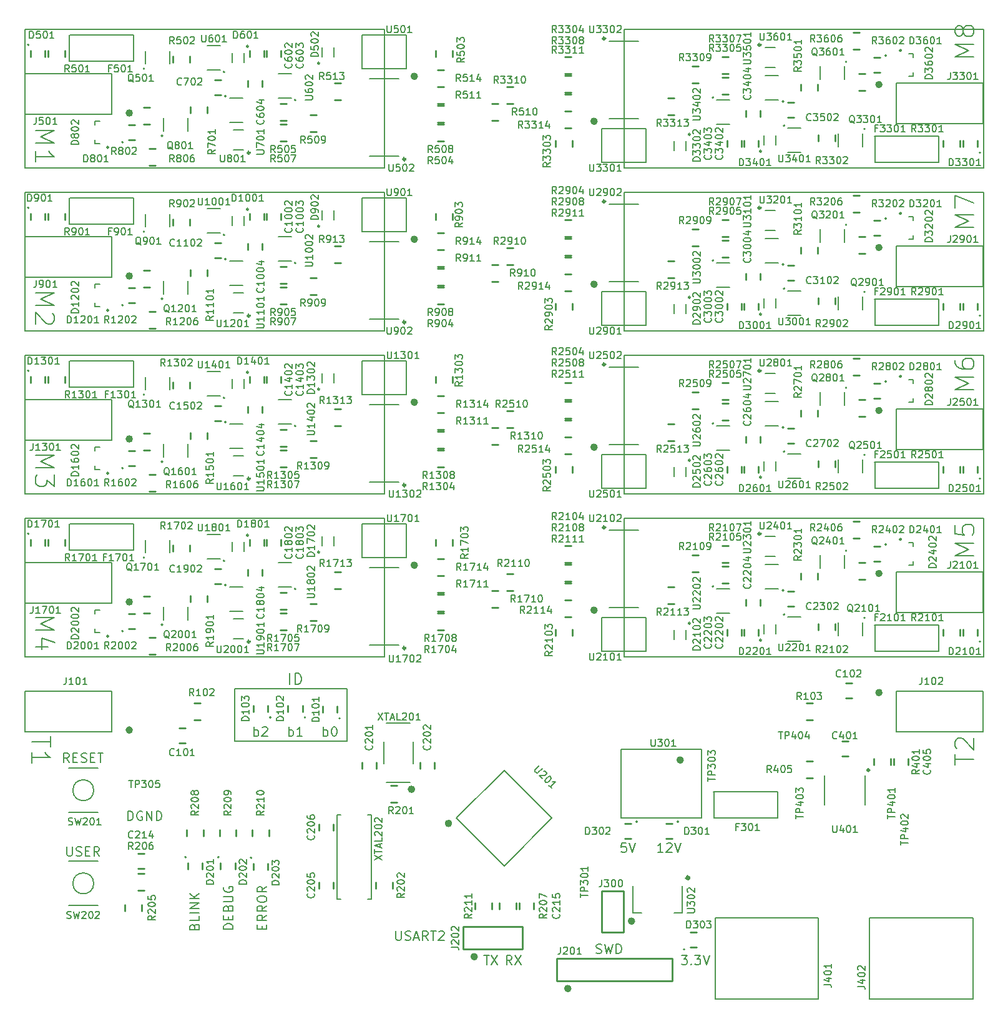
<source format=gto>
G04 #@! TF.FileFunction,Legend,Top*
%FSLAX46Y46*%
G04 Gerber Fmt 4.6, Leading zero omitted, Abs format (unit mm)*
G04 Created by KiCad (PCBNEW 4.0.5+dfsg1-4) date Tue Aug 22 17:04:35 2017*
%MOMM*%
%LPD*%
G01*
G04 APERTURE LIST*
%ADD10C,0.100000*%
%ADD11C,0.203200*%
%ADD12C,0.200000*%
%ADD13C,0.508000*%
%ADD14C,0.150000*%
%ADD15C,0.254000*%
%ADD16C,0.250000*%
%ADD17C,0.127000*%
%ADD18C,0.350000*%
%ADD19C,0.500000*%
%ADD20C,0.300000*%
G04 APERTURE END LIST*
D10*
D11*
X214609048Y-145935238D02*
X214609048Y-144483810D01*
X217149048Y-145209524D02*
X214609048Y-145209524D01*
X214850952Y-143758095D02*
X214730000Y-143637143D01*
X214609048Y-143395238D01*
X214609048Y-142790476D01*
X214730000Y-142548572D01*
X214850952Y-142427619D01*
X215092857Y-142306667D01*
X215334762Y-142306667D01*
X215697619Y-142427619D01*
X217149048Y-143879048D01*
X217149048Y-142306667D01*
X91890952Y-142064762D02*
X91890952Y-143516190D01*
X89350952Y-142790476D02*
X91890952Y-142790476D01*
X89350952Y-145693333D02*
X89350952Y-144241905D01*
X89350952Y-144967619D02*
X91890952Y-144967619D01*
X91528095Y-144725714D01*
X91286190Y-144483809D01*
X91165238Y-144241905D01*
X217149048Y-49935190D02*
X214609048Y-49935190D01*
X216423333Y-49088523D01*
X214609048Y-48241857D01*
X217149048Y-48241857D01*
X215697619Y-46669476D02*
X215576667Y-46911381D01*
X215455714Y-47032333D01*
X215213810Y-47153285D01*
X215092857Y-47153285D01*
X214850952Y-47032333D01*
X214730000Y-46911381D01*
X214609048Y-46669476D01*
X214609048Y-46185666D01*
X214730000Y-45943762D01*
X214850952Y-45822809D01*
X215092857Y-45701857D01*
X215213810Y-45701857D01*
X215455714Y-45822809D01*
X215576667Y-45943762D01*
X215697619Y-46185666D01*
X215697619Y-46669476D01*
X215818571Y-46911381D01*
X215939524Y-47032333D01*
X216181429Y-47153285D01*
X216665238Y-47153285D01*
X216907143Y-47032333D01*
X217028095Y-46911381D01*
X217149048Y-46669476D01*
X217149048Y-46185666D01*
X217028095Y-45943762D01*
X216907143Y-45822809D01*
X216665238Y-45701857D01*
X216181429Y-45701857D01*
X215939524Y-45822809D01*
X215818571Y-45943762D01*
X215697619Y-46185666D01*
X217149048Y-73056190D02*
X214609048Y-73056190D01*
X216423333Y-72209523D01*
X214609048Y-71362857D01*
X217149048Y-71362857D01*
X214609048Y-70395238D02*
X214609048Y-68701905D01*
X217149048Y-69790476D01*
X217149048Y-95056190D02*
X214609048Y-95056190D01*
X216423333Y-94209523D01*
X214609048Y-93362857D01*
X217149048Y-93362857D01*
X214609048Y-91064762D02*
X214609048Y-91548571D01*
X214730000Y-91790476D01*
X214850952Y-91911428D01*
X215213810Y-92153333D01*
X215697619Y-92274285D01*
X216665238Y-92274285D01*
X216907143Y-92153333D01*
X217028095Y-92032381D01*
X217149048Y-91790476D01*
X217149048Y-91306666D01*
X217028095Y-91064762D01*
X216907143Y-90943809D01*
X216665238Y-90822857D01*
X216060476Y-90822857D01*
X215818571Y-90943809D01*
X215697619Y-91064762D01*
X215576667Y-91306666D01*
X215576667Y-91790476D01*
X215697619Y-92032381D01*
X215818571Y-92153333D01*
X216060476Y-92274285D01*
X217149048Y-117556190D02*
X214609048Y-117556190D01*
X216423333Y-116709523D01*
X214609048Y-115862857D01*
X217149048Y-115862857D01*
X214609048Y-113443809D02*
X214609048Y-114653333D01*
X215818571Y-114774285D01*
X215697619Y-114653333D01*
X215576667Y-114411428D01*
X215576667Y-113806666D01*
X215697619Y-113564762D01*
X215818571Y-113443809D01*
X216060476Y-113322857D01*
X216665238Y-113322857D01*
X216907143Y-113443809D01*
X217028095Y-113564762D01*
X217149048Y-113806666D01*
X217149048Y-114411428D01*
X217028095Y-114653333D01*
X216907143Y-114774285D01*
X89850952Y-125943810D02*
X92390952Y-125943810D01*
X90576667Y-126790477D01*
X92390952Y-127637143D01*
X89850952Y-127637143D01*
X91544286Y-129935238D02*
X89850952Y-129935238D01*
X92511905Y-129330476D02*
X90697619Y-128725715D01*
X90697619Y-130298095D01*
X89850952Y-103943810D02*
X92390952Y-103943810D01*
X90576667Y-104790477D01*
X92390952Y-105637143D01*
X89850952Y-105637143D01*
X92390952Y-106604762D02*
X92390952Y-108177143D01*
X91423333Y-107330476D01*
X91423333Y-107693334D01*
X91302381Y-107935238D01*
X91181429Y-108056191D01*
X90939524Y-108177143D01*
X90334762Y-108177143D01*
X90092857Y-108056191D01*
X89971905Y-107935238D01*
X89850952Y-107693334D01*
X89850952Y-106967619D01*
X89971905Y-106725715D01*
X90092857Y-106604762D01*
X89850952Y-81943810D02*
X92390952Y-81943810D01*
X90576667Y-82790477D01*
X92390952Y-83637143D01*
X89850952Y-83637143D01*
X92149048Y-84725715D02*
X92270000Y-84846667D01*
X92390952Y-85088572D01*
X92390952Y-85693334D01*
X92270000Y-85935238D01*
X92149048Y-86056191D01*
X91907143Y-86177143D01*
X91665238Y-86177143D01*
X91302381Y-86056191D01*
X89850952Y-84604762D01*
X89850952Y-86177143D01*
X89850952Y-59943810D02*
X92390952Y-59943810D01*
X90576667Y-60790477D01*
X92390952Y-61637143D01*
X89850952Y-61637143D01*
X89850952Y-64177143D02*
X89850952Y-62725715D01*
X89850952Y-63451429D02*
X92390952Y-63451429D01*
X92028095Y-63209524D01*
X91786190Y-62967619D01*
X91665238Y-62725715D01*
D12*
X116840000Y-142748000D02*
X116840000Y-135636000D01*
X132080000Y-142748000D02*
X116840000Y-142748000D01*
X132080000Y-135636000D02*
X132080000Y-142748000D01*
X116840000Y-135636000D02*
X132080000Y-135636000D01*
D11*
X119519095Y-142052524D02*
X119519095Y-140782524D01*
X119519095Y-141266333D02*
X119640047Y-141205857D01*
X119881952Y-141205857D01*
X120002904Y-141266333D01*
X120063381Y-141326810D01*
X120123857Y-141447762D01*
X120123857Y-141810619D01*
X120063381Y-141931571D01*
X120002904Y-141992048D01*
X119881952Y-142052524D01*
X119640047Y-142052524D01*
X119519095Y-141992048D01*
X120607667Y-140903476D02*
X120668143Y-140843000D01*
X120789095Y-140782524D01*
X121091476Y-140782524D01*
X121212429Y-140843000D01*
X121272905Y-140903476D01*
X121333381Y-141024429D01*
X121333381Y-141145381D01*
X121272905Y-141326810D01*
X120547191Y-142052524D01*
X121333381Y-142052524D01*
X124218095Y-142052524D02*
X124218095Y-140782524D01*
X124218095Y-141266333D02*
X124339047Y-141205857D01*
X124580952Y-141205857D01*
X124701904Y-141266333D01*
X124762381Y-141326810D01*
X124822857Y-141447762D01*
X124822857Y-141810619D01*
X124762381Y-141931571D01*
X124701904Y-141992048D01*
X124580952Y-142052524D01*
X124339047Y-142052524D01*
X124218095Y-141992048D01*
X126032381Y-142052524D02*
X125306667Y-142052524D01*
X125669524Y-142052524D02*
X125669524Y-140782524D01*
X125548572Y-140963952D01*
X125427619Y-141084905D01*
X125306667Y-141145381D01*
X128917095Y-142052524D02*
X128917095Y-140782524D01*
X128917095Y-141266333D02*
X129038047Y-141205857D01*
X129279952Y-141205857D01*
X129400904Y-141266333D01*
X129461381Y-141326810D01*
X129521857Y-141447762D01*
X129521857Y-141810619D01*
X129461381Y-141931571D01*
X129400904Y-141992048D01*
X129279952Y-142052524D01*
X129038047Y-142052524D01*
X128917095Y-141992048D01*
X130308048Y-140782524D02*
X130429000Y-140782524D01*
X130549952Y-140843000D01*
X130610429Y-140903476D01*
X130670905Y-141024429D01*
X130731381Y-141266333D01*
X130731381Y-141568714D01*
X130670905Y-141810619D01*
X130610429Y-141931571D01*
X130549952Y-141992048D01*
X130429000Y-142052524D01*
X130308048Y-142052524D01*
X130187095Y-141992048D01*
X130126619Y-141931571D01*
X130066143Y-141810619D01*
X130005667Y-141568714D01*
X130005667Y-141266333D01*
X130066143Y-141024429D01*
X130126619Y-140903476D01*
X130187095Y-140843000D01*
X130308048Y-140782524D01*
X124333000Y-135055429D02*
X124333000Y-133531429D01*
X125058714Y-135055429D02*
X125058714Y-133531429D01*
X125421571Y-133531429D01*
X125639286Y-133604000D01*
X125784428Y-133749143D01*
X125857000Y-133894286D01*
X125929571Y-134184571D01*
X125929571Y-134402286D01*
X125857000Y-134692571D01*
X125784428Y-134837714D01*
X125639286Y-134982857D01*
X125421571Y-135055429D01*
X125058714Y-135055429D01*
X138750524Y-168468524D02*
X138750524Y-169496619D01*
X138811000Y-169617571D01*
X138871476Y-169678048D01*
X138992429Y-169738524D01*
X139234333Y-169738524D01*
X139355286Y-169678048D01*
X139415762Y-169617571D01*
X139476238Y-169496619D01*
X139476238Y-168468524D01*
X140020524Y-169678048D02*
X140201952Y-169738524D01*
X140504333Y-169738524D01*
X140625286Y-169678048D01*
X140685762Y-169617571D01*
X140746238Y-169496619D01*
X140746238Y-169375667D01*
X140685762Y-169254714D01*
X140625286Y-169194238D01*
X140504333Y-169133762D01*
X140262429Y-169073286D01*
X140141476Y-169012810D01*
X140081000Y-168952333D01*
X140020524Y-168831381D01*
X140020524Y-168710429D01*
X140081000Y-168589476D01*
X140141476Y-168529000D01*
X140262429Y-168468524D01*
X140564809Y-168468524D01*
X140746238Y-168529000D01*
X141230048Y-169375667D02*
X141834810Y-169375667D01*
X141109095Y-169738524D02*
X141532429Y-168468524D01*
X141955762Y-169738524D01*
X143104809Y-169738524D02*
X142681476Y-169133762D01*
X142379095Y-169738524D02*
X142379095Y-168468524D01*
X142862904Y-168468524D01*
X142983857Y-168529000D01*
X143044333Y-168589476D01*
X143104809Y-168710429D01*
X143104809Y-168891857D01*
X143044333Y-169012810D01*
X142983857Y-169073286D01*
X142862904Y-169133762D01*
X142379095Y-169133762D01*
X143467666Y-168468524D02*
X144193381Y-168468524D01*
X143830524Y-169738524D02*
X143830524Y-168468524D01*
X144556238Y-168589476D02*
X144616714Y-168529000D01*
X144737666Y-168468524D01*
X145040047Y-168468524D01*
X145161000Y-168529000D01*
X145221476Y-168589476D01*
X145281952Y-168710429D01*
X145281952Y-168831381D01*
X145221476Y-169012810D01*
X144495762Y-169738524D01*
X145281952Y-169738524D01*
X150670381Y-171770524D02*
X151396096Y-171770524D01*
X151033239Y-173040524D02*
X151033239Y-171770524D01*
X151698477Y-171770524D02*
X152545143Y-173040524D01*
X152545143Y-171770524D02*
X151698477Y-173040524D01*
X154474333Y-173040524D02*
X154051000Y-172435762D01*
X153748619Y-173040524D02*
X153748619Y-171770524D01*
X154232428Y-171770524D01*
X154353381Y-171831000D01*
X154413857Y-171891476D01*
X154474333Y-172012429D01*
X154474333Y-172193857D01*
X154413857Y-172314810D01*
X154353381Y-172375286D01*
X154232428Y-172435762D01*
X153748619Y-172435762D01*
X154897667Y-171770524D02*
X155744333Y-173040524D01*
X155744333Y-171770524D02*
X154897667Y-173040524D01*
X165916429Y-171456048D02*
X166097857Y-171516524D01*
X166400238Y-171516524D01*
X166521191Y-171456048D01*
X166581667Y-171395571D01*
X166642143Y-171274619D01*
X166642143Y-171153667D01*
X166581667Y-171032714D01*
X166521191Y-170972238D01*
X166400238Y-170911762D01*
X166158334Y-170851286D01*
X166037381Y-170790810D01*
X165976905Y-170730333D01*
X165916429Y-170609381D01*
X165916429Y-170488429D01*
X165976905Y-170367476D01*
X166037381Y-170307000D01*
X166158334Y-170246524D01*
X166460714Y-170246524D01*
X166642143Y-170307000D01*
X167065477Y-170246524D02*
X167367858Y-171516524D01*
X167609762Y-170609381D01*
X167851667Y-171516524D01*
X168154048Y-170246524D01*
X168637858Y-171516524D02*
X168637858Y-170246524D01*
X168940239Y-170246524D01*
X169121667Y-170307000D01*
X169242620Y-170427952D01*
X169303096Y-170548905D01*
X169363572Y-170790810D01*
X169363572Y-170972238D01*
X169303096Y-171214143D01*
X169242620Y-171335095D01*
X169121667Y-171456048D01*
X168940239Y-171516524D01*
X168637858Y-171516524D01*
X120559286Y-168196381D02*
X120559286Y-167773048D01*
X121224524Y-167591619D02*
X121224524Y-168196381D01*
X119954524Y-168196381D01*
X119954524Y-167591619D01*
X121224524Y-166321619D02*
X120619762Y-166744952D01*
X121224524Y-167047333D02*
X119954524Y-167047333D01*
X119954524Y-166563524D01*
X120015000Y-166442571D01*
X120075476Y-166382095D01*
X120196429Y-166321619D01*
X120377857Y-166321619D01*
X120498810Y-166382095D01*
X120559286Y-166442571D01*
X120619762Y-166563524D01*
X120619762Y-167047333D01*
X121224524Y-165051619D02*
X120619762Y-165474952D01*
X121224524Y-165777333D02*
X119954524Y-165777333D01*
X119954524Y-165293524D01*
X120015000Y-165172571D01*
X120075476Y-165112095D01*
X120196429Y-165051619D01*
X120377857Y-165051619D01*
X120498810Y-165112095D01*
X120559286Y-165172571D01*
X120619762Y-165293524D01*
X120619762Y-165777333D01*
X119954524Y-164265428D02*
X119954524Y-164023524D01*
X120015000Y-163902571D01*
X120135952Y-163781619D01*
X120377857Y-163721143D01*
X120801190Y-163721143D01*
X121043095Y-163781619D01*
X121164048Y-163902571D01*
X121224524Y-164023524D01*
X121224524Y-164265428D01*
X121164048Y-164386381D01*
X121043095Y-164507333D01*
X120801190Y-164567809D01*
X120377857Y-164567809D01*
X120135952Y-164507333D01*
X120015000Y-164386381D01*
X119954524Y-164265428D01*
X121224524Y-162451143D02*
X120619762Y-162874476D01*
X121224524Y-163176857D02*
X119954524Y-163176857D01*
X119954524Y-162693048D01*
X120015000Y-162572095D01*
X120075476Y-162511619D01*
X120196429Y-162451143D01*
X120377857Y-162451143D01*
X120498810Y-162511619D01*
X120559286Y-162572095D01*
X120619762Y-162693048D01*
X120619762Y-163176857D01*
X116652524Y-168196381D02*
X115382524Y-168196381D01*
X115382524Y-167894000D01*
X115443000Y-167712572D01*
X115563952Y-167591619D01*
X115684905Y-167531143D01*
X115926810Y-167470667D01*
X116108238Y-167470667D01*
X116350143Y-167531143D01*
X116471095Y-167591619D01*
X116592048Y-167712572D01*
X116652524Y-167894000D01*
X116652524Y-168196381D01*
X115987286Y-166926381D02*
X115987286Y-166503048D01*
X116652524Y-166321619D02*
X116652524Y-166926381D01*
X115382524Y-166926381D01*
X115382524Y-166321619D01*
X115987286Y-165354000D02*
X116047762Y-165172571D01*
X116108238Y-165112095D01*
X116229190Y-165051619D01*
X116410619Y-165051619D01*
X116531571Y-165112095D01*
X116592048Y-165172571D01*
X116652524Y-165293524D01*
X116652524Y-165777333D01*
X115382524Y-165777333D01*
X115382524Y-165354000D01*
X115443000Y-165233047D01*
X115503476Y-165172571D01*
X115624429Y-165112095D01*
X115745381Y-165112095D01*
X115866333Y-165172571D01*
X115926810Y-165233047D01*
X115987286Y-165354000D01*
X115987286Y-165777333D01*
X115382524Y-164507333D02*
X116410619Y-164507333D01*
X116531571Y-164446857D01*
X116592048Y-164386381D01*
X116652524Y-164265428D01*
X116652524Y-164023524D01*
X116592048Y-163902571D01*
X116531571Y-163842095D01*
X116410619Y-163781619D01*
X115382524Y-163781619D01*
X115443000Y-162511619D02*
X115382524Y-162632571D01*
X115382524Y-162814000D01*
X115443000Y-162995428D01*
X115563952Y-163116381D01*
X115684905Y-163176857D01*
X115926810Y-163237333D01*
X116108238Y-163237333D01*
X116350143Y-163176857D01*
X116471095Y-163116381D01*
X116592048Y-162995428D01*
X116652524Y-162814000D01*
X116652524Y-162693048D01*
X116592048Y-162511619D01*
X116531571Y-162451143D01*
X116108238Y-162451143D01*
X116108238Y-162693048D01*
X111415286Y-167887952D02*
X111475762Y-167706523D01*
X111536238Y-167646047D01*
X111657190Y-167585571D01*
X111838619Y-167585571D01*
X111959571Y-167646047D01*
X112020048Y-167706523D01*
X112080524Y-167827476D01*
X112080524Y-168311285D01*
X110810524Y-168311285D01*
X110810524Y-167887952D01*
X110871000Y-167766999D01*
X110931476Y-167706523D01*
X111052429Y-167646047D01*
X111173381Y-167646047D01*
X111294333Y-167706523D01*
X111354810Y-167766999D01*
X111415286Y-167887952D01*
X111415286Y-168311285D01*
X112080524Y-166436523D02*
X112080524Y-167041285D01*
X110810524Y-167041285D01*
X112080524Y-166013190D02*
X110810524Y-166013190D01*
X112080524Y-165408428D02*
X110810524Y-165408428D01*
X112080524Y-164682714D01*
X110810524Y-164682714D01*
X112080524Y-164077952D02*
X110810524Y-164077952D01*
X112080524Y-163352238D02*
X111354810Y-163896523D01*
X110810524Y-163352238D02*
X111536238Y-164077952D01*
D12*
X88392000Y-109220000D02*
X88392000Y-90424000D01*
X218440000Y-131318000D02*
X169672000Y-131318000D01*
D11*
X102380143Y-153482524D02*
X102380143Y-152212524D01*
X102682524Y-152212524D01*
X102863952Y-152273000D01*
X102984905Y-152393952D01*
X103045381Y-152514905D01*
X103105857Y-152756810D01*
X103105857Y-152938238D01*
X103045381Y-153180143D01*
X102984905Y-153301095D01*
X102863952Y-153422048D01*
X102682524Y-153482524D01*
X102380143Y-153482524D01*
X104315381Y-152273000D02*
X104194429Y-152212524D01*
X104013000Y-152212524D01*
X103831572Y-152273000D01*
X103710619Y-152393952D01*
X103650143Y-152514905D01*
X103589667Y-152756810D01*
X103589667Y-152938238D01*
X103650143Y-153180143D01*
X103710619Y-153301095D01*
X103831572Y-153422048D01*
X104013000Y-153482524D01*
X104133952Y-153482524D01*
X104315381Y-153422048D01*
X104375857Y-153361571D01*
X104375857Y-152938238D01*
X104133952Y-152938238D01*
X104920143Y-153482524D02*
X104920143Y-152212524D01*
X105645857Y-153482524D01*
X105645857Y-152212524D01*
X106250619Y-153482524D02*
X106250619Y-152212524D01*
X106553000Y-152212524D01*
X106734428Y-152273000D01*
X106855381Y-152393952D01*
X106915857Y-152514905D01*
X106976333Y-152756810D01*
X106976333Y-152938238D01*
X106915857Y-153180143D01*
X106855381Y-153301095D01*
X106734428Y-153422048D01*
X106553000Y-153482524D01*
X106250619Y-153482524D01*
X177449239Y-171770524D02*
X178235429Y-171770524D01*
X177812096Y-172254333D01*
X177993524Y-172254333D01*
X178114477Y-172314810D01*
X178174953Y-172375286D01*
X178235429Y-172496238D01*
X178235429Y-172798619D01*
X178174953Y-172919571D01*
X178114477Y-172980048D01*
X177993524Y-173040524D01*
X177630667Y-173040524D01*
X177509715Y-172980048D01*
X177449239Y-172919571D01*
X178779715Y-172919571D02*
X178840191Y-172980048D01*
X178779715Y-173040524D01*
X178719239Y-172980048D01*
X178779715Y-172919571D01*
X178779715Y-173040524D01*
X179263525Y-171770524D02*
X180049715Y-171770524D01*
X179626382Y-172254333D01*
X179807810Y-172254333D01*
X179928763Y-172314810D01*
X179989239Y-172375286D01*
X180049715Y-172496238D01*
X180049715Y-172798619D01*
X179989239Y-172919571D01*
X179928763Y-172980048D01*
X179807810Y-173040524D01*
X179444953Y-173040524D01*
X179324001Y-172980048D01*
X179263525Y-172919571D01*
X180412572Y-171770524D02*
X180835906Y-173040524D01*
X181259239Y-171770524D01*
X169938096Y-156530524D02*
X169333334Y-156530524D01*
X169272858Y-157135286D01*
X169333334Y-157074810D01*
X169454286Y-157014333D01*
X169756667Y-157014333D01*
X169877620Y-157074810D01*
X169938096Y-157135286D01*
X169998572Y-157256238D01*
X169998572Y-157558619D01*
X169938096Y-157679571D01*
X169877620Y-157740048D01*
X169756667Y-157800524D01*
X169454286Y-157800524D01*
X169333334Y-157740048D01*
X169272858Y-157679571D01*
X170361429Y-156530524D02*
X170784763Y-157800524D01*
X171208096Y-156530524D01*
X174981810Y-157800524D02*
X174256096Y-157800524D01*
X174618953Y-157800524D02*
X174618953Y-156530524D01*
X174498001Y-156711952D01*
X174377048Y-156832905D01*
X174256096Y-156893381D01*
X175465620Y-156651476D02*
X175526096Y-156591000D01*
X175647048Y-156530524D01*
X175949429Y-156530524D01*
X176070382Y-156591000D01*
X176130858Y-156651476D01*
X176191334Y-156772429D01*
X176191334Y-156893381D01*
X176130858Y-157074810D01*
X175405144Y-157800524D01*
X176191334Y-157800524D01*
X176554191Y-156530524D02*
X176977525Y-157800524D01*
X177400858Y-156530524D01*
X94088857Y-157038524D02*
X94088857Y-158066619D01*
X94149333Y-158187571D01*
X94209809Y-158248048D01*
X94330762Y-158308524D01*
X94572666Y-158308524D01*
X94693619Y-158248048D01*
X94754095Y-158187571D01*
X94814571Y-158066619D01*
X94814571Y-157038524D01*
X95358857Y-158248048D02*
X95540285Y-158308524D01*
X95842666Y-158308524D01*
X95963619Y-158248048D01*
X96024095Y-158187571D01*
X96084571Y-158066619D01*
X96084571Y-157945667D01*
X96024095Y-157824714D01*
X95963619Y-157764238D01*
X95842666Y-157703762D01*
X95600762Y-157643286D01*
X95479809Y-157582810D01*
X95419333Y-157522333D01*
X95358857Y-157401381D01*
X95358857Y-157280429D01*
X95419333Y-157159476D01*
X95479809Y-157099000D01*
X95600762Y-157038524D01*
X95903142Y-157038524D01*
X96084571Y-157099000D01*
X96628857Y-157643286D02*
X97052190Y-157643286D01*
X97233619Y-158308524D02*
X96628857Y-158308524D01*
X96628857Y-157038524D01*
X97233619Y-157038524D01*
X98503619Y-158308524D02*
X98080286Y-157703762D01*
X97777905Y-158308524D02*
X97777905Y-157038524D01*
X98261714Y-157038524D01*
X98382667Y-157099000D01*
X98443143Y-157159476D01*
X98503619Y-157280429D01*
X98503619Y-157461857D01*
X98443143Y-157582810D01*
X98382667Y-157643286D01*
X98261714Y-157703762D01*
X97777905Y-157703762D01*
X94421476Y-145608524D02*
X93998143Y-145003762D01*
X93695762Y-145608524D02*
X93695762Y-144338524D01*
X94179571Y-144338524D01*
X94300524Y-144399000D01*
X94361000Y-144459476D01*
X94421476Y-144580429D01*
X94421476Y-144761857D01*
X94361000Y-144882810D01*
X94300524Y-144943286D01*
X94179571Y-145003762D01*
X93695762Y-145003762D01*
X94965762Y-144943286D02*
X95389095Y-144943286D01*
X95570524Y-145608524D02*
X94965762Y-145608524D01*
X94965762Y-144338524D01*
X95570524Y-144338524D01*
X96054334Y-145548048D02*
X96235762Y-145608524D01*
X96538143Y-145608524D01*
X96659096Y-145548048D01*
X96719572Y-145487571D01*
X96780048Y-145366619D01*
X96780048Y-145245667D01*
X96719572Y-145124714D01*
X96659096Y-145064238D01*
X96538143Y-145003762D01*
X96296239Y-144943286D01*
X96175286Y-144882810D01*
X96114810Y-144822333D01*
X96054334Y-144701381D01*
X96054334Y-144580429D01*
X96114810Y-144459476D01*
X96175286Y-144399000D01*
X96296239Y-144338524D01*
X96598619Y-144338524D01*
X96780048Y-144399000D01*
X97324334Y-144943286D02*
X97747667Y-144943286D01*
X97929096Y-145608524D02*
X97324334Y-145608524D01*
X97324334Y-144338524D01*
X97929096Y-144338524D01*
X98291953Y-144338524D02*
X99017668Y-144338524D01*
X98654811Y-145608524D02*
X98654811Y-144338524D01*
D12*
X169672000Y-65024000D02*
X169672000Y-46228000D01*
X218440000Y-65024000D02*
X169672000Y-65024000D01*
X218440000Y-46228000D02*
X218440000Y-65024000D01*
X169672000Y-46228000D02*
X218440000Y-46228000D01*
X169672000Y-68326000D02*
X218440000Y-68326000D01*
X218440000Y-87122000D02*
X169672000Y-87122000D01*
X169672000Y-87122000D02*
X169672000Y-68326000D01*
X218440000Y-68326000D02*
X218440000Y-87122000D01*
X218440000Y-109220000D02*
X169672000Y-109220000D01*
X218440000Y-90424000D02*
X218440000Y-109220000D01*
X169672000Y-90424000D02*
X218440000Y-90424000D01*
X169672000Y-109220000D02*
X169672000Y-90424000D01*
X169672000Y-131318000D02*
X169672000Y-112522000D01*
X218440000Y-112522000D02*
X218440000Y-131318000D01*
X218440000Y-131318000D02*
X169672000Y-131318000D01*
X169672000Y-112522000D02*
X218440000Y-112522000D01*
X137160000Y-131318000D02*
X88392000Y-131318000D01*
X88392000Y-131318000D02*
X88392000Y-112522000D01*
X88392000Y-112522000D02*
X137160000Y-112522000D01*
X137160000Y-112522000D02*
X137160000Y-131318000D01*
X137160000Y-90424000D02*
X137160000Y-109220000D01*
X137160000Y-109220000D02*
X88392000Y-109220000D01*
X88392000Y-90424000D02*
X137160000Y-90424000D01*
X137160000Y-68326000D02*
X137160000Y-87122000D01*
X88392000Y-68326000D02*
X137160000Y-68326000D01*
X88392000Y-87122000D02*
X88392000Y-68326000D01*
X137160000Y-87122000D02*
X88392000Y-87122000D01*
X88392000Y-46228000D02*
X137160000Y-46228000D01*
X88392000Y-65024000D02*
X88392000Y-46228000D01*
X137160000Y-65024000D02*
X88392000Y-65024000D01*
X137160000Y-46228000D02*
X137160000Y-65024000D01*
D13*
X141478000Y-52578000D02*
G75*
G03X141478000Y-52578000I-254000J0D01*
G01*
D14*
X140160000Y-51576000D02*
X134160000Y-51576000D01*
X140160000Y-46976000D02*
X140160000Y-51576000D01*
X134160000Y-46976000D02*
X140160000Y-46976000D01*
X134160000Y-51576000D02*
X134160000Y-46976000D01*
D11*
X153416000Y-146696216D02*
X146950216Y-153162000D01*
X146950216Y-153162000D02*
X153416000Y-159627784D01*
X153416000Y-159627784D02*
X159881784Y-153162000D01*
X159881784Y-153162000D02*
X153416000Y-146696216D01*
D13*
X146126586Y-153880420D02*
G75*
G03X146126586Y-153880420I-254001J0D01*
G01*
D15*
X154594000Y-56245000D02*
X153744000Y-56245000D01*
X154594000Y-53991000D02*
X153744000Y-53991000D01*
X162468000Y-52181000D02*
X161618000Y-52181000D01*
X162468000Y-49927000D02*
X161618000Y-49927000D01*
X162486000Y-54721000D02*
X161636000Y-54721000D01*
X162486000Y-52467000D02*
X161636000Y-52467000D01*
X161618000Y-57293000D02*
X162468000Y-57293000D01*
X161618000Y-59547000D02*
X162468000Y-59547000D01*
X162468000Y-57261000D02*
X161618000Y-57261000D01*
X162468000Y-55007000D02*
X161618000Y-55007000D01*
X154594000Y-78089000D02*
X153744000Y-78089000D01*
X154594000Y-75835000D02*
X153744000Y-75835000D01*
X162468000Y-74279000D02*
X161618000Y-74279000D01*
X162468000Y-72025000D02*
X161618000Y-72025000D01*
X162468000Y-79359000D02*
X161618000Y-79359000D01*
X162468000Y-77105000D02*
X161618000Y-77105000D01*
X161618000Y-79391000D02*
X162468000Y-79391000D01*
X161618000Y-81645000D02*
X162468000Y-81645000D01*
X162486000Y-76819000D02*
X161636000Y-76819000D01*
X162486000Y-74565000D02*
X161636000Y-74565000D01*
X154612000Y-100187000D02*
X153762000Y-100187000D01*
X154612000Y-97933000D02*
X153762000Y-97933000D01*
X162468000Y-96377000D02*
X161618000Y-96377000D01*
X162468000Y-94123000D02*
X161618000Y-94123000D01*
X161618000Y-101489000D02*
X162468000Y-101489000D01*
X161618000Y-103743000D02*
X162468000Y-103743000D01*
X162486000Y-98917000D02*
X161636000Y-98917000D01*
X162486000Y-96663000D02*
X161636000Y-96663000D01*
X162468000Y-101457000D02*
X161618000Y-101457000D01*
X162468000Y-99203000D02*
X161618000Y-99203000D01*
X154594000Y-122285000D02*
X153744000Y-122285000D01*
X154594000Y-120031000D02*
X153744000Y-120031000D01*
X162468000Y-118475000D02*
X161618000Y-118475000D01*
X162468000Y-116221000D02*
X161618000Y-116221000D01*
X162468000Y-123555000D02*
X161618000Y-123555000D01*
X162468000Y-121301000D02*
X161618000Y-121301000D01*
X162486000Y-121015000D02*
X161636000Y-121015000D01*
X162486000Y-118761000D02*
X161636000Y-118761000D01*
X161618000Y-123587000D02*
X162468000Y-123587000D01*
X161618000Y-125841000D02*
X162468000Y-125841000D01*
X151712000Y-122317000D02*
X152562000Y-122317000D01*
X151712000Y-124571000D02*
X152562000Y-124571000D01*
X144364000Y-125365000D02*
X145214000Y-125365000D01*
X144364000Y-127619000D02*
X145214000Y-127619000D01*
X144364000Y-120285000D02*
X145214000Y-120285000D01*
X144364000Y-122539000D02*
X145214000Y-122539000D01*
X145214000Y-120253000D02*
X144364000Y-120253000D01*
X145214000Y-117999000D02*
X144364000Y-117999000D01*
X144346000Y-122825000D02*
X145196000Y-122825000D01*
X144346000Y-125079000D02*
X145196000Y-125079000D01*
X151730000Y-100219000D02*
X152580000Y-100219000D01*
X151730000Y-102473000D02*
X152580000Y-102473000D01*
X145214000Y-98155000D02*
X144364000Y-98155000D01*
X145214000Y-95901000D02*
X144364000Y-95901000D01*
X144364000Y-103267000D02*
X145214000Y-103267000D01*
X144364000Y-105521000D02*
X145214000Y-105521000D01*
X144364000Y-98187000D02*
X145214000Y-98187000D01*
X144364000Y-100441000D02*
X145214000Y-100441000D01*
X144346000Y-100727000D02*
X145196000Y-100727000D01*
X144346000Y-102981000D02*
X145196000Y-102981000D01*
X151730000Y-78121000D02*
X152580000Y-78121000D01*
X151730000Y-80375000D02*
X152580000Y-80375000D01*
X144364000Y-81169000D02*
X145214000Y-81169000D01*
X144364000Y-83423000D02*
X145214000Y-83423000D01*
X145214000Y-76057000D02*
X144364000Y-76057000D01*
X145214000Y-73803000D02*
X144364000Y-73803000D01*
X144364000Y-76089000D02*
X145214000Y-76089000D01*
X144364000Y-78343000D02*
X145214000Y-78343000D01*
X144346000Y-78629000D02*
X145196000Y-78629000D01*
X144346000Y-80883000D02*
X145196000Y-80883000D01*
D16*
X207291803Y-49054000D02*
G75*
G03X207291803Y-49054000I-111803J0D01*
G01*
D11*
X208930000Y-52554000D02*
X208280000Y-52554000D01*
X208930000Y-49554000D02*
X208280000Y-49554000D01*
X208930000Y-50038000D02*
X208930000Y-49554000D01*
X208930000Y-52070000D02*
X208930000Y-52554000D01*
D12*
X199916062Y-50603000D02*
G75*
G03X199916062Y-50603000I-104062J0D01*
G01*
D11*
X196280000Y-52985000D02*
X196280000Y-51235000D01*
X199584000Y-52985000D02*
X199584000Y-51235000D01*
D15*
X201496000Y-52213000D02*
X202346000Y-52213000D01*
X201496000Y-54467000D02*
X202346000Y-54467000D01*
X193691000Y-54536000D02*
X193691000Y-53686000D01*
X195945000Y-54536000D02*
X195945000Y-53686000D01*
D11*
X205279980Y-49754000D02*
G75*
G03X205279980Y-49754000I-101980J0D01*
G01*
D15*
X204378000Y-52054000D02*
X203528000Y-52054000D01*
X204378000Y-50054000D02*
X203528000Y-50054000D01*
X200734000Y-46625000D02*
X201584000Y-46625000D01*
X200734000Y-48879000D02*
X201584000Y-48879000D01*
D13*
X204516000Y-53698000D02*
G75*
G03X204516000Y-53698000I-250000J0D01*
G01*
D11*
X206626000Y-58988000D02*
X206626000Y-53488000D01*
X218426000Y-58988000D02*
X218426000Y-53488000D01*
X206626000Y-53488000D02*
X218426000Y-53488000D01*
X206626000Y-58988000D02*
X218426000Y-58988000D01*
D12*
X202396703Y-59714987D02*
G75*
G03X202396703Y-59714987I-104062J0D01*
G01*
D11*
X198760641Y-62096987D02*
X198760641Y-60346987D01*
X202064641Y-62096987D02*
X202064641Y-60346987D01*
D15*
X198303641Y-60511987D02*
X198303641Y-61361987D01*
X196049641Y-60511987D02*
X196049641Y-61361987D01*
X212995000Y-62138000D02*
X212995000Y-61288000D01*
X215249000Y-62138000D02*
X215249000Y-61288000D01*
D11*
X218063980Y-62956000D02*
G75*
G03X218063980Y-62956000I-101980J0D01*
G01*
D15*
X215662000Y-62156000D02*
X215662000Y-61306000D01*
X217662000Y-62156000D02*
X217662000Y-61306000D01*
X185658000Y-61288000D02*
X185658000Y-62138000D01*
X183658000Y-61288000D02*
X183658000Y-62138000D01*
D12*
X191513703Y-59264000D02*
G75*
G03X191513703Y-59264000I-107703J0D01*
G01*
D11*
X193661000Y-62866000D02*
X191911000Y-62866000D01*
X193661000Y-59562000D02*
X191911000Y-59562000D01*
D15*
X188339300Y-62738000D02*
G75*
G03X188339300Y-62738000I-125300J0D01*
G01*
D17*
X190284000Y-61864000D02*
X190284000Y-60564000D01*
X188684000Y-60564000D02*
X188684000Y-61864000D01*
D15*
X187944000Y-61288000D02*
X187944000Y-62138000D01*
X185944000Y-61288000D02*
X185944000Y-62138000D01*
X178687300Y-60452000D02*
G75*
G03X178687300Y-60452000I-125300J0D01*
G01*
D17*
X176492000Y-61326000D02*
X176492000Y-62626000D01*
X178092000Y-62626000D02*
X178092000Y-61326000D01*
D15*
X179740000Y-53451000D02*
X178890000Y-53451000D01*
X179740000Y-51197000D02*
X178890000Y-51197000D01*
D18*
X167138433Y-47446000D02*
G75*
G03X167138433Y-47446000I-166433J0D01*
G01*
D11*
X167672000Y-47832000D02*
X171672000Y-47832000D01*
X167672000Y-58340000D02*
X171672000Y-58340000D01*
D13*
X165862000Y-58674000D02*
G75*
G03X165862000Y-58674000I-254000J0D01*
G01*
D14*
X166672000Y-59676000D02*
X172672000Y-59676000D01*
X166672000Y-64276000D02*
X166672000Y-59676000D01*
X172672000Y-64276000D02*
X166672000Y-64276000D01*
X172672000Y-59676000D02*
X172672000Y-64276000D01*
D15*
X175588000Y-55515000D02*
X176438000Y-55515000D01*
X175588000Y-57769000D02*
X176438000Y-57769000D01*
X162671000Y-61288000D02*
X162671000Y-62138000D01*
X160417000Y-61288000D02*
X160417000Y-62138000D01*
X186198000Y-58092000D02*
X186198000Y-57242000D01*
X188198000Y-58092000D02*
X188198000Y-57242000D01*
D18*
X188221245Y-48314000D02*
G75*
G03X188221245Y-48314000I-161245J0D01*
G01*
D11*
X188809000Y-48684000D02*
X190159000Y-48684000D01*
X188809000Y-51392000D02*
X190159000Y-51392000D01*
D15*
X191844000Y-56150000D02*
X192694000Y-56150000D01*
X191844000Y-58150000D02*
X192694000Y-58150000D01*
D12*
X181861703Y-55454000D02*
G75*
G03X181861703Y-55454000I-107703J0D01*
G01*
D11*
X184009000Y-59056000D02*
X182259000Y-59056000D01*
X184009000Y-55752000D02*
X182259000Y-55752000D01*
D15*
X183822000Y-54975000D02*
X182972000Y-54975000D01*
X183822000Y-52721000D02*
X182972000Y-52721000D01*
X183822000Y-52181000D02*
X182972000Y-52181000D01*
X183822000Y-49927000D02*
X182972000Y-49927000D01*
D12*
X191349062Y-55982000D02*
G75*
G03X191349062Y-55982000I-104062J0D01*
G01*
D11*
X188863000Y-52450000D02*
X190613000Y-52450000D01*
X188863000Y-55754000D02*
X190613000Y-55754000D01*
X205279980Y-71852000D02*
G75*
G03X205279980Y-71852000I-101980J0D01*
G01*
D15*
X204378000Y-74152000D02*
X203528000Y-74152000D01*
X204378000Y-72152000D02*
X203528000Y-72152000D01*
X201496000Y-74311000D02*
X202346000Y-74311000D01*
X201496000Y-76565000D02*
X202346000Y-76565000D01*
D12*
X199916062Y-72701000D02*
G75*
G03X199916062Y-72701000I-104062J0D01*
G01*
D11*
X196280000Y-75083000D02*
X196280000Y-73333000D01*
X199584000Y-75083000D02*
X199584000Y-73333000D01*
D12*
X202396703Y-81812987D02*
G75*
G03X202396703Y-81812987I-104062J0D01*
G01*
D11*
X198760641Y-84194987D02*
X198760641Y-82444987D01*
X202064641Y-84194987D02*
X202064641Y-82444987D01*
D15*
X198303641Y-82609987D02*
X198303641Y-83459987D01*
X196049641Y-82609987D02*
X196049641Y-83459987D01*
X183822000Y-74279000D02*
X182972000Y-74279000D01*
X183822000Y-72025000D02*
X182972000Y-72025000D01*
X183822000Y-77073000D02*
X182972000Y-77073000D01*
X183822000Y-74819000D02*
X182972000Y-74819000D01*
D12*
X181861703Y-77552000D02*
G75*
G03X181861703Y-77552000I-107703J0D01*
G01*
D11*
X184009000Y-81154000D02*
X182259000Y-81154000D01*
X184009000Y-77850000D02*
X182259000Y-77850000D01*
D12*
X191349062Y-78080000D02*
G75*
G03X191349062Y-78080000I-104062J0D01*
G01*
D11*
X188863000Y-74548000D02*
X190613000Y-74548000D01*
X188863000Y-77852000D02*
X190613000Y-77852000D01*
D15*
X193691000Y-76634000D02*
X193691000Y-75784000D01*
X195945000Y-76634000D02*
X195945000Y-75784000D01*
X191844000Y-78248000D02*
X192694000Y-78248000D01*
X191844000Y-80248000D02*
X192694000Y-80248000D01*
D18*
X188221245Y-70412000D02*
G75*
G03X188221245Y-70412000I-161245J0D01*
G01*
D11*
X188809000Y-70782000D02*
X190159000Y-70782000D01*
X188809000Y-73490000D02*
X190159000Y-73490000D01*
D15*
X186198000Y-80190000D02*
X186198000Y-79340000D01*
X188198000Y-80190000D02*
X188198000Y-79340000D01*
X187944000Y-83386000D02*
X187944000Y-84236000D01*
X185944000Y-83386000D02*
X185944000Y-84236000D01*
D12*
X191513703Y-81362000D02*
G75*
G03X191513703Y-81362000I-107703J0D01*
G01*
D11*
X193661000Y-84964000D02*
X191911000Y-84964000D01*
X193661000Y-81660000D02*
X191911000Y-81660000D01*
D15*
X185658000Y-83386000D02*
X185658000Y-84236000D01*
X183658000Y-83386000D02*
X183658000Y-84236000D01*
X188339300Y-84836000D02*
G75*
G03X188339300Y-84836000I-125300J0D01*
G01*
D17*
X190284000Y-83962000D02*
X190284000Y-82662000D01*
X188684000Y-82662000D02*
X188684000Y-83962000D01*
D15*
X175588000Y-77613000D02*
X176438000Y-77613000D01*
X175588000Y-79867000D02*
X176438000Y-79867000D01*
D13*
X165862000Y-80772000D02*
G75*
G03X165862000Y-80772000I-254000J0D01*
G01*
D14*
X166672000Y-81774000D02*
X172672000Y-81774000D01*
X166672000Y-86374000D02*
X166672000Y-81774000D01*
X172672000Y-86374000D02*
X166672000Y-86374000D01*
X172672000Y-81774000D02*
X172672000Y-86374000D01*
D18*
X167138433Y-69544000D02*
G75*
G03X167138433Y-69544000I-166433J0D01*
G01*
D11*
X167672000Y-69930000D02*
X171672000Y-69930000D01*
X167672000Y-80438000D02*
X171672000Y-80438000D01*
D15*
X179740000Y-75549000D02*
X178890000Y-75549000D01*
X179740000Y-73295000D02*
X178890000Y-73295000D01*
X162671000Y-83386000D02*
X162671000Y-84236000D01*
X160417000Y-83386000D02*
X160417000Y-84236000D01*
X178687300Y-82550000D02*
G75*
G03X178687300Y-82550000I-125300J0D01*
G01*
D17*
X176492000Y-83424000D02*
X176492000Y-84724000D01*
X178092000Y-84724000D02*
X178092000Y-83424000D01*
D15*
X200734000Y-68723000D02*
X201584000Y-68723000D01*
X200734000Y-70977000D02*
X201584000Y-70977000D01*
D16*
X207291803Y-71152000D02*
G75*
G03X207291803Y-71152000I-111803J0D01*
G01*
D11*
X208930000Y-74652000D02*
X208280000Y-74652000D01*
X208930000Y-71652000D02*
X208280000Y-71652000D01*
X208930000Y-72136000D02*
X208930000Y-71652000D01*
X208930000Y-74168000D02*
X208930000Y-74652000D01*
X218063980Y-85054000D02*
G75*
G03X218063980Y-85054000I-101980J0D01*
G01*
D15*
X215662000Y-84254000D02*
X215662000Y-83404000D01*
X217662000Y-84254000D02*
X217662000Y-83404000D01*
X212995000Y-84236000D02*
X212995000Y-83386000D01*
X215249000Y-84236000D02*
X215249000Y-83386000D01*
D13*
X204516000Y-75796000D02*
G75*
G03X204516000Y-75796000I-250000J0D01*
G01*
D11*
X206626000Y-81086000D02*
X206626000Y-75586000D01*
X218426000Y-81086000D02*
X218426000Y-75586000D01*
X206626000Y-75586000D02*
X218426000Y-75586000D01*
X206626000Y-81086000D02*
X218426000Y-81086000D01*
D15*
X198303641Y-104707987D02*
X198303641Y-105557987D01*
X196049641Y-104707987D02*
X196049641Y-105557987D01*
D12*
X202396703Y-103910987D02*
G75*
G03X202396703Y-103910987I-104062J0D01*
G01*
D11*
X198760641Y-106292987D02*
X198760641Y-104542987D01*
X202064641Y-106292987D02*
X202064641Y-104542987D01*
D13*
X204516000Y-97894000D02*
G75*
G03X204516000Y-97894000I-250000J0D01*
G01*
D11*
X206626000Y-103184000D02*
X206626000Y-97684000D01*
X218426000Y-103184000D02*
X218426000Y-97684000D01*
X206626000Y-97684000D02*
X218426000Y-97684000D01*
X206626000Y-103184000D02*
X218426000Y-103184000D01*
D15*
X212995000Y-106334000D02*
X212995000Y-105484000D01*
X215249000Y-106334000D02*
X215249000Y-105484000D01*
D11*
X218063980Y-107152000D02*
G75*
G03X218063980Y-107152000I-101980J0D01*
G01*
D15*
X215662000Y-106352000D02*
X215662000Y-105502000D01*
X217662000Y-106352000D02*
X217662000Y-105502000D01*
D16*
X207291803Y-93250000D02*
G75*
G03X207291803Y-93250000I-111803J0D01*
G01*
D11*
X208930000Y-96750000D02*
X208280000Y-96750000D01*
X208930000Y-93750000D02*
X208280000Y-93750000D01*
X208930000Y-94234000D02*
X208930000Y-93750000D01*
X208930000Y-96266000D02*
X208930000Y-96750000D01*
D12*
X191513703Y-103460000D02*
G75*
G03X191513703Y-103460000I-107703J0D01*
G01*
D11*
X193661000Y-107062000D02*
X191911000Y-107062000D01*
X193661000Y-103758000D02*
X191911000Y-103758000D01*
D15*
X187944000Y-105484000D02*
X187944000Y-106334000D01*
X185944000Y-105484000D02*
X185944000Y-106334000D01*
X185658000Y-105484000D02*
X185658000Y-106334000D01*
X183658000Y-105484000D02*
X183658000Y-106334000D01*
X188339300Y-106934000D02*
G75*
G03X188339300Y-106934000I-125300J0D01*
G01*
D17*
X190284000Y-106060000D02*
X190284000Y-104760000D01*
X188684000Y-104760000D02*
X188684000Y-106060000D01*
D15*
X191844000Y-100346000D02*
X192694000Y-100346000D01*
X191844000Y-102346000D02*
X192694000Y-102346000D01*
X193691000Y-98732000D02*
X193691000Y-97882000D01*
X195945000Y-98732000D02*
X195945000Y-97882000D01*
D18*
X188221245Y-92510000D02*
G75*
G03X188221245Y-92510000I-161245J0D01*
G01*
D11*
X188809000Y-92880000D02*
X190159000Y-92880000D01*
X188809000Y-95588000D02*
X190159000Y-95588000D01*
D12*
X191349062Y-100178000D02*
G75*
G03X191349062Y-100178000I-104062J0D01*
G01*
D11*
X188863000Y-96646000D02*
X190613000Y-96646000D01*
X188863000Y-99950000D02*
X190613000Y-99950000D01*
D15*
X186198000Y-102288000D02*
X186198000Y-101438000D01*
X188198000Y-102288000D02*
X188198000Y-101438000D01*
X178687300Y-104648000D02*
G75*
G03X178687300Y-104648000I-125300J0D01*
G01*
D17*
X176492000Y-105522000D02*
X176492000Y-106822000D01*
X178092000Y-106822000D02*
X178092000Y-105522000D01*
D15*
X162671000Y-105484000D02*
X162671000Y-106334000D01*
X160417000Y-105484000D02*
X160417000Y-106334000D01*
D13*
X165862000Y-102870000D02*
G75*
G03X165862000Y-102870000I-254000J0D01*
G01*
D14*
X166672000Y-103872000D02*
X172672000Y-103872000D01*
X166672000Y-108472000D02*
X166672000Y-103872000D01*
X172672000Y-108472000D02*
X166672000Y-108472000D01*
X172672000Y-103872000D02*
X172672000Y-108472000D01*
D15*
X183822000Y-99171000D02*
X182972000Y-99171000D01*
X183822000Y-96917000D02*
X182972000Y-96917000D01*
D12*
X181861703Y-99650000D02*
G75*
G03X181861703Y-99650000I-107703J0D01*
G01*
D11*
X184009000Y-103252000D02*
X182259000Y-103252000D01*
X184009000Y-99948000D02*
X182259000Y-99948000D01*
D15*
X179740000Y-97647000D02*
X178890000Y-97647000D01*
X179740000Y-95393000D02*
X178890000Y-95393000D01*
D18*
X167138433Y-91642000D02*
G75*
G03X167138433Y-91642000I-166433J0D01*
G01*
D11*
X167672000Y-92028000D02*
X171672000Y-92028000D01*
X167672000Y-102536000D02*
X171672000Y-102536000D01*
D15*
X175588000Y-99711000D02*
X176438000Y-99711000D01*
X175588000Y-101965000D02*
X176438000Y-101965000D01*
X183822000Y-96377000D02*
X182972000Y-96377000D01*
X183822000Y-94123000D02*
X182972000Y-94123000D01*
D11*
X205279980Y-93950000D02*
G75*
G03X205279980Y-93950000I-101980J0D01*
G01*
D15*
X204378000Y-96250000D02*
X203528000Y-96250000D01*
X204378000Y-94250000D02*
X203528000Y-94250000D01*
D12*
X199916062Y-94799000D02*
G75*
G03X199916062Y-94799000I-104062J0D01*
G01*
D11*
X196280000Y-97181000D02*
X196280000Y-95431000D01*
X199584000Y-97181000D02*
X199584000Y-95431000D01*
D15*
X201496000Y-96409000D02*
X202346000Y-96409000D01*
X201496000Y-98663000D02*
X202346000Y-98663000D01*
X200734000Y-90821000D02*
X201584000Y-90821000D01*
X200734000Y-93075000D02*
X201584000Y-93075000D01*
X191844000Y-122444000D02*
X192694000Y-122444000D01*
X191844000Y-124444000D02*
X192694000Y-124444000D01*
D12*
X191513703Y-125558000D02*
G75*
G03X191513703Y-125558000I-107703J0D01*
G01*
D11*
X193661000Y-129160000D02*
X191911000Y-129160000D01*
X193661000Y-125856000D02*
X191911000Y-125856000D01*
D15*
X188339300Y-129032000D02*
G75*
G03X188339300Y-129032000I-125300J0D01*
G01*
D17*
X190284000Y-128158000D02*
X190284000Y-126858000D01*
X188684000Y-126858000D02*
X188684000Y-128158000D01*
D15*
X193691000Y-120830000D02*
X193691000Y-119980000D01*
X195945000Y-120830000D02*
X195945000Y-119980000D01*
D18*
X188221245Y-114608000D02*
G75*
G03X188221245Y-114608000I-161245J0D01*
G01*
D11*
X188809000Y-114978000D02*
X190159000Y-114978000D01*
X188809000Y-117686000D02*
X190159000Y-117686000D01*
D15*
X198303641Y-126805987D02*
X198303641Y-127655987D01*
X196049641Y-126805987D02*
X196049641Y-127655987D01*
D12*
X202396703Y-126008987D02*
G75*
G03X202396703Y-126008987I-104062J0D01*
G01*
D11*
X198760641Y-128390987D02*
X198760641Y-126640987D01*
X202064641Y-128390987D02*
X202064641Y-126640987D01*
X218063980Y-129250000D02*
G75*
G03X218063980Y-129250000I-101980J0D01*
G01*
D15*
X215662000Y-128450000D02*
X215662000Y-127600000D01*
X217662000Y-128450000D02*
X217662000Y-127600000D01*
X212995000Y-128450000D02*
X212995000Y-127600000D01*
X215249000Y-128450000D02*
X215249000Y-127600000D01*
D13*
X204516000Y-119992000D02*
G75*
G03X204516000Y-119992000I-250000J0D01*
G01*
D11*
X206626000Y-125282000D02*
X206626000Y-119782000D01*
X218426000Y-125282000D02*
X218426000Y-119782000D01*
X206626000Y-119782000D02*
X218426000Y-119782000D01*
X206626000Y-125282000D02*
X218426000Y-125282000D01*
D12*
X199916062Y-116897000D02*
G75*
G03X199916062Y-116897000I-104062J0D01*
G01*
D11*
X196280000Y-119279000D02*
X196280000Y-117529000D01*
X199584000Y-119279000D02*
X199584000Y-117529000D01*
X205279980Y-116048000D02*
G75*
G03X205279980Y-116048000I-101980J0D01*
G01*
D15*
X204378000Y-118348000D02*
X203528000Y-118348000D01*
X204378000Y-116348000D02*
X203528000Y-116348000D01*
X201496000Y-118507000D02*
X202346000Y-118507000D01*
X201496000Y-120761000D02*
X202346000Y-120761000D01*
X200734000Y-112919000D02*
X201584000Y-112919000D01*
X200734000Y-115173000D02*
X201584000Y-115173000D01*
D16*
X207291803Y-115348000D02*
G75*
G03X207291803Y-115348000I-111803J0D01*
G01*
D11*
X208930000Y-118848000D02*
X208280000Y-118848000D01*
X208930000Y-115848000D02*
X208280000Y-115848000D01*
X208930000Y-116332000D02*
X208930000Y-115848000D01*
X208930000Y-118364000D02*
X208930000Y-118848000D01*
D12*
X191349062Y-122276000D02*
G75*
G03X191349062Y-122276000I-104062J0D01*
G01*
D11*
X188863000Y-118744000D02*
X190613000Y-118744000D01*
X188863000Y-122048000D02*
X190613000Y-122048000D01*
D15*
X186198000Y-124386000D02*
X186198000Y-123536000D01*
X188198000Y-124386000D02*
X188198000Y-123536000D01*
X187944000Y-127582000D02*
X187944000Y-128432000D01*
X185944000Y-127582000D02*
X185944000Y-128432000D01*
X183822000Y-121269000D02*
X182972000Y-121269000D01*
X183822000Y-119015000D02*
X182972000Y-119015000D01*
X185658000Y-127582000D02*
X185658000Y-128432000D01*
X183658000Y-127582000D02*
X183658000Y-128432000D01*
X178687300Y-126746000D02*
G75*
G03X178687300Y-126746000I-125300J0D01*
G01*
D17*
X176492000Y-127620000D02*
X176492000Y-128920000D01*
X178092000Y-128920000D02*
X178092000Y-127620000D01*
D13*
X165862000Y-124968000D02*
G75*
G03X165862000Y-124968000I-254000J0D01*
G01*
D14*
X166672000Y-125970000D02*
X172672000Y-125970000D01*
X166672000Y-130570000D02*
X166672000Y-125970000D01*
X172672000Y-130570000D02*
X166672000Y-130570000D01*
X172672000Y-125970000D02*
X172672000Y-130570000D01*
D15*
X162671000Y-127582000D02*
X162671000Y-128432000D01*
X160417000Y-127582000D02*
X160417000Y-128432000D01*
X175588000Y-121809000D02*
X176438000Y-121809000D01*
X175588000Y-124063000D02*
X176438000Y-124063000D01*
X183822000Y-118475000D02*
X182972000Y-118475000D01*
X183822000Y-116221000D02*
X182972000Y-116221000D01*
D18*
X167138433Y-113740000D02*
G75*
G03X167138433Y-113740000I-166433J0D01*
G01*
D11*
X167672000Y-114126000D02*
X171672000Y-114126000D01*
X167672000Y-124634000D02*
X171672000Y-124634000D01*
D15*
X179740000Y-119745000D02*
X178890000Y-119745000D01*
X179740000Y-117491000D02*
X178890000Y-117491000D01*
D12*
X181861703Y-121748000D02*
G75*
G03X181861703Y-121748000I-107703J0D01*
G01*
D11*
X184009000Y-125350000D02*
X182259000Y-125350000D01*
X184009000Y-122046000D02*
X182259000Y-122046000D01*
D13*
X102816000Y-123848000D02*
G75*
G03X102816000Y-123848000I-250000J0D01*
G01*
D11*
X100206000Y-118558000D02*
X100206000Y-124058000D01*
X88406000Y-118558000D02*
X88406000Y-124058000D01*
X100206000Y-124058000D02*
X88406000Y-124058000D01*
X100206000Y-118558000D02*
X88406000Y-118558000D01*
D15*
X93837000Y-115390000D02*
X93837000Y-116240000D01*
X91583000Y-115390000D02*
X91583000Y-116240000D01*
D11*
X88971980Y-114590000D02*
G75*
G03X88971980Y-114590000I-101980J0D01*
G01*
D15*
X91170000Y-115390000D02*
X91170000Y-116240000D01*
X89170000Y-115390000D02*
X89170000Y-116240000D01*
X106098000Y-130921000D02*
X105248000Y-130921000D01*
X106098000Y-128667000D02*
X105248000Y-128667000D01*
X105336000Y-125333000D02*
X104486000Y-125333000D01*
X105336000Y-123079000D02*
X104486000Y-123079000D01*
D11*
X101755980Y-127792000D02*
G75*
G03X101755980Y-127792000I-101980J0D01*
G01*
D15*
X102454000Y-125492000D02*
X103304000Y-125492000D01*
X102454000Y-127492000D02*
X103304000Y-127492000D01*
D16*
X99763803Y-128492000D02*
G75*
G03X99763803Y-128492000I-111803J0D01*
G01*
D11*
X97902000Y-124992000D02*
X98552000Y-124992000D01*
X97902000Y-127992000D02*
X98552000Y-127992000D01*
X97902000Y-127508000D02*
X97902000Y-127992000D01*
X97902000Y-125476000D02*
X97902000Y-124992000D01*
D12*
X107124062Y-126943000D02*
G75*
G03X107124062Y-126943000I-104062J0D01*
G01*
D11*
X110552000Y-124561000D02*
X110552000Y-126311000D01*
X107248000Y-124561000D02*
X107248000Y-126311000D01*
D12*
X104643421Y-117831013D02*
G75*
G03X104643421Y-117831013I-104062J0D01*
G01*
D11*
X108071359Y-115449013D02*
X108071359Y-117199013D01*
X104767359Y-115449013D02*
X104767359Y-117199013D01*
D12*
X115533703Y-118282000D02*
G75*
G03X115533703Y-118282000I-107703J0D01*
G01*
D11*
X113171000Y-114680000D02*
X114921000Y-114680000D01*
X113171000Y-117984000D02*
X114921000Y-117984000D01*
D15*
X113141000Y-123010000D02*
X113141000Y-123860000D01*
X110887000Y-123010000D02*
X110887000Y-123860000D01*
X114988000Y-121396000D02*
X114138000Y-121396000D01*
X114988000Y-119396000D02*
X114138000Y-119396000D01*
X108528359Y-117034013D02*
X108528359Y-116184013D01*
X110782359Y-117034013D02*
X110782359Y-116184013D01*
X118743300Y-114808000D02*
G75*
G03X118743300Y-114808000I-125300J0D01*
G01*
D17*
X116548000Y-115682000D02*
X116548000Y-116982000D01*
X118148000Y-116982000D02*
X118148000Y-115682000D01*
D15*
X120634000Y-119454000D02*
X120634000Y-120304000D01*
X118634000Y-119454000D02*
X118634000Y-120304000D01*
X118888000Y-116258000D02*
X118888000Y-115408000D01*
X120888000Y-116258000D02*
X120888000Y-115408000D01*
X121174000Y-116258000D02*
X121174000Y-115408000D01*
X123174000Y-116258000D02*
X123174000Y-115408000D01*
D18*
X118933245Y-129232000D02*
G75*
G03X118933245Y-129232000I-161245J0D01*
G01*
D11*
X118023000Y-128862000D02*
X116673000Y-128862000D01*
X118023000Y-126154000D02*
X116673000Y-126154000D01*
D15*
X123010000Y-122571000D02*
X123860000Y-122571000D01*
X123010000Y-124825000D02*
X123860000Y-124825000D01*
D12*
X125185703Y-122092000D02*
G75*
G03X125185703Y-122092000I-107703J0D01*
G01*
D11*
X122823000Y-118490000D02*
X124573000Y-118490000D01*
X122823000Y-121794000D02*
X124573000Y-121794000D01*
D15*
X127092000Y-124095000D02*
X127942000Y-124095000D01*
X127092000Y-126349000D02*
X127942000Y-126349000D01*
X123010000Y-125365000D02*
X123860000Y-125365000D01*
X123010000Y-127619000D02*
X123860000Y-127619000D01*
D12*
X115691062Y-121564000D02*
G75*
G03X115691062Y-121564000I-104062J0D01*
G01*
D11*
X117969000Y-125096000D02*
X116219000Y-125096000D01*
X117969000Y-121792000D02*
X116219000Y-121792000D01*
D18*
X140026433Y-130100000D02*
G75*
G03X140026433Y-130100000I-166433J0D01*
G01*
D11*
X139160000Y-129714000D02*
X135160000Y-129714000D01*
X139160000Y-119206000D02*
X135160000Y-119206000D01*
D13*
X141478000Y-118872000D02*
G75*
G03X141478000Y-118872000I-254000J0D01*
G01*
D14*
X140160000Y-117870000D02*
X134160000Y-117870000D01*
X140160000Y-113270000D02*
X140160000Y-117870000D01*
X134160000Y-113270000D02*
X140160000Y-113270000D01*
X134160000Y-117870000D02*
X134160000Y-113270000D01*
D15*
X131244000Y-122031000D02*
X130394000Y-122031000D01*
X131244000Y-119777000D02*
X130394000Y-119777000D01*
X128395300Y-117094000D02*
G75*
G03X128395300Y-117094000I-125300J0D01*
G01*
D17*
X130340000Y-116220000D02*
X130340000Y-114920000D01*
X128740000Y-114920000D02*
X128740000Y-116220000D01*
D15*
X144161000Y-116258000D02*
X144161000Y-115408000D01*
X146415000Y-116258000D02*
X146415000Y-115408000D01*
X128395300Y-94996000D02*
G75*
G03X128395300Y-94996000I-125300J0D01*
G01*
D17*
X130340000Y-94122000D02*
X130340000Y-92822000D01*
X128740000Y-92822000D02*
X128740000Y-94122000D01*
D15*
X131244000Y-99933000D02*
X130394000Y-99933000D01*
X131244000Y-97679000D02*
X130394000Y-97679000D01*
D13*
X141478000Y-96774000D02*
G75*
G03X141478000Y-96774000I-254000J0D01*
G01*
D14*
X140160000Y-95772000D02*
X134160000Y-95772000D01*
X140160000Y-91172000D02*
X140160000Y-95772000D01*
X134160000Y-91172000D02*
X140160000Y-91172000D01*
X134160000Y-95772000D02*
X134160000Y-91172000D01*
D18*
X140026433Y-108002000D02*
G75*
G03X140026433Y-108002000I-166433J0D01*
G01*
D11*
X139160000Y-107616000D02*
X135160000Y-107616000D01*
X139160000Y-97108000D02*
X135160000Y-97108000D01*
D15*
X144161000Y-94160000D02*
X144161000Y-93310000D01*
X146415000Y-94160000D02*
X146415000Y-93310000D01*
X121174000Y-94160000D02*
X121174000Y-93310000D01*
X123174000Y-94160000D02*
X123174000Y-93310000D01*
X118888000Y-94160000D02*
X118888000Y-93310000D01*
X120888000Y-94160000D02*
X120888000Y-93310000D01*
X118743300Y-92710000D02*
G75*
G03X118743300Y-92710000I-125300J0D01*
G01*
D17*
X116548000Y-93584000D02*
X116548000Y-94884000D01*
X118148000Y-94884000D02*
X118148000Y-93584000D01*
D12*
X125185703Y-99994000D02*
G75*
G03X125185703Y-99994000I-107703J0D01*
G01*
D11*
X122823000Y-96392000D02*
X124573000Y-96392000D01*
X122823000Y-99696000D02*
X124573000Y-99696000D01*
D15*
X127092000Y-101997000D02*
X127942000Y-101997000D01*
X127092000Y-104251000D02*
X127942000Y-104251000D01*
X120634000Y-97356000D02*
X120634000Y-98206000D01*
X118634000Y-97356000D02*
X118634000Y-98206000D01*
X123010000Y-103267000D02*
X123860000Y-103267000D01*
X123010000Y-105521000D02*
X123860000Y-105521000D01*
X123010000Y-100473000D02*
X123860000Y-100473000D01*
X123010000Y-102727000D02*
X123860000Y-102727000D01*
X108528359Y-94936013D02*
X108528359Y-94086013D01*
X110782359Y-94936013D02*
X110782359Y-94086013D01*
X113141000Y-100912000D02*
X113141000Y-101762000D01*
X110887000Y-100912000D02*
X110887000Y-101762000D01*
D12*
X115533703Y-96184000D02*
G75*
G03X115533703Y-96184000I-107703J0D01*
G01*
D11*
X113171000Y-92582000D02*
X114921000Y-92582000D01*
X113171000Y-95886000D02*
X114921000Y-95886000D01*
D12*
X115691062Y-99466000D02*
G75*
G03X115691062Y-99466000I-104062J0D01*
G01*
D11*
X117969000Y-102998000D02*
X116219000Y-102998000D01*
X117969000Y-99694000D02*
X116219000Y-99694000D01*
D18*
X118933245Y-107134000D02*
G75*
G03X118933245Y-107134000I-161245J0D01*
G01*
D11*
X118023000Y-106764000D02*
X116673000Y-106764000D01*
X118023000Y-104056000D02*
X116673000Y-104056000D01*
D15*
X114988000Y-99298000D02*
X114138000Y-99298000D01*
X114988000Y-97298000D02*
X114138000Y-97298000D01*
D12*
X107124062Y-104845000D02*
G75*
G03X107124062Y-104845000I-104062J0D01*
G01*
D11*
X110552000Y-102463000D02*
X110552000Y-104213000D01*
X107248000Y-102463000D02*
X107248000Y-104213000D01*
D12*
X104643421Y-95733013D02*
G75*
G03X104643421Y-95733013I-104062J0D01*
G01*
D11*
X108071359Y-93351013D02*
X108071359Y-95101013D01*
X104767359Y-93351013D02*
X104767359Y-95101013D01*
X88971980Y-92492000D02*
G75*
G03X88971980Y-92492000I-101980J0D01*
G01*
D15*
X91170000Y-93292000D02*
X91170000Y-94142000D01*
X89170000Y-93292000D02*
X89170000Y-94142000D01*
D11*
X101755980Y-105694000D02*
G75*
G03X101755980Y-105694000I-101980J0D01*
G01*
D15*
X102454000Y-103394000D02*
X103304000Y-103394000D01*
X102454000Y-105394000D02*
X103304000Y-105394000D01*
X105336000Y-103235000D02*
X104486000Y-103235000D01*
X105336000Y-100981000D02*
X104486000Y-100981000D01*
X93837000Y-93310000D02*
X93837000Y-94160000D01*
X91583000Y-93310000D02*
X91583000Y-94160000D01*
D13*
X102816000Y-101750000D02*
G75*
G03X102816000Y-101750000I-250000J0D01*
G01*
D11*
X100206000Y-96460000D02*
X100206000Y-101960000D01*
X88406000Y-96460000D02*
X88406000Y-101960000D01*
X100206000Y-101960000D02*
X88406000Y-101960000D01*
X100206000Y-96460000D02*
X88406000Y-96460000D01*
D16*
X99763803Y-106394000D02*
G75*
G03X99763803Y-106394000I-111803J0D01*
G01*
D11*
X97902000Y-102894000D02*
X98552000Y-102894000D01*
X97902000Y-105894000D02*
X98552000Y-105894000D01*
X97902000Y-105410000D02*
X97902000Y-105894000D01*
X97902000Y-103378000D02*
X97902000Y-102894000D01*
D15*
X106098000Y-108823000D02*
X105248000Y-108823000D01*
X106098000Y-106569000D02*
X105248000Y-106569000D01*
X114988000Y-77200000D02*
X114138000Y-77200000D01*
X114988000Y-75200000D02*
X114138000Y-75200000D01*
X118743300Y-70612000D02*
G75*
G03X118743300Y-70612000I-125300J0D01*
G01*
D17*
X116548000Y-71486000D02*
X116548000Y-72786000D01*
X118148000Y-72786000D02*
X118148000Y-71486000D01*
D12*
X115691062Y-77368000D02*
G75*
G03X115691062Y-77368000I-104062J0D01*
G01*
D11*
X117969000Y-80900000D02*
X116219000Y-80900000D01*
X117969000Y-77596000D02*
X116219000Y-77596000D01*
D12*
X115533703Y-74086000D02*
G75*
G03X115533703Y-74086000I-107703J0D01*
G01*
D11*
X113171000Y-70484000D02*
X114921000Y-70484000D01*
X113171000Y-73788000D02*
X114921000Y-73788000D01*
D18*
X118933245Y-85036000D02*
G75*
G03X118933245Y-85036000I-161245J0D01*
G01*
D11*
X118023000Y-84666000D02*
X116673000Y-84666000D01*
X118023000Y-81958000D02*
X116673000Y-81958000D01*
D15*
X113141000Y-78814000D02*
X113141000Y-79664000D01*
X110887000Y-78814000D02*
X110887000Y-79664000D01*
D18*
X140026433Y-85904000D02*
G75*
G03X140026433Y-85904000I-166433J0D01*
G01*
D11*
X139160000Y-85518000D02*
X135160000Y-85518000D01*
X139160000Y-75010000D02*
X135160000Y-75010000D01*
D13*
X141478000Y-74676000D02*
G75*
G03X141478000Y-74676000I-254000J0D01*
G01*
D14*
X140160000Y-73674000D02*
X134160000Y-73674000D01*
X140160000Y-69074000D02*
X140160000Y-73674000D01*
X134160000Y-69074000D02*
X140160000Y-69074000D01*
X134160000Y-73674000D02*
X134160000Y-69074000D01*
D15*
X131244000Y-77835000D02*
X130394000Y-77835000D01*
X131244000Y-75581000D02*
X130394000Y-75581000D01*
X144161000Y-72062000D02*
X144161000Y-71212000D01*
X146415000Y-72062000D02*
X146415000Y-71212000D01*
X128395300Y-72898000D02*
G75*
G03X128395300Y-72898000I-125300J0D01*
G01*
D17*
X130340000Y-72024000D02*
X130340000Y-70724000D01*
X128740000Y-70724000D02*
X128740000Y-72024000D01*
D15*
X106098000Y-86725000D02*
X105248000Y-86725000D01*
X106098000Y-84471000D02*
X105248000Y-84471000D01*
D16*
X99763803Y-84296000D02*
G75*
G03X99763803Y-84296000I-111803J0D01*
G01*
D11*
X97902000Y-80796000D02*
X98552000Y-80796000D01*
X97902000Y-83796000D02*
X98552000Y-83796000D01*
X97902000Y-83312000D02*
X97902000Y-83796000D01*
X97902000Y-81280000D02*
X97902000Y-80796000D01*
D13*
X102816000Y-79652000D02*
G75*
G03X102816000Y-79652000I-250000J0D01*
G01*
D11*
X100206000Y-74362000D02*
X100206000Y-79862000D01*
X88406000Y-74362000D02*
X88406000Y-79862000D01*
X100206000Y-79862000D02*
X88406000Y-79862000D01*
X100206000Y-74362000D02*
X88406000Y-74362000D01*
D15*
X93837000Y-71212000D02*
X93837000Y-72062000D01*
X91583000Y-71212000D02*
X91583000Y-72062000D01*
D11*
X88971980Y-70394000D02*
G75*
G03X88971980Y-70394000I-101980J0D01*
G01*
D15*
X91170000Y-71194000D02*
X91170000Y-72044000D01*
X89170000Y-71194000D02*
X89170000Y-72044000D01*
D11*
X101755980Y-83596000D02*
G75*
G03X101755980Y-83596000I-101980J0D01*
G01*
D15*
X102454000Y-81296000D02*
X103304000Y-81296000D01*
X102454000Y-83296000D02*
X103304000Y-83296000D01*
D12*
X107124062Y-82747000D02*
G75*
G03X107124062Y-82747000I-104062J0D01*
G01*
D11*
X110552000Y-80365000D02*
X110552000Y-82115000D01*
X107248000Y-80365000D02*
X107248000Y-82115000D01*
D15*
X105336000Y-81137000D02*
X104486000Y-81137000D01*
X105336000Y-78883000D02*
X104486000Y-78883000D01*
X108528359Y-72838013D02*
X108528359Y-71988013D01*
X110782359Y-72838013D02*
X110782359Y-71988013D01*
D12*
X104643421Y-73635013D02*
G75*
G03X104643421Y-73635013I-104062J0D01*
G01*
D11*
X108071359Y-71253013D02*
X108071359Y-73003013D01*
X104767359Y-71253013D02*
X104767359Y-73003013D01*
D15*
X120634000Y-75258000D02*
X120634000Y-76108000D01*
X118634000Y-75258000D02*
X118634000Y-76108000D01*
X127092000Y-79899000D02*
X127942000Y-79899000D01*
X127092000Y-82153000D02*
X127942000Y-82153000D01*
X123010000Y-81169000D02*
X123860000Y-81169000D01*
X123010000Y-83423000D02*
X123860000Y-83423000D01*
X123010000Y-78375000D02*
X123860000Y-78375000D01*
X123010000Y-80629000D02*
X123860000Y-80629000D01*
X118888000Y-72062000D02*
X118888000Y-71212000D01*
X120888000Y-72062000D02*
X120888000Y-71212000D01*
D12*
X125185703Y-77896000D02*
G75*
G03X125185703Y-77896000I-107703J0D01*
G01*
D11*
X122823000Y-74294000D02*
X124573000Y-74294000D01*
X122823000Y-77598000D02*
X124573000Y-77598000D01*
D15*
X121174000Y-72062000D02*
X121174000Y-71212000D01*
X123174000Y-72062000D02*
X123174000Y-71212000D01*
X136128000Y-145616000D02*
X136128000Y-146466000D01*
X134128000Y-145616000D02*
X134128000Y-146466000D01*
X142002000Y-146484000D02*
X142002000Y-145634000D01*
X144002000Y-146484000D02*
X144002000Y-145634000D01*
X130286000Y-161872000D02*
X130286000Y-162722000D01*
X128286000Y-161872000D02*
X128286000Y-162722000D01*
X130286000Y-153998000D02*
X130286000Y-154848000D01*
X128286000Y-153998000D02*
X128286000Y-154848000D01*
X104574000Y-160004000D02*
X103724000Y-160004000D01*
X104574000Y-158004000D02*
X103724000Y-158004000D01*
X155464000Y-165534000D02*
X155464000Y-164684000D01*
X157464000Y-165534000D02*
X157464000Y-164684000D01*
X200078000Y-144764000D02*
X199228000Y-144764000D01*
X200078000Y-142764000D02*
X199228000Y-142764000D01*
X208264000Y-145108000D02*
X208264000Y-145958000D01*
X206264000Y-145108000D02*
X206264000Y-145958000D01*
X118888000Y-49964000D02*
X118888000Y-49114000D01*
X120888000Y-49964000D02*
X120888000Y-49114000D01*
X121174000Y-49964000D02*
X121174000Y-49114000D01*
X123174000Y-49964000D02*
X123174000Y-49114000D01*
X120634000Y-53160000D02*
X120634000Y-54010000D01*
X118634000Y-53160000D02*
X118634000Y-54010000D01*
X114988000Y-55102000D02*
X114138000Y-55102000D01*
X114988000Y-53102000D02*
X114138000Y-53102000D01*
D11*
X110307980Y-158459286D02*
G75*
G03X110307980Y-158459286I-101980J0D01*
G01*
D15*
X112506000Y-159259286D02*
X112506000Y-160109286D01*
X110506000Y-159259286D02*
X110506000Y-160109286D01*
D11*
X114752980Y-158459286D02*
G75*
G03X114752980Y-158459286I-101980J0D01*
G01*
D15*
X116951000Y-159259286D02*
X116951000Y-160109286D01*
X114951000Y-159259286D02*
X114951000Y-160109286D01*
D11*
X119197980Y-158550000D02*
G75*
G03X119197980Y-158550000I-101980J0D01*
G01*
D15*
X121396000Y-159350000D02*
X121396000Y-160200000D01*
X119396000Y-159350000D02*
X119396000Y-160200000D01*
D11*
X177085980Y-153640000D02*
G75*
G03X177085980Y-153640000I-101980J0D01*
G01*
D15*
X176184000Y-155940000D02*
X175334000Y-155940000D01*
X176184000Y-153940000D02*
X175334000Y-153940000D01*
D11*
X171497980Y-153640000D02*
G75*
G03X171497980Y-153640000I-101980J0D01*
G01*
D15*
X170596000Y-155940000D02*
X169746000Y-155940000D01*
X170596000Y-153940000D02*
X169746000Y-153940000D01*
D11*
X177937980Y-170972000D02*
G75*
G03X177937980Y-170972000I-101980J0D01*
G01*
D15*
X178636000Y-168672000D02*
X179486000Y-168672000D01*
X178636000Y-170672000D02*
X179486000Y-170672000D01*
D11*
X88971980Y-48296000D02*
G75*
G03X88971980Y-48296000I-101980J0D01*
G01*
D15*
X91170000Y-49096000D02*
X91170000Y-49946000D01*
X89170000Y-49096000D02*
X89170000Y-49946000D01*
X128395300Y-50800000D02*
G75*
G03X128395300Y-50800000I-125300J0D01*
G01*
D17*
X130340000Y-49926000D02*
X130340000Y-48626000D01*
X128740000Y-48626000D02*
X128740000Y-49926000D01*
D15*
X118743300Y-48514000D02*
G75*
G03X118743300Y-48514000I-125300J0D01*
G01*
D17*
X116548000Y-49388000D02*
X116548000Y-50688000D01*
X118148000Y-50688000D02*
X118148000Y-49388000D01*
D16*
X99763803Y-62198000D02*
G75*
G03X99763803Y-62198000I-111803J0D01*
G01*
D11*
X97902000Y-58698000D02*
X98552000Y-58698000D01*
X97902000Y-61698000D02*
X98552000Y-61698000D01*
X97902000Y-61214000D02*
X97902000Y-61698000D01*
X97902000Y-59182000D02*
X97902000Y-58698000D01*
D14*
X181864000Y-149606000D02*
X181864000Y-153162000D01*
X181864000Y-153162000D02*
X190500000Y-153162000D01*
X190515000Y-149601000D02*
X190515000Y-153167000D01*
X181849000Y-149601000D02*
X190500000Y-149601000D01*
D13*
X162306000Y-176276000D02*
G75*
G03X162306000Y-176276000I-254000J0D01*
G01*
D15*
X160552000Y-172236000D02*
X160552000Y-175236000D01*
X160552000Y-175236000D02*
X176252000Y-175236000D01*
X176252000Y-175236000D02*
X176252000Y-172236000D01*
X176252000Y-172236000D02*
X160552000Y-172236000D01*
D13*
X149606000Y-171958000D02*
G75*
G03X149606000Y-171958000I-254000J0D01*
G01*
D15*
X147852000Y-167918000D02*
X147852000Y-170918000D01*
X147852000Y-170918000D02*
X155932000Y-170918000D01*
X155932000Y-170918000D02*
X155932000Y-167918000D01*
X155932000Y-167918000D02*
X147852000Y-167918000D01*
X138864000Y-150987000D02*
X138014000Y-150987000D01*
X138864000Y-148733000D02*
X138014000Y-148733000D01*
X138287000Y-161872000D02*
X138287000Y-162722000D01*
X136033000Y-161872000D02*
X136033000Y-162722000D01*
X104251000Y-164938000D02*
X104251000Y-165788000D01*
X101997000Y-164938000D02*
X101997000Y-165788000D01*
X103706000Y-160671000D02*
X104556000Y-160671000D01*
X103706000Y-162925000D02*
X104556000Y-162925000D01*
X152797000Y-165534000D02*
X152797000Y-164684000D01*
X155051000Y-165534000D02*
X155051000Y-164684000D01*
X112633000Y-154760000D02*
X112633000Y-155610000D01*
X110379000Y-154760000D02*
X110379000Y-155610000D01*
X117078000Y-154760000D02*
X117078000Y-155610000D01*
X114824000Y-154760000D02*
X114824000Y-155610000D01*
X121523000Y-154760000D02*
X121523000Y-155610000D01*
X119269000Y-154760000D02*
X119269000Y-155610000D01*
X149495000Y-165534000D02*
X149495000Y-164684000D01*
X151749000Y-165534000D02*
X151749000Y-164684000D01*
X205851000Y-145108000D02*
X205851000Y-145958000D01*
X203597000Y-145108000D02*
X203597000Y-145958000D01*
X93837000Y-49114000D02*
X93837000Y-49964000D01*
X91583000Y-49114000D02*
X91583000Y-49964000D01*
X108528359Y-50740013D02*
X108528359Y-49890013D01*
X110782359Y-50740013D02*
X110782359Y-49890013D01*
X144161000Y-49964000D02*
X144161000Y-49114000D01*
X146415000Y-49964000D02*
X146415000Y-49114000D01*
X123010000Y-56277000D02*
X123860000Y-56277000D01*
X123010000Y-58531000D02*
X123860000Y-58531000D01*
X123010000Y-59071000D02*
X123860000Y-59071000D01*
X123010000Y-61325000D02*
X123860000Y-61325000D01*
X144346000Y-56531000D02*
X145196000Y-56531000D01*
X144346000Y-58785000D02*
X145196000Y-58785000D01*
X127092000Y-57801000D02*
X127942000Y-57801000D01*
X127092000Y-60055000D02*
X127942000Y-60055000D01*
X151712000Y-56277000D02*
X152562000Y-56277000D01*
X151712000Y-58531000D02*
X152562000Y-58531000D01*
X144364000Y-53991000D02*
X145214000Y-53991000D01*
X144364000Y-56245000D02*
X145214000Y-56245000D01*
X131244000Y-55737000D02*
X130394000Y-55737000D01*
X131244000Y-53483000D02*
X130394000Y-53483000D01*
X145214000Y-53959000D02*
X144364000Y-53959000D01*
X145214000Y-51705000D02*
X144364000Y-51705000D01*
X113141000Y-56716000D02*
X113141000Y-57566000D01*
X110887000Y-56716000D02*
X110887000Y-57566000D01*
X105336000Y-59039000D02*
X104486000Y-59039000D01*
X105336000Y-56785000D02*
X104486000Y-56785000D01*
X106098000Y-64627000D02*
X105248000Y-64627000D01*
X106098000Y-62373000D02*
X105248000Y-62373000D01*
D11*
X97744214Y-149388000D02*
G75*
G03X97744214Y-149388000I-1414214J0D01*
G01*
X98330000Y-152388000D02*
X94330000Y-152388000D01*
X98330000Y-146388000D02*
X94330000Y-146388000D01*
X97744214Y-162016000D02*
G75*
G03X97744214Y-162016000I-1414214J0D01*
G01*
X94330000Y-159016000D02*
X98330000Y-159016000D01*
X94330000Y-165016000D02*
X98330000Y-165016000D01*
D14*
X180202000Y-153174000D02*
X180202000Y-143874000D01*
X180202000Y-143874000D02*
X169302000Y-143874000D01*
X169302000Y-153174000D02*
X169302000Y-143874000D01*
X169302000Y-153174000D02*
X180202000Y-153174000D01*
D19*
X177546000Y-145288000D02*
G75*
G03X177546000Y-145288000I-254000J0D01*
G01*
X178464215Y-161269000D02*
G75*
G03X178464215Y-161269000I-142215J0D01*
G01*
D11*
X172058000Y-166040000D02*
X170908000Y-166040000D01*
X177608000Y-166040000D02*
X176458000Y-166040000D01*
X170908000Y-166040000D02*
X170908000Y-162340000D01*
X177608000Y-166040000D02*
X177608000Y-162340000D01*
D20*
X202967178Y-146652000D02*
G75*
G03X202967178Y-146652000I-143178J0D01*
G01*
D11*
X202398000Y-147352000D02*
X202398000Y-151352000D01*
X196890000Y-147352000D02*
X196890000Y-151352000D01*
D18*
X140026433Y-63806000D02*
G75*
G03X140026433Y-63806000I-166433J0D01*
G01*
D11*
X139160000Y-63420000D02*
X135160000Y-63420000D01*
X139160000Y-52912000D02*
X135160000Y-52912000D01*
D18*
X118933245Y-62938000D02*
G75*
G03X118933245Y-62938000I-161245J0D01*
G01*
D11*
X118023000Y-62568000D02*
X116673000Y-62568000D01*
X118023000Y-59860000D02*
X116673000Y-59860000D01*
D19*
X141098000Y-149256000D02*
G75*
G03X141098000Y-149256000I-254000J0D01*
G01*
D11*
X141066000Y-145803000D02*
X141066000Y-142803000D01*
X137466000Y-148303000D02*
X140666000Y-148303000D01*
X137066000Y-142803000D02*
X137066000Y-145803000D01*
X140666000Y-140303000D02*
X137466000Y-140303000D01*
X134896000Y-164116000D02*
X135446000Y-164116000D01*
X135446000Y-164116000D02*
X135446000Y-152716000D01*
X135446000Y-152716000D02*
X134896000Y-152716000D01*
X130746000Y-164116000D02*
X131296000Y-164116000D01*
X131296000Y-152716000D02*
X130746000Y-152716000D01*
X130746000Y-164116000D02*
X130746000Y-152716000D01*
D13*
X102816000Y-57554000D02*
G75*
G03X102816000Y-57554000I-250000J0D01*
G01*
D11*
X100206000Y-52264000D02*
X100206000Y-57764000D01*
X88406000Y-52264000D02*
X88406000Y-57764000D01*
X100206000Y-57764000D02*
X88406000Y-57764000D01*
X100206000Y-52264000D02*
X88406000Y-52264000D01*
D12*
X107124062Y-60649000D02*
G75*
G03X107124062Y-60649000I-104062J0D01*
G01*
D11*
X110552000Y-58267000D02*
X110552000Y-60017000D01*
X107248000Y-58267000D02*
X107248000Y-60017000D01*
D12*
X104643421Y-51537013D02*
G75*
G03X104643421Y-51537013I-104062J0D01*
G01*
D11*
X108071359Y-49155013D02*
X108071359Y-50905013D01*
X104767359Y-49155013D02*
X104767359Y-50905013D01*
D12*
X125185703Y-55798000D02*
G75*
G03X125185703Y-55798000I-107703J0D01*
G01*
D11*
X122823000Y-52196000D02*
X124573000Y-52196000D01*
X122823000Y-55500000D02*
X124573000Y-55500000D01*
D12*
X115533703Y-51988000D02*
G75*
G03X115533703Y-51988000I-107703J0D01*
G01*
D11*
X113171000Y-48386000D02*
X114921000Y-48386000D01*
X113171000Y-51690000D02*
X114921000Y-51690000D01*
D12*
X115691062Y-55270000D02*
G75*
G03X115691062Y-55270000I-104062J0D01*
G01*
D11*
X117969000Y-58802000D02*
X116219000Y-58802000D01*
X117969000Y-55498000D02*
X116219000Y-55498000D01*
X101755980Y-61498000D02*
G75*
G03X101755980Y-61498000I-101980J0D01*
G01*
D15*
X102454000Y-59198000D02*
X103304000Y-59198000D01*
X102454000Y-61198000D02*
X103304000Y-61198000D01*
X144364000Y-59071000D02*
X145214000Y-59071000D01*
X144364000Y-61325000D02*
X145214000Y-61325000D01*
D13*
X170942000Y-167132000D02*
G75*
G03X170942000Y-167132000I-254000J0D01*
G01*
D15*
X166648000Y-168632000D02*
X169648000Y-168632000D01*
X169648000Y-168632000D02*
X169648000Y-163092000D01*
X169648000Y-163092000D02*
X166648000Y-163092000D01*
X166648000Y-163092000D02*
X166648000Y-168632000D01*
D14*
X196040000Y-177704000D02*
X182040000Y-177704000D01*
X196040000Y-166704000D02*
X182040000Y-166704000D01*
X182040000Y-177704000D02*
X182040000Y-166704000D01*
X196040000Y-166704000D02*
X196040000Y-177704000D01*
X217004000Y-177704000D02*
X203004000Y-177704000D01*
X217004000Y-166704000D02*
X203004000Y-166704000D01*
X203004000Y-177704000D02*
X203004000Y-166704000D01*
X217004000Y-166704000D02*
X217004000Y-177704000D01*
X103124000Y-50546000D02*
X103124000Y-46990000D01*
X103124000Y-46990000D02*
X94488000Y-46990000D01*
X94473000Y-50551000D02*
X94473000Y-46985000D01*
X103139000Y-50551000D02*
X94488000Y-50551000D01*
X103124000Y-72644000D02*
X103124000Y-69088000D01*
X103124000Y-69088000D02*
X94488000Y-69088000D01*
X94473000Y-72649000D02*
X94473000Y-69083000D01*
X103139000Y-72649000D02*
X94488000Y-72649000D01*
X103124000Y-94742000D02*
X103124000Y-91186000D01*
X103124000Y-91186000D02*
X94488000Y-91186000D01*
X94473000Y-94747000D02*
X94473000Y-91181000D01*
X103139000Y-94747000D02*
X94488000Y-94747000D01*
X103124000Y-116840000D02*
X103124000Y-113284000D01*
X103124000Y-113284000D02*
X94488000Y-113284000D01*
X94473000Y-116845000D02*
X94473000Y-113279000D01*
X103139000Y-116845000D02*
X94488000Y-116845000D01*
X203708000Y-127000000D02*
X203708000Y-130556000D01*
X203708000Y-130556000D02*
X212344000Y-130556000D01*
X212359000Y-126995000D02*
X212359000Y-130561000D01*
X203693000Y-126995000D02*
X212344000Y-126995000D01*
X203708000Y-104902000D02*
X203708000Y-108458000D01*
X203708000Y-108458000D02*
X212344000Y-108458000D01*
X212359000Y-104897000D02*
X212359000Y-108463000D01*
X203693000Y-104897000D02*
X212344000Y-104897000D01*
X203708000Y-82804000D02*
X203708000Y-86360000D01*
X203708000Y-86360000D02*
X212344000Y-86360000D01*
X212359000Y-82799000D02*
X212359000Y-86365000D01*
X203693000Y-82799000D02*
X212344000Y-82799000D01*
X203708000Y-60706000D02*
X203708000Y-64262000D01*
X203708000Y-64262000D02*
X212344000Y-64262000D01*
X212359000Y-60701000D02*
X212359000Y-64267000D01*
X203693000Y-60701000D02*
X212344000Y-60701000D01*
D15*
X194384000Y-145431000D02*
X195234000Y-145431000D01*
X194384000Y-147685000D02*
X195234000Y-147685000D01*
D13*
X102816000Y-141224000D02*
G75*
G03X102816000Y-141224000I-250000J0D01*
G01*
D11*
X100206000Y-135934000D02*
X100206000Y-141434000D01*
X88406000Y-135934000D02*
X88406000Y-141434000D01*
X100206000Y-141434000D02*
X88406000Y-141434000D01*
X100206000Y-135934000D02*
X88406000Y-135934000D01*
D13*
X204516000Y-136144000D02*
G75*
G03X204516000Y-136144000I-250000J0D01*
G01*
D11*
X206626000Y-141434000D02*
X206626000Y-135934000D01*
X218426000Y-141434000D02*
X218426000Y-135934000D01*
X206626000Y-135934000D02*
X218426000Y-135934000D01*
X206626000Y-141434000D02*
X218426000Y-141434000D01*
D15*
X111344000Y-137557000D02*
X112194000Y-137557000D01*
X111344000Y-139811000D02*
X112194000Y-139811000D01*
X195252000Y-139811000D02*
X194402000Y-139811000D01*
X195252000Y-137557000D02*
X194402000Y-137557000D01*
X109294000Y-140986000D02*
X110144000Y-140986000D01*
X109294000Y-142986000D02*
X110144000Y-142986000D01*
X200586000Y-136890000D02*
X199736000Y-136890000D01*
X200586000Y-134890000D02*
X199736000Y-134890000D01*
D11*
X131195980Y-139646000D02*
G75*
G03X131195980Y-139646000I-101980J0D01*
G01*
D15*
X128794000Y-138846000D02*
X128794000Y-137996000D01*
X130794000Y-138846000D02*
X130794000Y-137996000D01*
D11*
X126496980Y-139519000D02*
G75*
G03X126496980Y-139519000I-101980J0D01*
G01*
D15*
X124095000Y-138719000D02*
X124095000Y-137869000D01*
X126095000Y-138719000D02*
X126095000Y-137869000D01*
D11*
X121797980Y-139519000D02*
G75*
G03X121797980Y-139519000I-101980J0D01*
G01*
D15*
X119396000Y-138719000D02*
X119396000Y-137869000D01*
X121396000Y-138719000D02*
X121396000Y-137869000D01*
D11*
X137537372Y-45699438D02*
X137537372Y-46480790D01*
X137583333Y-46572714D01*
X137629295Y-46618676D01*
X137721219Y-46664638D01*
X137905067Y-46664638D01*
X137996991Y-46618676D01*
X138042952Y-46572714D01*
X138088914Y-46480790D01*
X138088914Y-45699438D01*
X139008153Y-45699438D02*
X138548534Y-45699438D01*
X138502572Y-46159057D01*
X138548534Y-46113095D01*
X138640457Y-46067133D01*
X138870267Y-46067133D01*
X138962191Y-46113095D01*
X139008153Y-46159057D01*
X139054114Y-46250981D01*
X139054114Y-46480790D01*
X139008153Y-46572714D01*
X138962191Y-46618676D01*
X138870267Y-46664638D01*
X138640457Y-46664638D01*
X138548534Y-46618676D01*
X138502572Y-46572714D01*
X139651619Y-45699438D02*
X139743543Y-45699438D01*
X139835467Y-45745400D01*
X139881429Y-45791362D01*
X139927391Y-45883286D01*
X139973352Y-46067133D01*
X139973352Y-46296943D01*
X139927391Y-46480790D01*
X139881429Y-46572714D01*
X139835467Y-46618676D01*
X139743543Y-46664638D01*
X139651619Y-46664638D01*
X139559695Y-46618676D01*
X139513733Y-46572714D01*
X139467772Y-46480790D01*
X139421810Y-46296943D01*
X139421810Y-46067133D01*
X139467772Y-45883286D01*
X139513733Y-45791362D01*
X139559695Y-45745400D01*
X139651619Y-45699438D01*
X140892590Y-46664638D02*
X140341048Y-46664638D01*
X140616819Y-46664638D02*
X140616819Y-45699438D01*
X140524895Y-45837324D01*
X140432971Y-45929248D01*
X140341048Y-45975210D01*
X158187510Y-146050493D02*
X157635011Y-146602992D01*
X157602510Y-146700491D01*
X157602510Y-146765491D01*
X157635010Y-146862991D01*
X157765010Y-146992992D01*
X157862510Y-147025492D01*
X157927510Y-147025491D01*
X158025010Y-146992991D01*
X158577509Y-146440492D01*
X158805009Y-146797992D02*
X158870010Y-146797992D01*
X158967509Y-146830491D01*
X159130009Y-146992992D01*
X159162509Y-147090492D01*
X159162509Y-147155492D01*
X159130008Y-147252991D01*
X159065008Y-147317991D01*
X158935010Y-147382991D01*
X158155010Y-147382991D01*
X158577509Y-147805491D01*
X159682508Y-147545491D02*
X159747509Y-147610491D01*
X159780009Y-147707991D01*
X159780009Y-147772991D01*
X159747509Y-147870491D01*
X159650008Y-148032990D01*
X159487508Y-148195490D01*
X159325009Y-148292990D01*
X159227509Y-148325491D01*
X159162509Y-148325491D01*
X159065009Y-148292990D01*
X159000009Y-148227990D01*
X158967509Y-148130490D01*
X158967509Y-148065490D01*
X159000010Y-147967991D01*
X159097509Y-147805491D01*
X159260009Y-147642991D01*
X159422509Y-147545492D01*
X159520008Y-147512991D01*
X159585008Y-147512991D01*
X159682508Y-147545491D01*
X159877508Y-149105489D02*
X159487509Y-148715490D01*
X159682508Y-148910490D02*
X160365008Y-148227990D01*
X160202508Y-148260490D01*
X160072508Y-148260490D01*
X159975008Y-148227991D01*
X152638276Y-53522638D02*
X152316543Y-53063019D01*
X152086734Y-53522638D02*
X152086734Y-52557438D01*
X152454429Y-52557438D01*
X152546353Y-52603400D01*
X152592314Y-52649362D01*
X152638276Y-52741286D01*
X152638276Y-52879171D01*
X152592314Y-52971095D01*
X152546353Y-53017057D01*
X152454429Y-53063019D01*
X152086734Y-53063019D01*
X152960010Y-52557438D02*
X153557514Y-52557438D01*
X153235781Y-52925133D01*
X153373667Y-52925133D01*
X153465591Y-52971095D01*
X153511553Y-53017057D01*
X153557514Y-53108981D01*
X153557514Y-53338790D01*
X153511553Y-53430714D01*
X153465591Y-53476676D01*
X153373667Y-53522638D01*
X153097895Y-53522638D01*
X153005972Y-53476676D01*
X152960010Y-53430714D01*
X153879248Y-52557438D02*
X154476752Y-52557438D01*
X154155019Y-52925133D01*
X154292905Y-52925133D01*
X154384829Y-52971095D01*
X154430791Y-53017057D01*
X154476752Y-53108981D01*
X154476752Y-53338790D01*
X154430791Y-53430714D01*
X154384829Y-53476676D01*
X154292905Y-53522638D01*
X154017133Y-53522638D01*
X153925210Y-53476676D01*
X153879248Y-53430714D01*
X155395990Y-53522638D02*
X154844448Y-53522638D01*
X155120219Y-53522638D02*
X155120219Y-52557438D01*
X155028295Y-52695324D01*
X154936371Y-52787248D01*
X154844448Y-52833210D01*
X155993495Y-52557438D02*
X156085419Y-52557438D01*
X156177343Y-52603400D01*
X156223305Y-52649362D01*
X156269267Y-52741286D01*
X156315228Y-52925133D01*
X156315228Y-53154943D01*
X156269267Y-53338790D01*
X156223305Y-53430714D01*
X156177343Y-53476676D01*
X156085419Y-53522638D01*
X155993495Y-53522638D01*
X155901571Y-53476676D01*
X155855609Y-53430714D01*
X155809648Y-53338790D01*
X155763686Y-53154943D01*
X155763686Y-52925133D01*
X155809648Y-52741286D01*
X155855609Y-52649362D01*
X155901571Y-52603400D01*
X155993495Y-52557438D01*
X160512276Y-46664638D02*
X160190543Y-46205019D01*
X159960734Y-46664638D02*
X159960734Y-45699438D01*
X160328429Y-45699438D01*
X160420353Y-45745400D01*
X160466314Y-45791362D01*
X160512276Y-45883286D01*
X160512276Y-46021171D01*
X160466314Y-46113095D01*
X160420353Y-46159057D01*
X160328429Y-46205019D01*
X159960734Y-46205019D01*
X160834010Y-45699438D02*
X161431514Y-45699438D01*
X161109781Y-46067133D01*
X161247667Y-46067133D01*
X161339591Y-46113095D01*
X161385553Y-46159057D01*
X161431514Y-46250981D01*
X161431514Y-46480790D01*
X161385553Y-46572714D01*
X161339591Y-46618676D01*
X161247667Y-46664638D01*
X160971895Y-46664638D01*
X160879972Y-46618676D01*
X160834010Y-46572714D01*
X161753248Y-45699438D02*
X162350752Y-45699438D01*
X162029019Y-46067133D01*
X162166905Y-46067133D01*
X162258829Y-46113095D01*
X162304791Y-46159057D01*
X162350752Y-46250981D01*
X162350752Y-46480790D01*
X162304791Y-46572714D01*
X162258829Y-46618676D01*
X162166905Y-46664638D01*
X161891133Y-46664638D01*
X161799210Y-46618676D01*
X161753248Y-46572714D01*
X162948257Y-45699438D02*
X163040181Y-45699438D01*
X163132105Y-45745400D01*
X163178067Y-45791362D01*
X163224029Y-45883286D01*
X163269990Y-46067133D01*
X163269990Y-46296943D01*
X163224029Y-46480790D01*
X163178067Y-46572714D01*
X163132105Y-46618676D01*
X163040181Y-46664638D01*
X162948257Y-46664638D01*
X162856333Y-46618676D01*
X162810371Y-46572714D01*
X162764410Y-46480790D01*
X162718448Y-46296943D01*
X162718448Y-46067133D01*
X162764410Y-45883286D01*
X162810371Y-45791362D01*
X162856333Y-45745400D01*
X162948257Y-45699438D01*
X164097305Y-46021171D02*
X164097305Y-46664638D01*
X163867495Y-45653476D02*
X163637686Y-46342905D01*
X164235190Y-46342905D01*
X160512276Y-48188638D02*
X160190543Y-47729019D01*
X159960734Y-48188638D02*
X159960734Y-47223438D01*
X160328429Y-47223438D01*
X160420353Y-47269400D01*
X160466314Y-47315362D01*
X160512276Y-47407286D01*
X160512276Y-47545171D01*
X160466314Y-47637095D01*
X160420353Y-47683057D01*
X160328429Y-47729019D01*
X159960734Y-47729019D01*
X160834010Y-47223438D02*
X161431514Y-47223438D01*
X161109781Y-47591133D01*
X161247667Y-47591133D01*
X161339591Y-47637095D01*
X161385553Y-47683057D01*
X161431514Y-47774981D01*
X161431514Y-48004790D01*
X161385553Y-48096714D01*
X161339591Y-48142676D01*
X161247667Y-48188638D01*
X160971895Y-48188638D01*
X160879972Y-48142676D01*
X160834010Y-48096714D01*
X161753248Y-47223438D02*
X162350752Y-47223438D01*
X162029019Y-47591133D01*
X162166905Y-47591133D01*
X162258829Y-47637095D01*
X162304791Y-47683057D01*
X162350752Y-47774981D01*
X162350752Y-48004790D01*
X162304791Y-48096714D01*
X162258829Y-48142676D01*
X162166905Y-48188638D01*
X161891133Y-48188638D01*
X161799210Y-48142676D01*
X161753248Y-48096714D01*
X162948257Y-47223438D02*
X163040181Y-47223438D01*
X163132105Y-47269400D01*
X163178067Y-47315362D01*
X163224029Y-47407286D01*
X163269990Y-47591133D01*
X163269990Y-47820943D01*
X163224029Y-48004790D01*
X163178067Y-48096714D01*
X163132105Y-48142676D01*
X163040181Y-48188638D01*
X162948257Y-48188638D01*
X162856333Y-48142676D01*
X162810371Y-48096714D01*
X162764410Y-48004790D01*
X162718448Y-47820943D01*
X162718448Y-47591133D01*
X162764410Y-47407286D01*
X162810371Y-47315362D01*
X162856333Y-47269400D01*
X162948257Y-47223438D01*
X163821533Y-47637095D02*
X163729609Y-47591133D01*
X163683648Y-47545171D01*
X163637686Y-47453248D01*
X163637686Y-47407286D01*
X163683648Y-47315362D01*
X163729609Y-47269400D01*
X163821533Y-47223438D01*
X164005381Y-47223438D01*
X164097305Y-47269400D01*
X164143267Y-47315362D01*
X164189228Y-47407286D01*
X164189228Y-47453248D01*
X164143267Y-47545171D01*
X164097305Y-47591133D01*
X164005381Y-47637095D01*
X163821533Y-47637095D01*
X163729609Y-47683057D01*
X163683648Y-47729019D01*
X163637686Y-47820943D01*
X163637686Y-48004790D01*
X163683648Y-48096714D01*
X163729609Y-48142676D01*
X163821533Y-48188638D01*
X164005381Y-48188638D01*
X164097305Y-48142676D01*
X164143267Y-48096714D01*
X164189228Y-48004790D01*
X164189228Y-47820943D01*
X164143267Y-47729019D01*
X164097305Y-47683057D01*
X164005381Y-47637095D01*
X155940276Y-59618638D02*
X155618543Y-59159019D01*
X155388734Y-59618638D02*
X155388734Y-58653438D01*
X155756429Y-58653438D01*
X155848353Y-58699400D01*
X155894314Y-58745362D01*
X155940276Y-58837286D01*
X155940276Y-58975171D01*
X155894314Y-59067095D01*
X155848353Y-59113057D01*
X155756429Y-59159019D01*
X155388734Y-59159019D01*
X156262010Y-58653438D02*
X156859514Y-58653438D01*
X156537781Y-59021133D01*
X156675667Y-59021133D01*
X156767591Y-59067095D01*
X156813553Y-59113057D01*
X156859514Y-59204981D01*
X156859514Y-59434790D01*
X156813553Y-59526714D01*
X156767591Y-59572676D01*
X156675667Y-59618638D01*
X156399895Y-59618638D01*
X156307972Y-59572676D01*
X156262010Y-59526714D01*
X157181248Y-58653438D02*
X157778752Y-58653438D01*
X157457019Y-59021133D01*
X157594905Y-59021133D01*
X157686829Y-59067095D01*
X157732791Y-59113057D01*
X157778752Y-59204981D01*
X157778752Y-59434790D01*
X157732791Y-59526714D01*
X157686829Y-59572676D01*
X157594905Y-59618638D01*
X157319133Y-59618638D01*
X157227210Y-59572676D01*
X157181248Y-59526714D01*
X158697990Y-59618638D02*
X158146448Y-59618638D01*
X158422219Y-59618638D02*
X158422219Y-58653438D01*
X158330295Y-58791324D01*
X158238371Y-58883248D01*
X158146448Y-58929210D01*
X159525305Y-58975171D02*
X159525305Y-59618638D01*
X159295495Y-58607476D02*
X159065686Y-59296905D01*
X159663190Y-59296905D01*
X160512276Y-49458638D02*
X160190543Y-48999019D01*
X159960734Y-49458638D02*
X159960734Y-48493438D01*
X160328429Y-48493438D01*
X160420353Y-48539400D01*
X160466314Y-48585362D01*
X160512276Y-48677286D01*
X160512276Y-48815171D01*
X160466314Y-48907095D01*
X160420353Y-48953057D01*
X160328429Y-48999019D01*
X159960734Y-48999019D01*
X160834010Y-48493438D02*
X161431514Y-48493438D01*
X161109781Y-48861133D01*
X161247667Y-48861133D01*
X161339591Y-48907095D01*
X161385553Y-48953057D01*
X161431514Y-49044981D01*
X161431514Y-49274790D01*
X161385553Y-49366714D01*
X161339591Y-49412676D01*
X161247667Y-49458638D01*
X160971895Y-49458638D01*
X160879972Y-49412676D01*
X160834010Y-49366714D01*
X161753248Y-48493438D02*
X162350752Y-48493438D01*
X162029019Y-48861133D01*
X162166905Y-48861133D01*
X162258829Y-48907095D01*
X162304791Y-48953057D01*
X162350752Y-49044981D01*
X162350752Y-49274790D01*
X162304791Y-49366714D01*
X162258829Y-49412676D01*
X162166905Y-49458638D01*
X161891133Y-49458638D01*
X161799210Y-49412676D01*
X161753248Y-49366714D01*
X163269990Y-49458638D02*
X162718448Y-49458638D01*
X162994219Y-49458638D02*
X162994219Y-48493438D01*
X162902295Y-48631324D01*
X162810371Y-48723248D01*
X162718448Y-48769210D01*
X164189228Y-49458638D02*
X163637686Y-49458638D01*
X163913457Y-49458638D02*
X163913457Y-48493438D01*
X163821533Y-48631324D01*
X163729609Y-48723248D01*
X163637686Y-48769210D01*
X152638276Y-75366638D02*
X152316543Y-74907019D01*
X152086734Y-75366638D02*
X152086734Y-74401438D01*
X152454429Y-74401438D01*
X152546353Y-74447400D01*
X152592314Y-74493362D01*
X152638276Y-74585286D01*
X152638276Y-74723171D01*
X152592314Y-74815095D01*
X152546353Y-74861057D01*
X152454429Y-74907019D01*
X152086734Y-74907019D01*
X153005972Y-74493362D02*
X153051934Y-74447400D01*
X153143857Y-74401438D01*
X153373667Y-74401438D01*
X153465591Y-74447400D01*
X153511553Y-74493362D01*
X153557514Y-74585286D01*
X153557514Y-74677210D01*
X153511553Y-74815095D01*
X152960010Y-75366638D01*
X153557514Y-75366638D01*
X154017133Y-75366638D02*
X154200981Y-75366638D01*
X154292905Y-75320676D01*
X154338867Y-75274714D01*
X154430791Y-75136829D01*
X154476752Y-74952981D01*
X154476752Y-74585286D01*
X154430791Y-74493362D01*
X154384829Y-74447400D01*
X154292905Y-74401438D01*
X154109057Y-74401438D01*
X154017133Y-74447400D01*
X153971172Y-74493362D01*
X153925210Y-74585286D01*
X153925210Y-74815095D01*
X153971172Y-74907019D01*
X154017133Y-74952981D01*
X154109057Y-74998943D01*
X154292905Y-74998943D01*
X154384829Y-74952981D01*
X154430791Y-74907019D01*
X154476752Y-74815095D01*
X155395990Y-75366638D02*
X154844448Y-75366638D01*
X155120219Y-75366638D02*
X155120219Y-74401438D01*
X155028295Y-74539324D01*
X154936371Y-74631248D01*
X154844448Y-74677210D01*
X155993495Y-74401438D02*
X156085419Y-74401438D01*
X156177343Y-74447400D01*
X156223305Y-74493362D01*
X156269267Y-74585286D01*
X156315228Y-74769133D01*
X156315228Y-74998943D01*
X156269267Y-75182790D01*
X156223305Y-75274714D01*
X156177343Y-75320676D01*
X156085419Y-75366638D01*
X155993495Y-75366638D01*
X155901571Y-75320676D01*
X155855609Y-75274714D01*
X155809648Y-75182790D01*
X155763686Y-74998943D01*
X155763686Y-74769133D01*
X155809648Y-74585286D01*
X155855609Y-74493362D01*
X155901571Y-74447400D01*
X155993495Y-74401438D01*
X160512276Y-68508638D02*
X160190543Y-68049019D01*
X159960734Y-68508638D02*
X159960734Y-67543438D01*
X160328429Y-67543438D01*
X160420353Y-67589400D01*
X160466314Y-67635362D01*
X160512276Y-67727286D01*
X160512276Y-67865171D01*
X160466314Y-67957095D01*
X160420353Y-68003057D01*
X160328429Y-68049019D01*
X159960734Y-68049019D01*
X160879972Y-67635362D02*
X160925934Y-67589400D01*
X161017857Y-67543438D01*
X161247667Y-67543438D01*
X161339591Y-67589400D01*
X161385553Y-67635362D01*
X161431514Y-67727286D01*
X161431514Y-67819210D01*
X161385553Y-67957095D01*
X160834010Y-68508638D01*
X161431514Y-68508638D01*
X161891133Y-68508638D02*
X162074981Y-68508638D01*
X162166905Y-68462676D01*
X162212867Y-68416714D01*
X162304791Y-68278829D01*
X162350752Y-68094981D01*
X162350752Y-67727286D01*
X162304791Y-67635362D01*
X162258829Y-67589400D01*
X162166905Y-67543438D01*
X161983057Y-67543438D01*
X161891133Y-67589400D01*
X161845172Y-67635362D01*
X161799210Y-67727286D01*
X161799210Y-67957095D01*
X161845172Y-68049019D01*
X161891133Y-68094981D01*
X161983057Y-68140943D01*
X162166905Y-68140943D01*
X162258829Y-68094981D01*
X162304791Y-68049019D01*
X162350752Y-67957095D01*
X162948257Y-67543438D02*
X163040181Y-67543438D01*
X163132105Y-67589400D01*
X163178067Y-67635362D01*
X163224029Y-67727286D01*
X163269990Y-67911133D01*
X163269990Y-68140943D01*
X163224029Y-68324790D01*
X163178067Y-68416714D01*
X163132105Y-68462676D01*
X163040181Y-68508638D01*
X162948257Y-68508638D01*
X162856333Y-68462676D01*
X162810371Y-68416714D01*
X162764410Y-68324790D01*
X162718448Y-68140943D01*
X162718448Y-67911133D01*
X162764410Y-67727286D01*
X162810371Y-67635362D01*
X162856333Y-67589400D01*
X162948257Y-67543438D01*
X164097305Y-67865171D02*
X164097305Y-68508638D01*
X163867495Y-67497476D02*
X163637686Y-68186905D01*
X164235190Y-68186905D01*
X160512276Y-71556638D02*
X160190543Y-71097019D01*
X159960734Y-71556638D02*
X159960734Y-70591438D01*
X160328429Y-70591438D01*
X160420353Y-70637400D01*
X160466314Y-70683362D01*
X160512276Y-70775286D01*
X160512276Y-70913171D01*
X160466314Y-71005095D01*
X160420353Y-71051057D01*
X160328429Y-71097019D01*
X159960734Y-71097019D01*
X160879972Y-70683362D02*
X160925934Y-70637400D01*
X161017857Y-70591438D01*
X161247667Y-70591438D01*
X161339591Y-70637400D01*
X161385553Y-70683362D01*
X161431514Y-70775286D01*
X161431514Y-70867210D01*
X161385553Y-71005095D01*
X160834010Y-71556638D01*
X161431514Y-71556638D01*
X161891133Y-71556638D02*
X162074981Y-71556638D01*
X162166905Y-71510676D01*
X162212867Y-71464714D01*
X162304791Y-71326829D01*
X162350752Y-71142981D01*
X162350752Y-70775286D01*
X162304791Y-70683362D01*
X162258829Y-70637400D01*
X162166905Y-70591438D01*
X161983057Y-70591438D01*
X161891133Y-70637400D01*
X161845172Y-70683362D01*
X161799210Y-70775286D01*
X161799210Y-71005095D01*
X161845172Y-71097019D01*
X161891133Y-71142981D01*
X161983057Y-71188943D01*
X162166905Y-71188943D01*
X162258829Y-71142981D01*
X162304791Y-71097019D01*
X162350752Y-71005095D01*
X163269990Y-71556638D02*
X162718448Y-71556638D01*
X162994219Y-71556638D02*
X162994219Y-70591438D01*
X162902295Y-70729324D01*
X162810371Y-70821248D01*
X162718448Y-70867210D01*
X164189228Y-71556638D02*
X163637686Y-71556638D01*
X163913457Y-71556638D02*
X163913457Y-70591438D01*
X163821533Y-70729324D01*
X163729609Y-70821248D01*
X163637686Y-70867210D01*
X155940276Y-81462638D02*
X155618543Y-81003019D01*
X155388734Y-81462638D02*
X155388734Y-80497438D01*
X155756429Y-80497438D01*
X155848353Y-80543400D01*
X155894314Y-80589362D01*
X155940276Y-80681286D01*
X155940276Y-80819171D01*
X155894314Y-80911095D01*
X155848353Y-80957057D01*
X155756429Y-81003019D01*
X155388734Y-81003019D01*
X156307972Y-80589362D02*
X156353934Y-80543400D01*
X156445857Y-80497438D01*
X156675667Y-80497438D01*
X156767591Y-80543400D01*
X156813553Y-80589362D01*
X156859514Y-80681286D01*
X156859514Y-80773210D01*
X156813553Y-80911095D01*
X156262010Y-81462638D01*
X156859514Y-81462638D01*
X157319133Y-81462638D02*
X157502981Y-81462638D01*
X157594905Y-81416676D01*
X157640867Y-81370714D01*
X157732791Y-81232829D01*
X157778752Y-81048981D01*
X157778752Y-80681286D01*
X157732791Y-80589362D01*
X157686829Y-80543400D01*
X157594905Y-80497438D01*
X157411057Y-80497438D01*
X157319133Y-80543400D01*
X157273172Y-80589362D01*
X157227210Y-80681286D01*
X157227210Y-80911095D01*
X157273172Y-81003019D01*
X157319133Y-81048981D01*
X157411057Y-81094943D01*
X157594905Y-81094943D01*
X157686829Y-81048981D01*
X157732791Y-81003019D01*
X157778752Y-80911095D01*
X158697990Y-81462638D02*
X158146448Y-81462638D01*
X158422219Y-81462638D02*
X158422219Y-80497438D01*
X158330295Y-80635324D01*
X158238371Y-80727248D01*
X158146448Y-80773210D01*
X159525305Y-80819171D02*
X159525305Y-81462638D01*
X159295495Y-80451476D02*
X159065686Y-81140905D01*
X159663190Y-81140905D01*
X160512276Y-70032638D02*
X160190543Y-69573019D01*
X159960734Y-70032638D02*
X159960734Y-69067438D01*
X160328429Y-69067438D01*
X160420353Y-69113400D01*
X160466314Y-69159362D01*
X160512276Y-69251286D01*
X160512276Y-69389171D01*
X160466314Y-69481095D01*
X160420353Y-69527057D01*
X160328429Y-69573019D01*
X159960734Y-69573019D01*
X160879972Y-69159362D02*
X160925934Y-69113400D01*
X161017857Y-69067438D01*
X161247667Y-69067438D01*
X161339591Y-69113400D01*
X161385553Y-69159362D01*
X161431514Y-69251286D01*
X161431514Y-69343210D01*
X161385553Y-69481095D01*
X160834010Y-70032638D01*
X161431514Y-70032638D01*
X161891133Y-70032638D02*
X162074981Y-70032638D01*
X162166905Y-69986676D01*
X162212867Y-69940714D01*
X162304791Y-69802829D01*
X162350752Y-69618981D01*
X162350752Y-69251286D01*
X162304791Y-69159362D01*
X162258829Y-69113400D01*
X162166905Y-69067438D01*
X161983057Y-69067438D01*
X161891133Y-69113400D01*
X161845172Y-69159362D01*
X161799210Y-69251286D01*
X161799210Y-69481095D01*
X161845172Y-69573019D01*
X161891133Y-69618981D01*
X161983057Y-69664943D01*
X162166905Y-69664943D01*
X162258829Y-69618981D01*
X162304791Y-69573019D01*
X162350752Y-69481095D01*
X162948257Y-69067438D02*
X163040181Y-69067438D01*
X163132105Y-69113400D01*
X163178067Y-69159362D01*
X163224029Y-69251286D01*
X163269990Y-69435133D01*
X163269990Y-69664943D01*
X163224029Y-69848790D01*
X163178067Y-69940714D01*
X163132105Y-69986676D01*
X163040181Y-70032638D01*
X162948257Y-70032638D01*
X162856333Y-69986676D01*
X162810371Y-69940714D01*
X162764410Y-69848790D01*
X162718448Y-69664943D01*
X162718448Y-69435133D01*
X162764410Y-69251286D01*
X162810371Y-69159362D01*
X162856333Y-69113400D01*
X162948257Y-69067438D01*
X163821533Y-69481095D02*
X163729609Y-69435133D01*
X163683648Y-69389171D01*
X163637686Y-69297248D01*
X163637686Y-69251286D01*
X163683648Y-69159362D01*
X163729609Y-69113400D01*
X163821533Y-69067438D01*
X164005381Y-69067438D01*
X164097305Y-69113400D01*
X164143267Y-69159362D01*
X164189228Y-69251286D01*
X164189228Y-69297248D01*
X164143267Y-69389171D01*
X164097305Y-69435133D01*
X164005381Y-69481095D01*
X163821533Y-69481095D01*
X163729609Y-69527057D01*
X163683648Y-69573019D01*
X163637686Y-69664943D01*
X163637686Y-69848790D01*
X163683648Y-69940714D01*
X163729609Y-69986676D01*
X163821533Y-70032638D01*
X164005381Y-70032638D01*
X164097305Y-69986676D01*
X164143267Y-69940714D01*
X164189228Y-69848790D01*
X164189228Y-69664943D01*
X164143267Y-69573019D01*
X164097305Y-69527057D01*
X164005381Y-69481095D01*
X152892276Y-97464638D02*
X152570543Y-97005019D01*
X152340734Y-97464638D02*
X152340734Y-96499438D01*
X152708429Y-96499438D01*
X152800353Y-96545400D01*
X152846314Y-96591362D01*
X152892276Y-96683286D01*
X152892276Y-96821171D01*
X152846314Y-96913095D01*
X152800353Y-96959057D01*
X152708429Y-97005019D01*
X152340734Y-97005019D01*
X153259972Y-96591362D02*
X153305934Y-96545400D01*
X153397857Y-96499438D01*
X153627667Y-96499438D01*
X153719591Y-96545400D01*
X153765553Y-96591362D01*
X153811514Y-96683286D01*
X153811514Y-96775210D01*
X153765553Y-96913095D01*
X153214010Y-97464638D01*
X153811514Y-97464638D01*
X154684791Y-96499438D02*
X154225172Y-96499438D01*
X154179210Y-96959057D01*
X154225172Y-96913095D01*
X154317095Y-96867133D01*
X154546905Y-96867133D01*
X154638829Y-96913095D01*
X154684791Y-96959057D01*
X154730752Y-97050981D01*
X154730752Y-97280790D01*
X154684791Y-97372714D01*
X154638829Y-97418676D01*
X154546905Y-97464638D01*
X154317095Y-97464638D01*
X154225172Y-97418676D01*
X154179210Y-97372714D01*
X155649990Y-97464638D02*
X155098448Y-97464638D01*
X155374219Y-97464638D02*
X155374219Y-96499438D01*
X155282295Y-96637324D01*
X155190371Y-96729248D01*
X155098448Y-96775210D01*
X156247495Y-96499438D02*
X156339419Y-96499438D01*
X156431343Y-96545400D01*
X156477305Y-96591362D01*
X156523267Y-96683286D01*
X156569228Y-96867133D01*
X156569228Y-97096943D01*
X156523267Y-97280790D01*
X156477305Y-97372714D01*
X156431343Y-97418676D01*
X156339419Y-97464638D01*
X156247495Y-97464638D01*
X156155571Y-97418676D01*
X156109609Y-97372714D01*
X156063648Y-97280790D01*
X156017686Y-97096943D01*
X156017686Y-96867133D01*
X156063648Y-96683286D01*
X156109609Y-96591362D01*
X156155571Y-96545400D01*
X156247495Y-96499438D01*
X160512276Y-90352638D02*
X160190543Y-89893019D01*
X159960734Y-90352638D02*
X159960734Y-89387438D01*
X160328429Y-89387438D01*
X160420353Y-89433400D01*
X160466314Y-89479362D01*
X160512276Y-89571286D01*
X160512276Y-89709171D01*
X160466314Y-89801095D01*
X160420353Y-89847057D01*
X160328429Y-89893019D01*
X159960734Y-89893019D01*
X160879972Y-89479362D02*
X160925934Y-89433400D01*
X161017857Y-89387438D01*
X161247667Y-89387438D01*
X161339591Y-89433400D01*
X161385553Y-89479362D01*
X161431514Y-89571286D01*
X161431514Y-89663210D01*
X161385553Y-89801095D01*
X160834010Y-90352638D01*
X161431514Y-90352638D01*
X162304791Y-89387438D02*
X161845172Y-89387438D01*
X161799210Y-89847057D01*
X161845172Y-89801095D01*
X161937095Y-89755133D01*
X162166905Y-89755133D01*
X162258829Y-89801095D01*
X162304791Y-89847057D01*
X162350752Y-89938981D01*
X162350752Y-90168790D01*
X162304791Y-90260714D01*
X162258829Y-90306676D01*
X162166905Y-90352638D01*
X161937095Y-90352638D01*
X161845172Y-90306676D01*
X161799210Y-90260714D01*
X162948257Y-89387438D02*
X163040181Y-89387438D01*
X163132105Y-89433400D01*
X163178067Y-89479362D01*
X163224029Y-89571286D01*
X163269990Y-89755133D01*
X163269990Y-89984943D01*
X163224029Y-90168790D01*
X163178067Y-90260714D01*
X163132105Y-90306676D01*
X163040181Y-90352638D01*
X162948257Y-90352638D01*
X162856333Y-90306676D01*
X162810371Y-90260714D01*
X162764410Y-90168790D01*
X162718448Y-89984943D01*
X162718448Y-89755133D01*
X162764410Y-89571286D01*
X162810371Y-89479362D01*
X162856333Y-89433400D01*
X162948257Y-89387438D01*
X164097305Y-89709171D02*
X164097305Y-90352638D01*
X163867495Y-89341476D02*
X163637686Y-90030905D01*
X164235190Y-90030905D01*
X155940276Y-103560638D02*
X155618543Y-103101019D01*
X155388734Y-103560638D02*
X155388734Y-102595438D01*
X155756429Y-102595438D01*
X155848353Y-102641400D01*
X155894314Y-102687362D01*
X155940276Y-102779286D01*
X155940276Y-102917171D01*
X155894314Y-103009095D01*
X155848353Y-103055057D01*
X155756429Y-103101019D01*
X155388734Y-103101019D01*
X156307972Y-102687362D02*
X156353934Y-102641400D01*
X156445857Y-102595438D01*
X156675667Y-102595438D01*
X156767591Y-102641400D01*
X156813553Y-102687362D01*
X156859514Y-102779286D01*
X156859514Y-102871210D01*
X156813553Y-103009095D01*
X156262010Y-103560638D01*
X156859514Y-103560638D01*
X157732791Y-102595438D02*
X157273172Y-102595438D01*
X157227210Y-103055057D01*
X157273172Y-103009095D01*
X157365095Y-102963133D01*
X157594905Y-102963133D01*
X157686829Y-103009095D01*
X157732791Y-103055057D01*
X157778752Y-103146981D01*
X157778752Y-103376790D01*
X157732791Y-103468714D01*
X157686829Y-103514676D01*
X157594905Y-103560638D01*
X157365095Y-103560638D01*
X157273172Y-103514676D01*
X157227210Y-103468714D01*
X158697990Y-103560638D02*
X158146448Y-103560638D01*
X158422219Y-103560638D02*
X158422219Y-102595438D01*
X158330295Y-102733324D01*
X158238371Y-102825248D01*
X158146448Y-102871210D01*
X159525305Y-102917171D02*
X159525305Y-103560638D01*
X159295495Y-102549476D02*
X159065686Y-103238905D01*
X159663190Y-103238905D01*
X160512276Y-91876638D02*
X160190543Y-91417019D01*
X159960734Y-91876638D02*
X159960734Y-90911438D01*
X160328429Y-90911438D01*
X160420353Y-90957400D01*
X160466314Y-91003362D01*
X160512276Y-91095286D01*
X160512276Y-91233171D01*
X160466314Y-91325095D01*
X160420353Y-91371057D01*
X160328429Y-91417019D01*
X159960734Y-91417019D01*
X160879972Y-91003362D02*
X160925934Y-90957400D01*
X161017857Y-90911438D01*
X161247667Y-90911438D01*
X161339591Y-90957400D01*
X161385553Y-91003362D01*
X161431514Y-91095286D01*
X161431514Y-91187210D01*
X161385553Y-91325095D01*
X160834010Y-91876638D01*
X161431514Y-91876638D01*
X162304791Y-90911438D02*
X161845172Y-90911438D01*
X161799210Y-91371057D01*
X161845172Y-91325095D01*
X161937095Y-91279133D01*
X162166905Y-91279133D01*
X162258829Y-91325095D01*
X162304791Y-91371057D01*
X162350752Y-91462981D01*
X162350752Y-91692790D01*
X162304791Y-91784714D01*
X162258829Y-91830676D01*
X162166905Y-91876638D01*
X161937095Y-91876638D01*
X161845172Y-91830676D01*
X161799210Y-91784714D01*
X162948257Y-90911438D02*
X163040181Y-90911438D01*
X163132105Y-90957400D01*
X163178067Y-91003362D01*
X163224029Y-91095286D01*
X163269990Y-91279133D01*
X163269990Y-91508943D01*
X163224029Y-91692790D01*
X163178067Y-91784714D01*
X163132105Y-91830676D01*
X163040181Y-91876638D01*
X162948257Y-91876638D01*
X162856333Y-91830676D01*
X162810371Y-91784714D01*
X162764410Y-91692790D01*
X162718448Y-91508943D01*
X162718448Y-91279133D01*
X162764410Y-91095286D01*
X162810371Y-91003362D01*
X162856333Y-90957400D01*
X162948257Y-90911438D01*
X163821533Y-91325095D02*
X163729609Y-91279133D01*
X163683648Y-91233171D01*
X163637686Y-91141248D01*
X163637686Y-91095286D01*
X163683648Y-91003362D01*
X163729609Y-90957400D01*
X163821533Y-90911438D01*
X164005381Y-90911438D01*
X164097305Y-90957400D01*
X164143267Y-91003362D01*
X164189228Y-91095286D01*
X164189228Y-91141248D01*
X164143267Y-91233171D01*
X164097305Y-91279133D01*
X164005381Y-91325095D01*
X163821533Y-91325095D01*
X163729609Y-91371057D01*
X163683648Y-91417019D01*
X163637686Y-91508943D01*
X163637686Y-91692790D01*
X163683648Y-91784714D01*
X163729609Y-91830676D01*
X163821533Y-91876638D01*
X164005381Y-91876638D01*
X164097305Y-91830676D01*
X164143267Y-91784714D01*
X164189228Y-91692790D01*
X164189228Y-91508943D01*
X164143267Y-91417019D01*
X164097305Y-91371057D01*
X164005381Y-91325095D01*
X160512276Y-93400638D02*
X160190543Y-92941019D01*
X159960734Y-93400638D02*
X159960734Y-92435438D01*
X160328429Y-92435438D01*
X160420353Y-92481400D01*
X160466314Y-92527362D01*
X160512276Y-92619286D01*
X160512276Y-92757171D01*
X160466314Y-92849095D01*
X160420353Y-92895057D01*
X160328429Y-92941019D01*
X159960734Y-92941019D01*
X160879972Y-92527362D02*
X160925934Y-92481400D01*
X161017857Y-92435438D01*
X161247667Y-92435438D01*
X161339591Y-92481400D01*
X161385553Y-92527362D01*
X161431514Y-92619286D01*
X161431514Y-92711210D01*
X161385553Y-92849095D01*
X160834010Y-93400638D01*
X161431514Y-93400638D01*
X162304791Y-92435438D02*
X161845172Y-92435438D01*
X161799210Y-92895057D01*
X161845172Y-92849095D01*
X161937095Y-92803133D01*
X162166905Y-92803133D01*
X162258829Y-92849095D01*
X162304791Y-92895057D01*
X162350752Y-92986981D01*
X162350752Y-93216790D01*
X162304791Y-93308714D01*
X162258829Y-93354676D01*
X162166905Y-93400638D01*
X161937095Y-93400638D01*
X161845172Y-93354676D01*
X161799210Y-93308714D01*
X163269990Y-93400638D02*
X162718448Y-93400638D01*
X162994219Y-93400638D02*
X162994219Y-92435438D01*
X162902295Y-92573324D01*
X162810371Y-92665248D01*
X162718448Y-92711210D01*
X164189228Y-93400638D02*
X163637686Y-93400638D01*
X163913457Y-93400638D02*
X163913457Y-92435438D01*
X163821533Y-92573324D01*
X163729609Y-92665248D01*
X163637686Y-92711210D01*
X153146276Y-119054638D02*
X152824543Y-118595019D01*
X152594734Y-119054638D02*
X152594734Y-118089438D01*
X152962429Y-118089438D01*
X153054353Y-118135400D01*
X153100314Y-118181362D01*
X153146276Y-118273286D01*
X153146276Y-118411171D01*
X153100314Y-118503095D01*
X153054353Y-118549057D01*
X152962429Y-118595019D01*
X152594734Y-118595019D01*
X153513972Y-118181362D02*
X153559934Y-118135400D01*
X153651857Y-118089438D01*
X153881667Y-118089438D01*
X153973591Y-118135400D01*
X154019553Y-118181362D01*
X154065514Y-118273286D01*
X154065514Y-118365210D01*
X154019553Y-118503095D01*
X153468010Y-119054638D01*
X154065514Y-119054638D01*
X154984752Y-119054638D02*
X154433210Y-119054638D01*
X154708981Y-119054638D02*
X154708981Y-118089438D01*
X154617057Y-118227324D01*
X154525133Y-118319248D01*
X154433210Y-118365210D01*
X155903990Y-119054638D02*
X155352448Y-119054638D01*
X155628219Y-119054638D02*
X155628219Y-118089438D01*
X155536295Y-118227324D01*
X155444371Y-118319248D01*
X155352448Y-118365210D01*
X156501495Y-118089438D02*
X156593419Y-118089438D01*
X156685343Y-118135400D01*
X156731305Y-118181362D01*
X156777267Y-118273286D01*
X156823228Y-118457133D01*
X156823228Y-118686943D01*
X156777267Y-118870790D01*
X156731305Y-118962714D01*
X156685343Y-119008676D01*
X156593419Y-119054638D01*
X156501495Y-119054638D01*
X156409571Y-119008676D01*
X156363609Y-118962714D01*
X156317648Y-118870790D01*
X156271686Y-118686943D01*
X156271686Y-118457133D01*
X156317648Y-118273286D01*
X156363609Y-118181362D01*
X156409571Y-118135400D01*
X156501495Y-118089438D01*
X160512276Y-112704638D02*
X160190543Y-112245019D01*
X159960734Y-112704638D02*
X159960734Y-111739438D01*
X160328429Y-111739438D01*
X160420353Y-111785400D01*
X160466314Y-111831362D01*
X160512276Y-111923286D01*
X160512276Y-112061171D01*
X160466314Y-112153095D01*
X160420353Y-112199057D01*
X160328429Y-112245019D01*
X159960734Y-112245019D01*
X160879972Y-111831362D02*
X160925934Y-111785400D01*
X161017857Y-111739438D01*
X161247667Y-111739438D01*
X161339591Y-111785400D01*
X161385553Y-111831362D01*
X161431514Y-111923286D01*
X161431514Y-112015210D01*
X161385553Y-112153095D01*
X160834010Y-112704638D01*
X161431514Y-112704638D01*
X162350752Y-112704638D02*
X161799210Y-112704638D01*
X162074981Y-112704638D02*
X162074981Y-111739438D01*
X161983057Y-111877324D01*
X161891133Y-111969248D01*
X161799210Y-112015210D01*
X162948257Y-111739438D02*
X163040181Y-111739438D01*
X163132105Y-111785400D01*
X163178067Y-111831362D01*
X163224029Y-111923286D01*
X163269990Y-112107133D01*
X163269990Y-112336943D01*
X163224029Y-112520790D01*
X163178067Y-112612714D01*
X163132105Y-112658676D01*
X163040181Y-112704638D01*
X162948257Y-112704638D01*
X162856333Y-112658676D01*
X162810371Y-112612714D01*
X162764410Y-112520790D01*
X162718448Y-112336943D01*
X162718448Y-112107133D01*
X162764410Y-111923286D01*
X162810371Y-111831362D01*
X162856333Y-111785400D01*
X162948257Y-111739438D01*
X164097305Y-112061171D02*
X164097305Y-112704638D01*
X163867495Y-111693476D02*
X163637686Y-112382905D01*
X164235190Y-112382905D01*
X160512276Y-115752638D02*
X160190543Y-115293019D01*
X159960734Y-115752638D02*
X159960734Y-114787438D01*
X160328429Y-114787438D01*
X160420353Y-114833400D01*
X160466314Y-114879362D01*
X160512276Y-114971286D01*
X160512276Y-115109171D01*
X160466314Y-115201095D01*
X160420353Y-115247057D01*
X160328429Y-115293019D01*
X159960734Y-115293019D01*
X160879972Y-114879362D02*
X160925934Y-114833400D01*
X161017857Y-114787438D01*
X161247667Y-114787438D01*
X161339591Y-114833400D01*
X161385553Y-114879362D01*
X161431514Y-114971286D01*
X161431514Y-115063210D01*
X161385553Y-115201095D01*
X160834010Y-115752638D01*
X161431514Y-115752638D01*
X162350752Y-115752638D02*
X161799210Y-115752638D01*
X162074981Y-115752638D02*
X162074981Y-114787438D01*
X161983057Y-114925324D01*
X161891133Y-115017248D01*
X161799210Y-115063210D01*
X163269990Y-115752638D02*
X162718448Y-115752638D01*
X162994219Y-115752638D02*
X162994219Y-114787438D01*
X162902295Y-114925324D01*
X162810371Y-115017248D01*
X162718448Y-115063210D01*
X164189228Y-115752638D02*
X163637686Y-115752638D01*
X163913457Y-115752638D02*
X163913457Y-114787438D01*
X163821533Y-114925324D01*
X163729609Y-115017248D01*
X163637686Y-115063210D01*
X160512276Y-114228638D02*
X160190543Y-113769019D01*
X159960734Y-114228638D02*
X159960734Y-113263438D01*
X160328429Y-113263438D01*
X160420353Y-113309400D01*
X160466314Y-113355362D01*
X160512276Y-113447286D01*
X160512276Y-113585171D01*
X160466314Y-113677095D01*
X160420353Y-113723057D01*
X160328429Y-113769019D01*
X159960734Y-113769019D01*
X160879972Y-113355362D02*
X160925934Y-113309400D01*
X161017857Y-113263438D01*
X161247667Y-113263438D01*
X161339591Y-113309400D01*
X161385553Y-113355362D01*
X161431514Y-113447286D01*
X161431514Y-113539210D01*
X161385553Y-113677095D01*
X160834010Y-114228638D01*
X161431514Y-114228638D01*
X162350752Y-114228638D02*
X161799210Y-114228638D01*
X162074981Y-114228638D02*
X162074981Y-113263438D01*
X161983057Y-113401324D01*
X161891133Y-113493248D01*
X161799210Y-113539210D01*
X162948257Y-113263438D02*
X163040181Y-113263438D01*
X163132105Y-113309400D01*
X163178067Y-113355362D01*
X163224029Y-113447286D01*
X163269990Y-113631133D01*
X163269990Y-113860943D01*
X163224029Y-114044790D01*
X163178067Y-114136714D01*
X163132105Y-114182676D01*
X163040181Y-114228638D01*
X162948257Y-114228638D01*
X162856333Y-114182676D01*
X162810371Y-114136714D01*
X162764410Y-114044790D01*
X162718448Y-113860943D01*
X162718448Y-113631133D01*
X162764410Y-113447286D01*
X162810371Y-113355362D01*
X162856333Y-113309400D01*
X162948257Y-113263438D01*
X163821533Y-113677095D02*
X163729609Y-113631133D01*
X163683648Y-113585171D01*
X163637686Y-113493248D01*
X163637686Y-113447286D01*
X163683648Y-113355362D01*
X163729609Y-113309400D01*
X163821533Y-113263438D01*
X164005381Y-113263438D01*
X164097305Y-113309400D01*
X164143267Y-113355362D01*
X164189228Y-113447286D01*
X164189228Y-113493248D01*
X164143267Y-113585171D01*
X164097305Y-113631133D01*
X164005381Y-113677095D01*
X163821533Y-113677095D01*
X163729609Y-113723057D01*
X163683648Y-113769019D01*
X163637686Y-113860943D01*
X163637686Y-114044790D01*
X163683648Y-114136714D01*
X163729609Y-114182676D01*
X163821533Y-114228638D01*
X164005381Y-114228638D01*
X164097305Y-114182676D01*
X164143267Y-114136714D01*
X164189228Y-114044790D01*
X164189228Y-113860943D01*
X164143267Y-113769019D01*
X164097305Y-113723057D01*
X164005381Y-113677095D01*
X156194276Y-125404638D02*
X155872543Y-124945019D01*
X155642734Y-125404638D02*
X155642734Y-124439438D01*
X156010429Y-124439438D01*
X156102353Y-124485400D01*
X156148314Y-124531362D01*
X156194276Y-124623286D01*
X156194276Y-124761171D01*
X156148314Y-124853095D01*
X156102353Y-124899057D01*
X156010429Y-124945019D01*
X155642734Y-124945019D01*
X156561972Y-124531362D02*
X156607934Y-124485400D01*
X156699857Y-124439438D01*
X156929667Y-124439438D01*
X157021591Y-124485400D01*
X157067553Y-124531362D01*
X157113514Y-124623286D01*
X157113514Y-124715210D01*
X157067553Y-124853095D01*
X156516010Y-125404638D01*
X157113514Y-125404638D01*
X158032752Y-125404638D02*
X157481210Y-125404638D01*
X157756981Y-125404638D02*
X157756981Y-124439438D01*
X157665057Y-124577324D01*
X157573133Y-124669248D01*
X157481210Y-124715210D01*
X158951990Y-125404638D02*
X158400448Y-125404638D01*
X158676219Y-125404638D02*
X158676219Y-124439438D01*
X158584295Y-124577324D01*
X158492371Y-124669248D01*
X158400448Y-124715210D01*
X159779305Y-124761171D02*
X159779305Y-125404638D01*
X159549495Y-124393476D02*
X159319686Y-125082905D01*
X159917190Y-125082905D01*
X154924276Y-123880638D02*
X154602543Y-123421019D01*
X154372734Y-123880638D02*
X154372734Y-122915438D01*
X154740429Y-122915438D01*
X154832353Y-122961400D01*
X154878314Y-123007362D01*
X154924276Y-123099286D01*
X154924276Y-123237171D01*
X154878314Y-123329095D01*
X154832353Y-123375057D01*
X154740429Y-123421019D01*
X154372734Y-123421019D01*
X155843514Y-123880638D02*
X155291972Y-123880638D01*
X155567743Y-123880638D02*
X155567743Y-122915438D01*
X155475819Y-123053324D01*
X155383895Y-123145248D01*
X155291972Y-123191210D01*
X156165248Y-122915438D02*
X156808714Y-122915438D01*
X156395057Y-123880638D01*
X157681990Y-123880638D02*
X157130448Y-123880638D01*
X157406219Y-123880638D02*
X157406219Y-122915438D01*
X157314295Y-123053324D01*
X157222371Y-123145248D01*
X157130448Y-123191210D01*
X158279495Y-122915438D02*
X158371419Y-122915438D01*
X158463343Y-122961400D01*
X158509305Y-123007362D01*
X158555267Y-123099286D01*
X158601228Y-123283133D01*
X158601228Y-123512943D01*
X158555267Y-123696790D01*
X158509305Y-123788714D01*
X158463343Y-123834676D01*
X158371419Y-123880638D01*
X158279495Y-123880638D01*
X158187571Y-123834676D01*
X158141609Y-123788714D01*
X158095648Y-123696790D01*
X158049686Y-123512943D01*
X158049686Y-123283133D01*
X158095648Y-123099286D01*
X158141609Y-123007362D01*
X158187571Y-122961400D01*
X158279495Y-122915438D01*
X143240276Y-130738638D02*
X142918543Y-130279019D01*
X142688734Y-130738638D02*
X142688734Y-129773438D01*
X143056429Y-129773438D01*
X143148353Y-129819400D01*
X143194314Y-129865362D01*
X143240276Y-129957286D01*
X143240276Y-130095171D01*
X143194314Y-130187095D01*
X143148353Y-130233057D01*
X143056429Y-130279019D01*
X142688734Y-130279019D01*
X144159514Y-130738638D02*
X143607972Y-130738638D01*
X143883743Y-130738638D02*
X143883743Y-129773438D01*
X143791819Y-129911324D01*
X143699895Y-130003248D01*
X143607972Y-130049210D01*
X144481248Y-129773438D02*
X145124714Y-129773438D01*
X144711057Y-130738638D01*
X145676257Y-129773438D02*
X145768181Y-129773438D01*
X145860105Y-129819400D01*
X145906067Y-129865362D01*
X145952029Y-129957286D01*
X145997990Y-130141133D01*
X145997990Y-130370943D01*
X145952029Y-130554790D01*
X145906067Y-130646714D01*
X145860105Y-130692676D01*
X145768181Y-130738638D01*
X145676257Y-130738638D01*
X145584333Y-130692676D01*
X145538371Y-130646714D01*
X145492410Y-130554790D01*
X145446448Y-130370943D01*
X145446448Y-130141133D01*
X145492410Y-129957286D01*
X145538371Y-129865362D01*
X145584333Y-129819400D01*
X145676257Y-129773438D01*
X146825305Y-130095171D02*
X146825305Y-130738638D01*
X146595495Y-129727476D02*
X146365686Y-130416905D01*
X146963190Y-130416905D01*
X147558276Y-121848638D02*
X147236543Y-121389019D01*
X147006734Y-121848638D02*
X147006734Y-120883438D01*
X147374429Y-120883438D01*
X147466353Y-120929400D01*
X147512314Y-120975362D01*
X147558276Y-121067286D01*
X147558276Y-121205171D01*
X147512314Y-121297095D01*
X147466353Y-121343057D01*
X147374429Y-121389019D01*
X147006734Y-121389019D01*
X148477514Y-121848638D02*
X147925972Y-121848638D01*
X148201743Y-121848638D02*
X148201743Y-120883438D01*
X148109819Y-121021324D01*
X148017895Y-121113248D01*
X147925972Y-121159210D01*
X148799248Y-120883438D02*
X149442714Y-120883438D01*
X149029057Y-121848638D01*
X150315990Y-121848638D02*
X149764448Y-121848638D01*
X150040219Y-121848638D02*
X150040219Y-120883438D01*
X149948295Y-121021324D01*
X149856371Y-121113248D01*
X149764448Y-121159210D01*
X151235228Y-121848638D02*
X150683686Y-121848638D01*
X150959457Y-121848638D02*
X150959457Y-120883438D01*
X150867533Y-121021324D01*
X150775609Y-121113248D01*
X150683686Y-121159210D01*
X147558276Y-119562638D02*
X147236543Y-119103019D01*
X147006734Y-119562638D02*
X147006734Y-118597438D01*
X147374429Y-118597438D01*
X147466353Y-118643400D01*
X147512314Y-118689362D01*
X147558276Y-118781286D01*
X147558276Y-118919171D01*
X147512314Y-119011095D01*
X147466353Y-119057057D01*
X147374429Y-119103019D01*
X147006734Y-119103019D01*
X148477514Y-119562638D02*
X147925972Y-119562638D01*
X148201743Y-119562638D02*
X148201743Y-118597438D01*
X148109819Y-118735324D01*
X148017895Y-118827248D01*
X147925972Y-118873210D01*
X148799248Y-118597438D02*
X149442714Y-118597438D01*
X149029057Y-119562638D01*
X150315990Y-119562638D02*
X149764448Y-119562638D01*
X150040219Y-119562638D02*
X150040219Y-118597438D01*
X149948295Y-118735324D01*
X149856371Y-118827248D01*
X149764448Y-118873210D01*
X151143305Y-118919171D02*
X151143305Y-119562638D01*
X150913495Y-118551476D02*
X150683686Y-119240905D01*
X151281190Y-119240905D01*
X143240276Y-129214638D02*
X142918543Y-128755019D01*
X142688734Y-129214638D02*
X142688734Y-128249438D01*
X143056429Y-128249438D01*
X143148353Y-128295400D01*
X143194314Y-128341362D01*
X143240276Y-128433286D01*
X143240276Y-128571171D01*
X143194314Y-128663095D01*
X143148353Y-128709057D01*
X143056429Y-128755019D01*
X142688734Y-128755019D01*
X144159514Y-129214638D02*
X143607972Y-129214638D01*
X143883743Y-129214638D02*
X143883743Y-128249438D01*
X143791819Y-128387324D01*
X143699895Y-128479248D01*
X143607972Y-128525210D01*
X144481248Y-128249438D02*
X145124714Y-128249438D01*
X144711057Y-129214638D01*
X145676257Y-128249438D02*
X145768181Y-128249438D01*
X145860105Y-128295400D01*
X145906067Y-128341362D01*
X145952029Y-128433286D01*
X145997990Y-128617133D01*
X145997990Y-128846943D01*
X145952029Y-129030790D01*
X145906067Y-129122714D01*
X145860105Y-129168676D01*
X145768181Y-129214638D01*
X145676257Y-129214638D01*
X145584333Y-129168676D01*
X145538371Y-129122714D01*
X145492410Y-129030790D01*
X145446448Y-128846943D01*
X145446448Y-128617133D01*
X145492410Y-128433286D01*
X145538371Y-128341362D01*
X145584333Y-128295400D01*
X145676257Y-128249438D01*
X146549533Y-128663095D02*
X146457609Y-128617133D01*
X146411648Y-128571171D01*
X146365686Y-128479248D01*
X146365686Y-128433286D01*
X146411648Y-128341362D01*
X146457609Y-128295400D01*
X146549533Y-128249438D01*
X146733381Y-128249438D01*
X146825305Y-128295400D01*
X146871267Y-128341362D01*
X146917228Y-128433286D01*
X146917228Y-128479248D01*
X146871267Y-128571171D01*
X146825305Y-128617133D01*
X146733381Y-128663095D01*
X146549533Y-128663095D01*
X146457609Y-128709057D01*
X146411648Y-128755019D01*
X146365686Y-128846943D01*
X146365686Y-129030790D01*
X146411648Y-129122714D01*
X146457609Y-129168676D01*
X146549533Y-129214638D01*
X146733381Y-129214638D01*
X146825305Y-129168676D01*
X146871267Y-129122714D01*
X146917228Y-129030790D01*
X146917228Y-128846943D01*
X146871267Y-128755019D01*
X146825305Y-128709057D01*
X146733381Y-128663095D01*
X154924276Y-101782638D02*
X154602543Y-101323019D01*
X154372734Y-101782638D02*
X154372734Y-100817438D01*
X154740429Y-100817438D01*
X154832353Y-100863400D01*
X154878314Y-100909362D01*
X154924276Y-101001286D01*
X154924276Y-101139171D01*
X154878314Y-101231095D01*
X154832353Y-101277057D01*
X154740429Y-101323019D01*
X154372734Y-101323019D01*
X155843514Y-101782638D02*
X155291972Y-101782638D01*
X155567743Y-101782638D02*
X155567743Y-100817438D01*
X155475819Y-100955324D01*
X155383895Y-101047248D01*
X155291972Y-101093210D01*
X156165248Y-100817438D02*
X156762752Y-100817438D01*
X156441019Y-101185133D01*
X156578905Y-101185133D01*
X156670829Y-101231095D01*
X156716791Y-101277057D01*
X156762752Y-101368981D01*
X156762752Y-101598790D01*
X156716791Y-101690714D01*
X156670829Y-101736676D01*
X156578905Y-101782638D01*
X156303133Y-101782638D01*
X156211210Y-101736676D01*
X156165248Y-101690714D01*
X157681990Y-101782638D02*
X157130448Y-101782638D01*
X157406219Y-101782638D02*
X157406219Y-100817438D01*
X157314295Y-100955324D01*
X157222371Y-101047248D01*
X157130448Y-101093210D01*
X158279495Y-100817438D02*
X158371419Y-100817438D01*
X158463343Y-100863400D01*
X158509305Y-100909362D01*
X158555267Y-101001286D01*
X158601228Y-101185133D01*
X158601228Y-101414943D01*
X158555267Y-101598790D01*
X158509305Y-101690714D01*
X158463343Y-101736676D01*
X158371419Y-101782638D01*
X158279495Y-101782638D01*
X158187571Y-101736676D01*
X158141609Y-101690714D01*
X158095648Y-101598790D01*
X158049686Y-101414943D01*
X158049686Y-101185133D01*
X158095648Y-101001286D01*
X158141609Y-100909362D01*
X158187571Y-100863400D01*
X158279495Y-100817438D01*
X147558276Y-97464638D02*
X147236543Y-97005019D01*
X147006734Y-97464638D02*
X147006734Y-96499438D01*
X147374429Y-96499438D01*
X147466353Y-96545400D01*
X147512314Y-96591362D01*
X147558276Y-96683286D01*
X147558276Y-96821171D01*
X147512314Y-96913095D01*
X147466353Y-96959057D01*
X147374429Y-97005019D01*
X147006734Y-97005019D01*
X148477514Y-97464638D02*
X147925972Y-97464638D01*
X148201743Y-97464638D02*
X148201743Y-96499438D01*
X148109819Y-96637324D01*
X148017895Y-96729248D01*
X147925972Y-96775210D01*
X148799248Y-96499438D02*
X149396752Y-96499438D01*
X149075019Y-96867133D01*
X149212905Y-96867133D01*
X149304829Y-96913095D01*
X149350791Y-96959057D01*
X149396752Y-97050981D01*
X149396752Y-97280790D01*
X149350791Y-97372714D01*
X149304829Y-97418676D01*
X149212905Y-97464638D01*
X148937133Y-97464638D01*
X148845210Y-97418676D01*
X148799248Y-97372714D01*
X150315990Y-97464638D02*
X149764448Y-97464638D01*
X150040219Y-97464638D02*
X150040219Y-96499438D01*
X149948295Y-96637324D01*
X149856371Y-96729248D01*
X149764448Y-96775210D01*
X151143305Y-96821171D02*
X151143305Y-97464638D01*
X150913495Y-96453476D02*
X150683686Y-97142905D01*
X151281190Y-97142905D01*
X142986276Y-108640638D02*
X142664543Y-108181019D01*
X142434734Y-108640638D02*
X142434734Y-107675438D01*
X142802429Y-107675438D01*
X142894353Y-107721400D01*
X142940314Y-107767362D01*
X142986276Y-107859286D01*
X142986276Y-107997171D01*
X142940314Y-108089095D01*
X142894353Y-108135057D01*
X142802429Y-108181019D01*
X142434734Y-108181019D01*
X143905514Y-108640638D02*
X143353972Y-108640638D01*
X143629743Y-108640638D02*
X143629743Y-107675438D01*
X143537819Y-107813324D01*
X143445895Y-107905248D01*
X143353972Y-107951210D01*
X144227248Y-107675438D02*
X144824752Y-107675438D01*
X144503019Y-108043133D01*
X144640905Y-108043133D01*
X144732829Y-108089095D01*
X144778791Y-108135057D01*
X144824752Y-108226981D01*
X144824752Y-108456790D01*
X144778791Y-108548714D01*
X144732829Y-108594676D01*
X144640905Y-108640638D01*
X144365133Y-108640638D01*
X144273210Y-108594676D01*
X144227248Y-108548714D01*
X145422257Y-107675438D02*
X145514181Y-107675438D01*
X145606105Y-107721400D01*
X145652067Y-107767362D01*
X145698029Y-107859286D01*
X145743990Y-108043133D01*
X145743990Y-108272943D01*
X145698029Y-108456790D01*
X145652067Y-108548714D01*
X145606105Y-108594676D01*
X145514181Y-108640638D01*
X145422257Y-108640638D01*
X145330333Y-108594676D01*
X145284371Y-108548714D01*
X145238410Y-108456790D01*
X145192448Y-108272943D01*
X145192448Y-108043133D01*
X145238410Y-107859286D01*
X145284371Y-107767362D01*
X145330333Y-107721400D01*
X145422257Y-107675438D01*
X146571305Y-107997171D02*
X146571305Y-108640638D01*
X146341495Y-107629476D02*
X146111686Y-108318905D01*
X146709190Y-108318905D01*
X147558276Y-99750638D02*
X147236543Y-99291019D01*
X147006734Y-99750638D02*
X147006734Y-98785438D01*
X147374429Y-98785438D01*
X147466353Y-98831400D01*
X147512314Y-98877362D01*
X147558276Y-98969286D01*
X147558276Y-99107171D01*
X147512314Y-99199095D01*
X147466353Y-99245057D01*
X147374429Y-99291019D01*
X147006734Y-99291019D01*
X148477514Y-99750638D02*
X147925972Y-99750638D01*
X148201743Y-99750638D02*
X148201743Y-98785438D01*
X148109819Y-98923324D01*
X148017895Y-99015248D01*
X147925972Y-99061210D01*
X148799248Y-98785438D02*
X149396752Y-98785438D01*
X149075019Y-99153133D01*
X149212905Y-99153133D01*
X149304829Y-99199095D01*
X149350791Y-99245057D01*
X149396752Y-99336981D01*
X149396752Y-99566790D01*
X149350791Y-99658714D01*
X149304829Y-99704676D01*
X149212905Y-99750638D01*
X148937133Y-99750638D01*
X148845210Y-99704676D01*
X148799248Y-99658714D01*
X150315990Y-99750638D02*
X149764448Y-99750638D01*
X150040219Y-99750638D02*
X150040219Y-98785438D01*
X149948295Y-98923324D01*
X149856371Y-99015248D01*
X149764448Y-99061210D01*
X151235228Y-99750638D02*
X150683686Y-99750638D01*
X150959457Y-99750638D02*
X150959457Y-98785438D01*
X150867533Y-98923324D01*
X150775609Y-99015248D01*
X150683686Y-99061210D01*
X142986276Y-107116638D02*
X142664543Y-106657019D01*
X142434734Y-107116638D02*
X142434734Y-106151438D01*
X142802429Y-106151438D01*
X142894353Y-106197400D01*
X142940314Y-106243362D01*
X142986276Y-106335286D01*
X142986276Y-106473171D01*
X142940314Y-106565095D01*
X142894353Y-106611057D01*
X142802429Y-106657019D01*
X142434734Y-106657019D01*
X143905514Y-107116638D02*
X143353972Y-107116638D01*
X143629743Y-107116638D02*
X143629743Y-106151438D01*
X143537819Y-106289324D01*
X143445895Y-106381248D01*
X143353972Y-106427210D01*
X144227248Y-106151438D02*
X144824752Y-106151438D01*
X144503019Y-106519133D01*
X144640905Y-106519133D01*
X144732829Y-106565095D01*
X144778791Y-106611057D01*
X144824752Y-106702981D01*
X144824752Y-106932790D01*
X144778791Y-107024714D01*
X144732829Y-107070676D01*
X144640905Y-107116638D01*
X144365133Y-107116638D01*
X144273210Y-107070676D01*
X144227248Y-107024714D01*
X145422257Y-106151438D02*
X145514181Y-106151438D01*
X145606105Y-106197400D01*
X145652067Y-106243362D01*
X145698029Y-106335286D01*
X145743990Y-106519133D01*
X145743990Y-106748943D01*
X145698029Y-106932790D01*
X145652067Y-107024714D01*
X145606105Y-107070676D01*
X145514181Y-107116638D01*
X145422257Y-107116638D01*
X145330333Y-107070676D01*
X145284371Y-107024714D01*
X145238410Y-106932790D01*
X145192448Y-106748943D01*
X145192448Y-106519133D01*
X145238410Y-106335286D01*
X145284371Y-106243362D01*
X145330333Y-106197400D01*
X145422257Y-106151438D01*
X146295533Y-106565095D02*
X146203609Y-106519133D01*
X146157648Y-106473171D01*
X146111686Y-106381248D01*
X146111686Y-106335286D01*
X146157648Y-106243362D01*
X146203609Y-106197400D01*
X146295533Y-106151438D01*
X146479381Y-106151438D01*
X146571305Y-106197400D01*
X146617267Y-106243362D01*
X146663228Y-106335286D01*
X146663228Y-106381248D01*
X146617267Y-106473171D01*
X146571305Y-106519133D01*
X146479381Y-106565095D01*
X146295533Y-106565095D01*
X146203609Y-106611057D01*
X146157648Y-106657019D01*
X146111686Y-106748943D01*
X146111686Y-106932790D01*
X146157648Y-107024714D01*
X146203609Y-107070676D01*
X146295533Y-107116638D01*
X146479381Y-107116638D01*
X146571305Y-107070676D01*
X146617267Y-107024714D01*
X146663228Y-106932790D01*
X146663228Y-106748943D01*
X146617267Y-106657019D01*
X146571305Y-106611057D01*
X146479381Y-106565095D01*
X154875895Y-79684638D02*
X154554162Y-79225019D01*
X154324353Y-79684638D02*
X154324353Y-78719438D01*
X154692048Y-78719438D01*
X154783972Y-78765400D01*
X154829933Y-78811362D01*
X154875895Y-78903286D01*
X154875895Y-79041171D01*
X154829933Y-79133095D01*
X154783972Y-79179057D01*
X154692048Y-79225019D01*
X154324353Y-79225019D01*
X155335514Y-79684638D02*
X155519362Y-79684638D01*
X155611286Y-79638676D01*
X155657248Y-79592714D01*
X155749172Y-79454829D01*
X155795133Y-79270981D01*
X155795133Y-78903286D01*
X155749172Y-78811362D01*
X155703210Y-78765400D01*
X155611286Y-78719438D01*
X155427438Y-78719438D01*
X155335514Y-78765400D01*
X155289553Y-78811362D01*
X155243591Y-78903286D01*
X155243591Y-79133095D01*
X155289553Y-79225019D01*
X155335514Y-79270981D01*
X155427438Y-79316943D01*
X155611286Y-79316943D01*
X155703210Y-79270981D01*
X155749172Y-79225019D01*
X155795133Y-79133095D01*
X156714371Y-79684638D02*
X156162829Y-79684638D01*
X156438600Y-79684638D02*
X156438600Y-78719438D01*
X156346676Y-78857324D01*
X156254752Y-78949248D01*
X156162829Y-78995210D01*
X157311876Y-78719438D02*
X157403800Y-78719438D01*
X157495724Y-78765400D01*
X157541686Y-78811362D01*
X157587648Y-78903286D01*
X157633609Y-79087133D01*
X157633609Y-79316943D01*
X157587648Y-79500790D01*
X157541686Y-79592714D01*
X157495724Y-79638676D01*
X157403800Y-79684638D01*
X157311876Y-79684638D01*
X157219952Y-79638676D01*
X157173990Y-79592714D01*
X157128029Y-79500790D01*
X157082067Y-79316943D01*
X157082067Y-79087133D01*
X157128029Y-78903286D01*
X157173990Y-78811362D01*
X157219952Y-78765400D01*
X157311876Y-78719438D01*
X143699895Y-86542638D02*
X143378162Y-86083019D01*
X143148353Y-86542638D02*
X143148353Y-85577438D01*
X143516048Y-85577438D01*
X143607972Y-85623400D01*
X143653933Y-85669362D01*
X143699895Y-85761286D01*
X143699895Y-85899171D01*
X143653933Y-85991095D01*
X143607972Y-86037057D01*
X143516048Y-86083019D01*
X143148353Y-86083019D01*
X144159514Y-86542638D02*
X144343362Y-86542638D01*
X144435286Y-86496676D01*
X144481248Y-86450714D01*
X144573172Y-86312829D01*
X144619133Y-86128981D01*
X144619133Y-85761286D01*
X144573172Y-85669362D01*
X144527210Y-85623400D01*
X144435286Y-85577438D01*
X144251438Y-85577438D01*
X144159514Y-85623400D01*
X144113553Y-85669362D01*
X144067591Y-85761286D01*
X144067591Y-85991095D01*
X144113553Y-86083019D01*
X144159514Y-86128981D01*
X144251438Y-86174943D01*
X144435286Y-86174943D01*
X144527210Y-86128981D01*
X144573172Y-86083019D01*
X144619133Y-85991095D01*
X145216638Y-85577438D02*
X145308562Y-85577438D01*
X145400486Y-85623400D01*
X145446448Y-85669362D01*
X145492410Y-85761286D01*
X145538371Y-85945133D01*
X145538371Y-86174943D01*
X145492410Y-86358790D01*
X145446448Y-86450714D01*
X145400486Y-86496676D01*
X145308562Y-86542638D01*
X145216638Y-86542638D01*
X145124714Y-86496676D01*
X145078752Y-86450714D01*
X145032791Y-86358790D01*
X144986829Y-86174943D01*
X144986829Y-85945133D01*
X145032791Y-85761286D01*
X145078752Y-85669362D01*
X145124714Y-85623400D01*
X145216638Y-85577438D01*
X146365686Y-85899171D02*
X146365686Y-86542638D01*
X146135876Y-85531476D02*
X145906067Y-86220905D01*
X146503571Y-86220905D01*
X147509895Y-75366638D02*
X147188162Y-74907019D01*
X146958353Y-75366638D02*
X146958353Y-74401438D01*
X147326048Y-74401438D01*
X147417972Y-74447400D01*
X147463933Y-74493362D01*
X147509895Y-74585286D01*
X147509895Y-74723171D01*
X147463933Y-74815095D01*
X147417972Y-74861057D01*
X147326048Y-74907019D01*
X146958353Y-74907019D01*
X147969514Y-75366638D02*
X148153362Y-75366638D01*
X148245286Y-75320676D01*
X148291248Y-75274714D01*
X148383172Y-75136829D01*
X148429133Y-74952981D01*
X148429133Y-74585286D01*
X148383172Y-74493362D01*
X148337210Y-74447400D01*
X148245286Y-74401438D01*
X148061438Y-74401438D01*
X147969514Y-74447400D01*
X147923553Y-74493362D01*
X147877591Y-74585286D01*
X147877591Y-74815095D01*
X147923553Y-74907019D01*
X147969514Y-74952981D01*
X148061438Y-74998943D01*
X148245286Y-74998943D01*
X148337210Y-74952981D01*
X148383172Y-74907019D01*
X148429133Y-74815095D01*
X149348371Y-75366638D02*
X148796829Y-75366638D01*
X149072600Y-75366638D02*
X149072600Y-74401438D01*
X148980676Y-74539324D01*
X148888752Y-74631248D01*
X148796829Y-74677210D01*
X150175686Y-74723171D02*
X150175686Y-75366638D01*
X149945876Y-74355476D02*
X149716067Y-75044905D01*
X150313571Y-75044905D01*
X147509895Y-77652638D02*
X147188162Y-77193019D01*
X146958353Y-77652638D02*
X146958353Y-76687438D01*
X147326048Y-76687438D01*
X147417972Y-76733400D01*
X147463933Y-76779362D01*
X147509895Y-76871286D01*
X147509895Y-77009171D01*
X147463933Y-77101095D01*
X147417972Y-77147057D01*
X147326048Y-77193019D01*
X146958353Y-77193019D01*
X147969514Y-77652638D02*
X148153362Y-77652638D01*
X148245286Y-77606676D01*
X148291248Y-77560714D01*
X148383172Y-77422829D01*
X148429133Y-77238981D01*
X148429133Y-76871286D01*
X148383172Y-76779362D01*
X148337210Y-76733400D01*
X148245286Y-76687438D01*
X148061438Y-76687438D01*
X147969514Y-76733400D01*
X147923553Y-76779362D01*
X147877591Y-76871286D01*
X147877591Y-77101095D01*
X147923553Y-77193019D01*
X147969514Y-77238981D01*
X148061438Y-77284943D01*
X148245286Y-77284943D01*
X148337210Y-77238981D01*
X148383172Y-77193019D01*
X148429133Y-77101095D01*
X149348371Y-77652638D02*
X148796829Y-77652638D01*
X149072600Y-77652638D02*
X149072600Y-76687438D01*
X148980676Y-76825324D01*
X148888752Y-76917248D01*
X148796829Y-76963210D01*
X150267609Y-77652638D02*
X149716067Y-77652638D01*
X149991838Y-77652638D02*
X149991838Y-76687438D01*
X149899914Y-76825324D01*
X149807990Y-76917248D01*
X149716067Y-76963210D01*
X143699895Y-85018638D02*
X143378162Y-84559019D01*
X143148353Y-85018638D02*
X143148353Y-84053438D01*
X143516048Y-84053438D01*
X143607972Y-84099400D01*
X143653933Y-84145362D01*
X143699895Y-84237286D01*
X143699895Y-84375171D01*
X143653933Y-84467095D01*
X143607972Y-84513057D01*
X143516048Y-84559019D01*
X143148353Y-84559019D01*
X144159514Y-85018638D02*
X144343362Y-85018638D01*
X144435286Y-84972676D01*
X144481248Y-84926714D01*
X144573172Y-84788829D01*
X144619133Y-84604981D01*
X144619133Y-84237286D01*
X144573172Y-84145362D01*
X144527210Y-84099400D01*
X144435286Y-84053438D01*
X144251438Y-84053438D01*
X144159514Y-84099400D01*
X144113553Y-84145362D01*
X144067591Y-84237286D01*
X144067591Y-84467095D01*
X144113553Y-84559019D01*
X144159514Y-84604981D01*
X144251438Y-84650943D01*
X144435286Y-84650943D01*
X144527210Y-84604981D01*
X144573172Y-84559019D01*
X144619133Y-84467095D01*
X145216638Y-84053438D02*
X145308562Y-84053438D01*
X145400486Y-84099400D01*
X145446448Y-84145362D01*
X145492410Y-84237286D01*
X145538371Y-84421133D01*
X145538371Y-84650943D01*
X145492410Y-84834790D01*
X145446448Y-84926714D01*
X145400486Y-84972676D01*
X145308562Y-85018638D01*
X145216638Y-85018638D01*
X145124714Y-84972676D01*
X145078752Y-84926714D01*
X145032791Y-84834790D01*
X144986829Y-84650943D01*
X144986829Y-84421133D01*
X145032791Y-84237286D01*
X145078752Y-84145362D01*
X145124714Y-84099400D01*
X145216638Y-84053438D01*
X146089914Y-84467095D02*
X145997990Y-84421133D01*
X145952029Y-84375171D01*
X145906067Y-84283248D01*
X145906067Y-84237286D01*
X145952029Y-84145362D01*
X145997990Y-84099400D01*
X146089914Y-84053438D01*
X146273762Y-84053438D01*
X146365686Y-84099400D01*
X146411648Y-84145362D01*
X146457609Y-84237286D01*
X146457609Y-84283248D01*
X146411648Y-84375171D01*
X146365686Y-84421133D01*
X146273762Y-84467095D01*
X146089914Y-84467095D01*
X145997990Y-84513057D01*
X145952029Y-84559019D01*
X145906067Y-84650943D01*
X145906067Y-84834790D01*
X145952029Y-84926714D01*
X145997990Y-84972676D01*
X146089914Y-85018638D01*
X146273762Y-85018638D01*
X146365686Y-84972676D01*
X146411648Y-84926714D01*
X146457609Y-84834790D01*
X146457609Y-84650943D01*
X146411648Y-84559019D01*
X146365686Y-84513057D01*
X146273762Y-84467095D01*
X211510638Y-52891266D02*
X210545438Y-52891266D01*
X210545438Y-52661457D01*
X210591400Y-52523571D01*
X210683324Y-52431647D01*
X210775248Y-52385686D01*
X210959095Y-52339724D01*
X211096981Y-52339724D01*
X211280829Y-52385686D01*
X211372752Y-52431647D01*
X211464676Y-52523571D01*
X211510638Y-52661457D01*
X211510638Y-52891266D01*
X210545438Y-52017990D02*
X210545438Y-51420486D01*
X210913133Y-51742219D01*
X210913133Y-51604333D01*
X210959095Y-51512409D01*
X211005057Y-51466447D01*
X211096981Y-51420486D01*
X211326790Y-51420486D01*
X211418714Y-51466447D01*
X211464676Y-51512409D01*
X211510638Y-51604333D01*
X211510638Y-51880105D01*
X211464676Y-51972028D01*
X211418714Y-52017990D01*
X210545438Y-50593171D02*
X210545438Y-50777019D01*
X210591400Y-50868943D01*
X210637362Y-50914905D01*
X210775248Y-51006828D01*
X210959095Y-51052790D01*
X211326790Y-51052790D01*
X211418714Y-51006828D01*
X211464676Y-50960867D01*
X211510638Y-50868943D01*
X211510638Y-50685095D01*
X211464676Y-50593171D01*
X211418714Y-50547209D01*
X211326790Y-50501248D01*
X211096981Y-50501248D01*
X211005057Y-50547209D01*
X210959095Y-50593171D01*
X210913133Y-50685095D01*
X210913133Y-50868943D01*
X210959095Y-50960867D01*
X211005057Y-51006828D01*
X211096981Y-51052790D01*
X210545438Y-49903743D02*
X210545438Y-49811819D01*
X210591400Y-49719895D01*
X210637362Y-49673933D01*
X210729286Y-49627971D01*
X210913133Y-49582010D01*
X211142943Y-49582010D01*
X211326790Y-49627971D01*
X211418714Y-49673933D01*
X211464676Y-49719895D01*
X211510638Y-49811819D01*
X211510638Y-49903743D01*
X211464676Y-49995667D01*
X211418714Y-50041629D01*
X211326790Y-50087590D01*
X211142943Y-50133552D01*
X210913133Y-50133552D01*
X210729286Y-50087590D01*
X210637362Y-50041629D01*
X210591400Y-49995667D01*
X210545438Y-49903743D01*
X210637362Y-49214314D02*
X210591400Y-49168352D01*
X210545438Y-49076429D01*
X210545438Y-48846619D01*
X210591400Y-48754695D01*
X210637362Y-48708733D01*
X210729286Y-48662772D01*
X210821210Y-48662772D01*
X210959095Y-48708733D01*
X211510638Y-49260276D01*
X211510638Y-48662772D01*
X195887219Y-49804562D02*
X195795295Y-49758600D01*
X195703372Y-49666676D01*
X195565486Y-49528790D01*
X195473562Y-49482829D01*
X195381638Y-49482829D01*
X195427600Y-49712638D02*
X195335676Y-49666676D01*
X195243753Y-49574752D01*
X195197791Y-49390905D01*
X195197791Y-49069171D01*
X195243753Y-48885324D01*
X195335676Y-48793400D01*
X195427600Y-48747438D01*
X195611448Y-48747438D01*
X195703372Y-48793400D01*
X195795295Y-48885324D01*
X195841257Y-49069171D01*
X195841257Y-49390905D01*
X195795295Y-49574752D01*
X195703372Y-49666676D01*
X195611448Y-49712638D01*
X195427600Y-49712638D01*
X196162991Y-48747438D02*
X196760495Y-48747438D01*
X196438762Y-49115133D01*
X196576648Y-49115133D01*
X196668572Y-49161095D01*
X196714534Y-49207057D01*
X196760495Y-49298981D01*
X196760495Y-49528790D01*
X196714534Y-49620714D01*
X196668572Y-49666676D01*
X196576648Y-49712638D01*
X196300876Y-49712638D01*
X196208953Y-49666676D01*
X196162991Y-49620714D01*
X197587810Y-48747438D02*
X197403962Y-48747438D01*
X197312038Y-48793400D01*
X197266076Y-48839362D01*
X197174153Y-48977248D01*
X197128191Y-49161095D01*
X197128191Y-49528790D01*
X197174153Y-49620714D01*
X197220114Y-49666676D01*
X197312038Y-49712638D01*
X197495886Y-49712638D01*
X197587810Y-49666676D01*
X197633772Y-49620714D01*
X197679733Y-49528790D01*
X197679733Y-49298981D01*
X197633772Y-49207057D01*
X197587810Y-49161095D01*
X197495886Y-49115133D01*
X197312038Y-49115133D01*
X197220114Y-49161095D01*
X197174153Y-49207057D01*
X197128191Y-49298981D01*
X198277238Y-48747438D02*
X198369162Y-48747438D01*
X198461086Y-48793400D01*
X198507048Y-48839362D01*
X198553010Y-48931286D01*
X198598971Y-49115133D01*
X198598971Y-49344943D01*
X198553010Y-49528790D01*
X198507048Y-49620714D01*
X198461086Y-49666676D01*
X198369162Y-49712638D01*
X198277238Y-49712638D01*
X198185314Y-49666676D01*
X198139352Y-49620714D01*
X198093391Y-49528790D01*
X198047429Y-49344943D01*
X198047429Y-49115133D01*
X198093391Y-48931286D01*
X198139352Y-48839362D01*
X198185314Y-48793400D01*
X198277238Y-48747438D01*
X199518209Y-49712638D02*
X198966667Y-49712638D01*
X199242438Y-49712638D02*
X199242438Y-48747438D01*
X199150514Y-48885324D01*
X199058590Y-48977248D01*
X198966667Y-49023210D01*
X203946276Y-48188638D02*
X203624543Y-47729019D01*
X203394734Y-48188638D02*
X203394734Y-47223438D01*
X203762429Y-47223438D01*
X203854353Y-47269400D01*
X203900314Y-47315362D01*
X203946276Y-47407286D01*
X203946276Y-47545171D01*
X203900314Y-47637095D01*
X203854353Y-47683057D01*
X203762429Y-47729019D01*
X203394734Y-47729019D01*
X204268010Y-47223438D02*
X204865514Y-47223438D01*
X204543781Y-47591133D01*
X204681667Y-47591133D01*
X204773591Y-47637095D01*
X204819553Y-47683057D01*
X204865514Y-47774981D01*
X204865514Y-48004790D01*
X204819553Y-48096714D01*
X204773591Y-48142676D01*
X204681667Y-48188638D01*
X204405895Y-48188638D01*
X204313972Y-48142676D01*
X204268010Y-48096714D01*
X205692829Y-47223438D02*
X205508981Y-47223438D01*
X205417057Y-47269400D01*
X205371095Y-47315362D01*
X205279172Y-47453248D01*
X205233210Y-47637095D01*
X205233210Y-48004790D01*
X205279172Y-48096714D01*
X205325133Y-48142676D01*
X205417057Y-48188638D01*
X205600905Y-48188638D01*
X205692829Y-48142676D01*
X205738791Y-48096714D01*
X205784752Y-48004790D01*
X205784752Y-47774981D01*
X205738791Y-47683057D01*
X205692829Y-47637095D01*
X205600905Y-47591133D01*
X205417057Y-47591133D01*
X205325133Y-47637095D01*
X205279172Y-47683057D01*
X205233210Y-47774981D01*
X206382257Y-47223438D02*
X206474181Y-47223438D01*
X206566105Y-47269400D01*
X206612067Y-47315362D01*
X206658029Y-47407286D01*
X206703990Y-47591133D01*
X206703990Y-47820943D01*
X206658029Y-48004790D01*
X206612067Y-48096714D01*
X206566105Y-48142676D01*
X206474181Y-48188638D01*
X206382257Y-48188638D01*
X206290333Y-48142676D01*
X206244371Y-48096714D01*
X206198410Y-48004790D01*
X206152448Y-47820943D01*
X206152448Y-47591133D01*
X206198410Y-47407286D01*
X206244371Y-47315362D01*
X206290333Y-47269400D01*
X206382257Y-47223438D01*
X207071686Y-47315362D02*
X207117648Y-47269400D01*
X207209571Y-47223438D01*
X207439381Y-47223438D01*
X207531305Y-47269400D01*
X207577267Y-47315362D01*
X207623228Y-47407286D01*
X207623228Y-47499210D01*
X207577267Y-47637095D01*
X207025724Y-48188638D01*
X207623228Y-48188638D01*
X193730638Y-51323724D02*
X193271019Y-51645457D01*
X193730638Y-51875266D02*
X192765438Y-51875266D01*
X192765438Y-51507571D01*
X192811400Y-51415647D01*
X192857362Y-51369686D01*
X192949286Y-51323724D01*
X193087171Y-51323724D01*
X193179095Y-51369686D01*
X193225057Y-51415647D01*
X193271019Y-51507571D01*
X193271019Y-51875266D01*
X192765438Y-51001990D02*
X192765438Y-50404486D01*
X193133133Y-50726219D01*
X193133133Y-50588333D01*
X193179095Y-50496409D01*
X193225057Y-50450447D01*
X193316981Y-50404486D01*
X193546790Y-50404486D01*
X193638714Y-50450447D01*
X193684676Y-50496409D01*
X193730638Y-50588333D01*
X193730638Y-50864105D01*
X193684676Y-50956028D01*
X193638714Y-51001990D01*
X192765438Y-49531209D02*
X192765438Y-49990828D01*
X193225057Y-50036790D01*
X193179095Y-49990828D01*
X193133133Y-49898905D01*
X193133133Y-49669095D01*
X193179095Y-49577171D01*
X193225057Y-49531209D01*
X193316981Y-49485248D01*
X193546790Y-49485248D01*
X193638714Y-49531209D01*
X193684676Y-49577171D01*
X193730638Y-49669095D01*
X193730638Y-49898905D01*
X193684676Y-49990828D01*
X193638714Y-50036790D01*
X192765438Y-48887743D02*
X192765438Y-48795819D01*
X192811400Y-48703895D01*
X192857362Y-48657933D01*
X192949286Y-48611971D01*
X193133133Y-48566010D01*
X193362943Y-48566010D01*
X193546790Y-48611971D01*
X193638714Y-48657933D01*
X193684676Y-48703895D01*
X193730638Y-48795819D01*
X193730638Y-48887743D01*
X193684676Y-48979667D01*
X193638714Y-49025629D01*
X193546790Y-49071590D01*
X193362943Y-49117552D01*
X193133133Y-49117552D01*
X192949286Y-49071590D01*
X192857362Y-49025629D01*
X192811400Y-48979667D01*
X192765438Y-48887743D01*
X193730638Y-47646772D02*
X193730638Y-48198314D01*
X193730638Y-47922543D02*
X192765438Y-47922543D01*
X192903324Y-48014467D01*
X192995248Y-48106391D01*
X193041210Y-48198314D01*
X208474734Y-48188638D02*
X208474734Y-47223438D01*
X208704543Y-47223438D01*
X208842429Y-47269400D01*
X208934353Y-47361324D01*
X208980314Y-47453248D01*
X209026276Y-47637095D01*
X209026276Y-47774981D01*
X208980314Y-47958829D01*
X208934353Y-48050752D01*
X208842429Y-48142676D01*
X208704543Y-48188638D01*
X208474734Y-48188638D01*
X209348010Y-47223438D02*
X209945514Y-47223438D01*
X209623781Y-47591133D01*
X209761667Y-47591133D01*
X209853591Y-47637095D01*
X209899553Y-47683057D01*
X209945514Y-47774981D01*
X209945514Y-48004790D01*
X209899553Y-48096714D01*
X209853591Y-48142676D01*
X209761667Y-48188638D01*
X209485895Y-48188638D01*
X209393972Y-48142676D01*
X209348010Y-48096714D01*
X210772829Y-47223438D02*
X210588981Y-47223438D01*
X210497057Y-47269400D01*
X210451095Y-47315362D01*
X210359172Y-47453248D01*
X210313210Y-47637095D01*
X210313210Y-48004790D01*
X210359172Y-48096714D01*
X210405133Y-48142676D01*
X210497057Y-48188638D01*
X210680905Y-48188638D01*
X210772829Y-48142676D01*
X210818791Y-48096714D01*
X210864752Y-48004790D01*
X210864752Y-47774981D01*
X210818791Y-47683057D01*
X210772829Y-47637095D01*
X210680905Y-47591133D01*
X210497057Y-47591133D01*
X210405133Y-47637095D01*
X210359172Y-47683057D01*
X210313210Y-47774981D01*
X211462257Y-47223438D02*
X211554181Y-47223438D01*
X211646105Y-47269400D01*
X211692067Y-47315362D01*
X211738029Y-47407286D01*
X211783990Y-47591133D01*
X211783990Y-47820943D01*
X211738029Y-48004790D01*
X211692067Y-48096714D01*
X211646105Y-48142676D01*
X211554181Y-48188638D01*
X211462257Y-48188638D01*
X211370333Y-48142676D01*
X211324371Y-48096714D01*
X211278410Y-48004790D01*
X211232448Y-47820943D01*
X211232448Y-47591133D01*
X211278410Y-47407286D01*
X211324371Y-47315362D01*
X211370333Y-47269400D01*
X211462257Y-47223438D01*
X212703228Y-48188638D02*
X212151686Y-48188638D01*
X212427457Y-48188638D02*
X212427457Y-47223438D01*
X212335533Y-47361324D01*
X212243609Y-47453248D01*
X212151686Y-47499210D01*
X195564276Y-47934638D02*
X195242543Y-47475019D01*
X195012734Y-47934638D02*
X195012734Y-46969438D01*
X195380429Y-46969438D01*
X195472353Y-47015400D01*
X195518314Y-47061362D01*
X195564276Y-47153286D01*
X195564276Y-47291171D01*
X195518314Y-47383095D01*
X195472353Y-47429057D01*
X195380429Y-47475019D01*
X195012734Y-47475019D01*
X195886010Y-46969438D02*
X196483514Y-46969438D01*
X196161781Y-47337133D01*
X196299667Y-47337133D01*
X196391591Y-47383095D01*
X196437553Y-47429057D01*
X196483514Y-47520981D01*
X196483514Y-47750790D01*
X196437553Y-47842714D01*
X196391591Y-47888676D01*
X196299667Y-47934638D01*
X196023895Y-47934638D01*
X195931972Y-47888676D01*
X195886010Y-47842714D01*
X197310829Y-46969438D02*
X197126981Y-46969438D01*
X197035057Y-47015400D01*
X196989095Y-47061362D01*
X196897172Y-47199248D01*
X196851210Y-47383095D01*
X196851210Y-47750790D01*
X196897172Y-47842714D01*
X196943133Y-47888676D01*
X197035057Y-47934638D01*
X197218905Y-47934638D01*
X197310829Y-47888676D01*
X197356791Y-47842714D01*
X197402752Y-47750790D01*
X197402752Y-47520981D01*
X197356791Y-47429057D01*
X197310829Y-47383095D01*
X197218905Y-47337133D01*
X197035057Y-47337133D01*
X196943133Y-47383095D01*
X196897172Y-47429057D01*
X196851210Y-47520981D01*
X198000257Y-46969438D02*
X198092181Y-46969438D01*
X198184105Y-47015400D01*
X198230067Y-47061362D01*
X198276029Y-47153286D01*
X198321990Y-47337133D01*
X198321990Y-47566943D01*
X198276029Y-47750790D01*
X198230067Y-47842714D01*
X198184105Y-47888676D01*
X198092181Y-47934638D01*
X198000257Y-47934638D01*
X197908333Y-47888676D01*
X197862371Y-47842714D01*
X197816410Y-47750790D01*
X197770448Y-47566943D01*
X197770448Y-47337133D01*
X197816410Y-47153286D01*
X197862371Y-47061362D01*
X197908333Y-47015400D01*
X198000257Y-46969438D01*
X199149305Y-46969438D02*
X198965457Y-46969438D01*
X198873533Y-47015400D01*
X198827571Y-47061362D01*
X198735648Y-47199248D01*
X198689686Y-47383095D01*
X198689686Y-47750790D01*
X198735648Y-47842714D01*
X198781609Y-47888676D01*
X198873533Y-47934638D01*
X199057381Y-47934638D01*
X199149305Y-47888676D01*
X199195267Y-47842714D01*
X199241228Y-47750790D01*
X199241228Y-47520981D01*
X199195267Y-47429057D01*
X199149305Y-47383095D01*
X199057381Y-47337133D01*
X198873533Y-47337133D01*
X198781609Y-47383095D01*
X198735648Y-47429057D01*
X198689686Y-47520981D01*
X213945410Y-52049438D02*
X213945410Y-52738867D01*
X213899448Y-52876752D01*
X213807524Y-52968676D01*
X213669639Y-53014638D01*
X213577715Y-53014638D01*
X214313105Y-52049438D02*
X214910609Y-52049438D01*
X214588876Y-52417133D01*
X214726762Y-52417133D01*
X214818686Y-52463095D01*
X214864648Y-52509057D01*
X214910609Y-52600981D01*
X214910609Y-52830790D01*
X214864648Y-52922714D01*
X214818686Y-52968676D01*
X214726762Y-53014638D01*
X214450990Y-53014638D01*
X214359067Y-52968676D01*
X214313105Y-52922714D01*
X215232343Y-52049438D02*
X215829847Y-52049438D01*
X215508114Y-52417133D01*
X215646000Y-52417133D01*
X215737924Y-52463095D01*
X215783886Y-52509057D01*
X215829847Y-52600981D01*
X215829847Y-52830790D01*
X215783886Y-52922714D01*
X215737924Y-52968676D01*
X215646000Y-53014638D01*
X215370228Y-53014638D01*
X215278305Y-52968676D01*
X215232343Y-52922714D01*
X216427352Y-52049438D02*
X216519276Y-52049438D01*
X216611200Y-52095400D01*
X216657162Y-52141362D01*
X216703124Y-52233286D01*
X216749085Y-52417133D01*
X216749085Y-52646943D01*
X216703124Y-52830790D01*
X216657162Y-52922714D01*
X216611200Y-52968676D01*
X216519276Y-53014638D01*
X216427352Y-53014638D01*
X216335428Y-52968676D01*
X216289466Y-52922714D01*
X216243505Y-52830790D01*
X216197543Y-52646943D01*
X216197543Y-52417133D01*
X216243505Y-52233286D01*
X216289466Y-52141362D01*
X216335428Y-52095400D01*
X216427352Y-52049438D01*
X217668323Y-53014638D02*
X217116781Y-53014638D01*
X217392552Y-53014638D02*
X217392552Y-52049438D01*
X217300628Y-52187324D01*
X217208704Y-52279248D01*
X217116781Y-52325210D01*
X200967219Y-58948562D02*
X200875295Y-58902600D01*
X200783372Y-58810676D01*
X200645486Y-58672790D01*
X200553562Y-58626829D01*
X200461638Y-58626829D01*
X200507600Y-58856638D02*
X200415676Y-58810676D01*
X200323753Y-58718752D01*
X200277791Y-58534905D01*
X200277791Y-58213171D01*
X200323753Y-58029324D01*
X200415676Y-57937400D01*
X200507600Y-57891438D01*
X200691448Y-57891438D01*
X200783372Y-57937400D01*
X200875295Y-58029324D01*
X200921257Y-58213171D01*
X200921257Y-58534905D01*
X200875295Y-58718752D01*
X200783372Y-58810676D01*
X200691448Y-58856638D01*
X200507600Y-58856638D01*
X201242991Y-57891438D02*
X201840495Y-57891438D01*
X201518762Y-58259133D01*
X201656648Y-58259133D01*
X201748572Y-58305095D01*
X201794534Y-58351057D01*
X201840495Y-58442981D01*
X201840495Y-58672790D01*
X201794534Y-58764714D01*
X201748572Y-58810676D01*
X201656648Y-58856638D01*
X201380876Y-58856638D01*
X201288953Y-58810676D01*
X201242991Y-58764714D01*
X202162229Y-57891438D02*
X202759733Y-57891438D01*
X202438000Y-58259133D01*
X202575886Y-58259133D01*
X202667810Y-58305095D01*
X202713772Y-58351057D01*
X202759733Y-58442981D01*
X202759733Y-58672790D01*
X202713772Y-58764714D01*
X202667810Y-58810676D01*
X202575886Y-58856638D01*
X202300114Y-58856638D01*
X202208191Y-58810676D01*
X202162229Y-58764714D01*
X203357238Y-57891438D02*
X203449162Y-57891438D01*
X203541086Y-57937400D01*
X203587048Y-57983362D01*
X203633010Y-58075286D01*
X203678971Y-58259133D01*
X203678971Y-58488943D01*
X203633010Y-58672790D01*
X203587048Y-58764714D01*
X203541086Y-58810676D01*
X203449162Y-58856638D01*
X203357238Y-58856638D01*
X203265314Y-58810676D01*
X203219352Y-58764714D01*
X203173391Y-58672790D01*
X203127429Y-58488943D01*
X203127429Y-58259133D01*
X203173391Y-58075286D01*
X203219352Y-57983362D01*
X203265314Y-57937400D01*
X203357238Y-57891438D01*
X204598209Y-58856638D02*
X204046667Y-58856638D01*
X204322438Y-58856638D02*
X204322438Y-57891438D01*
X204230514Y-58029324D01*
X204138590Y-58121248D01*
X204046667Y-58167210D01*
X196326276Y-64444638D02*
X196004543Y-63985019D01*
X195774734Y-64444638D02*
X195774734Y-63479438D01*
X196142429Y-63479438D01*
X196234353Y-63525400D01*
X196280314Y-63571362D01*
X196326276Y-63663286D01*
X196326276Y-63801171D01*
X196280314Y-63893095D01*
X196234353Y-63939057D01*
X196142429Y-63985019D01*
X195774734Y-63985019D01*
X196648010Y-63479438D02*
X197245514Y-63479438D01*
X196923781Y-63847133D01*
X197061667Y-63847133D01*
X197153591Y-63893095D01*
X197199553Y-63939057D01*
X197245514Y-64030981D01*
X197245514Y-64260790D01*
X197199553Y-64352714D01*
X197153591Y-64398676D01*
X197061667Y-64444638D01*
X196785895Y-64444638D01*
X196693972Y-64398676D01*
X196648010Y-64352714D01*
X197567248Y-63479438D02*
X198164752Y-63479438D01*
X197843019Y-63847133D01*
X197980905Y-63847133D01*
X198072829Y-63893095D01*
X198118791Y-63939057D01*
X198164752Y-64030981D01*
X198164752Y-64260790D01*
X198118791Y-64352714D01*
X198072829Y-64398676D01*
X197980905Y-64444638D01*
X197705133Y-64444638D01*
X197613210Y-64398676D01*
X197567248Y-64352714D01*
X198762257Y-63479438D02*
X198854181Y-63479438D01*
X198946105Y-63525400D01*
X198992067Y-63571362D01*
X199038029Y-63663286D01*
X199083990Y-63847133D01*
X199083990Y-64076943D01*
X199038029Y-64260790D01*
X198992067Y-64352714D01*
X198946105Y-64398676D01*
X198854181Y-64444638D01*
X198762257Y-64444638D01*
X198670333Y-64398676D01*
X198624371Y-64352714D01*
X198578410Y-64260790D01*
X198532448Y-64076943D01*
X198532448Y-63847133D01*
X198578410Y-63663286D01*
X198624371Y-63571362D01*
X198670333Y-63525400D01*
X198762257Y-63479438D01*
X199451686Y-63571362D02*
X199497648Y-63525400D01*
X199589571Y-63479438D01*
X199819381Y-63479438D01*
X199911305Y-63525400D01*
X199957267Y-63571362D01*
X200003228Y-63663286D01*
X200003228Y-63755210D01*
X199957267Y-63893095D01*
X199405724Y-64444638D01*
X200003228Y-64444638D01*
X209280276Y-60126638D02*
X208958543Y-59667019D01*
X208728734Y-60126638D02*
X208728734Y-59161438D01*
X209096429Y-59161438D01*
X209188353Y-59207400D01*
X209234314Y-59253362D01*
X209280276Y-59345286D01*
X209280276Y-59483171D01*
X209234314Y-59575095D01*
X209188353Y-59621057D01*
X209096429Y-59667019D01*
X208728734Y-59667019D01*
X209602010Y-59161438D02*
X210199514Y-59161438D01*
X209877781Y-59529133D01*
X210015667Y-59529133D01*
X210107591Y-59575095D01*
X210153553Y-59621057D01*
X210199514Y-59712981D01*
X210199514Y-59942790D01*
X210153553Y-60034714D01*
X210107591Y-60080676D01*
X210015667Y-60126638D01*
X209739895Y-60126638D01*
X209647972Y-60080676D01*
X209602010Y-60034714D01*
X210521248Y-59161438D02*
X211118752Y-59161438D01*
X210797019Y-59529133D01*
X210934905Y-59529133D01*
X211026829Y-59575095D01*
X211072791Y-59621057D01*
X211118752Y-59712981D01*
X211118752Y-59942790D01*
X211072791Y-60034714D01*
X211026829Y-60080676D01*
X210934905Y-60126638D01*
X210659133Y-60126638D01*
X210567210Y-60080676D01*
X210521248Y-60034714D01*
X211716257Y-59161438D02*
X211808181Y-59161438D01*
X211900105Y-59207400D01*
X211946067Y-59253362D01*
X211992029Y-59345286D01*
X212037990Y-59529133D01*
X212037990Y-59758943D01*
X211992029Y-59942790D01*
X211946067Y-60034714D01*
X211900105Y-60080676D01*
X211808181Y-60126638D01*
X211716257Y-60126638D01*
X211624333Y-60080676D01*
X211578371Y-60034714D01*
X211532410Y-59942790D01*
X211486448Y-59758943D01*
X211486448Y-59529133D01*
X211532410Y-59345286D01*
X211578371Y-59253362D01*
X211624333Y-59207400D01*
X211716257Y-59161438D01*
X212957228Y-60126638D02*
X212405686Y-60126638D01*
X212681457Y-60126638D02*
X212681457Y-59161438D01*
X212589533Y-59299324D01*
X212497609Y-59391248D01*
X212405686Y-59437210D01*
X213808734Y-64698638D02*
X213808734Y-63733438D01*
X214038543Y-63733438D01*
X214176429Y-63779400D01*
X214268353Y-63871324D01*
X214314314Y-63963248D01*
X214360276Y-64147095D01*
X214360276Y-64284981D01*
X214314314Y-64468829D01*
X214268353Y-64560752D01*
X214176429Y-64652676D01*
X214038543Y-64698638D01*
X213808734Y-64698638D01*
X214682010Y-63733438D02*
X215279514Y-63733438D01*
X214957781Y-64101133D01*
X215095667Y-64101133D01*
X215187591Y-64147095D01*
X215233553Y-64193057D01*
X215279514Y-64284981D01*
X215279514Y-64514790D01*
X215233553Y-64606714D01*
X215187591Y-64652676D01*
X215095667Y-64698638D01*
X214819895Y-64698638D01*
X214727972Y-64652676D01*
X214682010Y-64606714D01*
X215601248Y-63733438D02*
X216198752Y-63733438D01*
X215877019Y-64101133D01*
X216014905Y-64101133D01*
X216106829Y-64147095D01*
X216152791Y-64193057D01*
X216198752Y-64284981D01*
X216198752Y-64514790D01*
X216152791Y-64606714D01*
X216106829Y-64652676D01*
X216014905Y-64698638D01*
X215739133Y-64698638D01*
X215647210Y-64652676D01*
X215601248Y-64606714D01*
X216796257Y-63733438D02*
X216888181Y-63733438D01*
X216980105Y-63779400D01*
X217026067Y-63825362D01*
X217072029Y-63917286D01*
X217117990Y-64101133D01*
X217117990Y-64330943D01*
X217072029Y-64514790D01*
X217026067Y-64606714D01*
X216980105Y-64652676D01*
X216888181Y-64698638D01*
X216796257Y-64698638D01*
X216704333Y-64652676D01*
X216658371Y-64606714D01*
X216612410Y-64514790D01*
X216566448Y-64330943D01*
X216566448Y-64101133D01*
X216612410Y-63917286D01*
X216658371Y-63825362D01*
X216704333Y-63779400D01*
X216796257Y-63733438D01*
X218037228Y-64698638D02*
X217485686Y-64698638D01*
X217761457Y-64698638D02*
X217761457Y-63733438D01*
X217669533Y-63871324D01*
X217577609Y-63963248D01*
X217485686Y-64009210D01*
X181446714Y-63261724D02*
X181492676Y-63307686D01*
X181538638Y-63445571D01*
X181538638Y-63537495D01*
X181492676Y-63675381D01*
X181400752Y-63767305D01*
X181308829Y-63813266D01*
X181124981Y-63859228D01*
X180987095Y-63859228D01*
X180803248Y-63813266D01*
X180711324Y-63767305D01*
X180619400Y-63675381D01*
X180573438Y-63537495D01*
X180573438Y-63445571D01*
X180619400Y-63307686D01*
X180665362Y-63261724D01*
X180573438Y-62939990D02*
X180573438Y-62342486D01*
X180941133Y-62664219D01*
X180941133Y-62526333D01*
X180987095Y-62434409D01*
X181033057Y-62388447D01*
X181124981Y-62342486D01*
X181354790Y-62342486D01*
X181446714Y-62388447D01*
X181492676Y-62434409D01*
X181538638Y-62526333D01*
X181538638Y-62802105D01*
X181492676Y-62894028D01*
X181446714Y-62939990D01*
X180895171Y-61515171D02*
X181538638Y-61515171D01*
X180527476Y-61744981D02*
X181216905Y-61974790D01*
X181216905Y-61377286D01*
X180573438Y-60825743D02*
X180573438Y-60733819D01*
X180619400Y-60641895D01*
X180665362Y-60595933D01*
X180757286Y-60549971D01*
X180941133Y-60504010D01*
X181170943Y-60504010D01*
X181354790Y-60549971D01*
X181446714Y-60595933D01*
X181492676Y-60641895D01*
X181538638Y-60733819D01*
X181538638Y-60825743D01*
X181492676Y-60917667D01*
X181446714Y-60963629D01*
X181354790Y-61009590D01*
X181170943Y-61055552D01*
X180941133Y-61055552D01*
X180757286Y-61009590D01*
X180665362Y-60963629D01*
X180619400Y-60917667D01*
X180573438Y-60825743D01*
X180573438Y-60182276D02*
X180573438Y-59584772D01*
X180941133Y-59906505D01*
X180941133Y-59768619D01*
X180987095Y-59676695D01*
X181033057Y-59630733D01*
X181124981Y-59584772D01*
X181354790Y-59584772D01*
X181446714Y-59630733D01*
X181492676Y-59676695D01*
X181538638Y-59768619D01*
X181538638Y-60044391D01*
X181492676Y-60136314D01*
X181446714Y-60182276D01*
X190671753Y-63225438D02*
X190671753Y-64006790D01*
X190717714Y-64098714D01*
X190763676Y-64144676D01*
X190855600Y-64190638D01*
X191039448Y-64190638D01*
X191131372Y-64144676D01*
X191177333Y-64098714D01*
X191223295Y-64006790D01*
X191223295Y-63225438D01*
X191590991Y-63225438D02*
X192188495Y-63225438D01*
X191866762Y-63593133D01*
X192004648Y-63593133D01*
X192096572Y-63639095D01*
X192142534Y-63685057D01*
X192188495Y-63776981D01*
X192188495Y-64006790D01*
X192142534Y-64098714D01*
X192096572Y-64144676D01*
X192004648Y-64190638D01*
X191728876Y-64190638D01*
X191636953Y-64144676D01*
X191590991Y-64098714D01*
X193015810Y-63547171D02*
X193015810Y-64190638D01*
X192786000Y-63179476D02*
X192556191Y-63868905D01*
X193153695Y-63868905D01*
X193705238Y-63225438D02*
X193797162Y-63225438D01*
X193889086Y-63271400D01*
X193935048Y-63317362D01*
X193981010Y-63409286D01*
X194026971Y-63593133D01*
X194026971Y-63822943D01*
X193981010Y-64006790D01*
X193935048Y-64098714D01*
X193889086Y-64144676D01*
X193797162Y-64190638D01*
X193705238Y-64190638D01*
X193613314Y-64144676D01*
X193567352Y-64098714D01*
X193521391Y-64006790D01*
X193475429Y-63822943D01*
X193475429Y-63593133D01*
X193521391Y-63409286D01*
X193567352Y-63317362D01*
X193613314Y-63271400D01*
X193705238Y-63225438D01*
X194946209Y-64190638D02*
X194394667Y-64190638D01*
X194670438Y-64190638D02*
X194670438Y-63225438D01*
X194578514Y-63363324D01*
X194486590Y-63455248D01*
X194394667Y-63501210D01*
X185360734Y-64698638D02*
X185360734Y-63733438D01*
X185590543Y-63733438D01*
X185728429Y-63779400D01*
X185820353Y-63871324D01*
X185866314Y-63963248D01*
X185912276Y-64147095D01*
X185912276Y-64284981D01*
X185866314Y-64468829D01*
X185820353Y-64560752D01*
X185728429Y-64652676D01*
X185590543Y-64698638D01*
X185360734Y-64698638D01*
X186234010Y-63733438D02*
X186831514Y-63733438D01*
X186509781Y-64101133D01*
X186647667Y-64101133D01*
X186739591Y-64147095D01*
X186785553Y-64193057D01*
X186831514Y-64284981D01*
X186831514Y-64514790D01*
X186785553Y-64606714D01*
X186739591Y-64652676D01*
X186647667Y-64698638D01*
X186371895Y-64698638D01*
X186279972Y-64652676D01*
X186234010Y-64606714D01*
X187658829Y-64055171D02*
X187658829Y-64698638D01*
X187429019Y-63687476D02*
X187199210Y-64376905D01*
X187796714Y-64376905D01*
X188348257Y-63733438D02*
X188440181Y-63733438D01*
X188532105Y-63779400D01*
X188578067Y-63825362D01*
X188624029Y-63917286D01*
X188669990Y-64101133D01*
X188669990Y-64330943D01*
X188624029Y-64514790D01*
X188578067Y-64606714D01*
X188532105Y-64652676D01*
X188440181Y-64698638D01*
X188348257Y-64698638D01*
X188256333Y-64652676D01*
X188210371Y-64606714D01*
X188164410Y-64514790D01*
X188118448Y-64330943D01*
X188118448Y-64101133D01*
X188164410Y-63917286D01*
X188210371Y-63825362D01*
X188256333Y-63779400D01*
X188348257Y-63733438D01*
X189589228Y-64698638D02*
X189037686Y-64698638D01*
X189313457Y-64698638D02*
X189313457Y-63733438D01*
X189221533Y-63871324D01*
X189129609Y-63963248D01*
X189037686Y-64009210D01*
X182970714Y-63261724D02*
X183016676Y-63307686D01*
X183062638Y-63445571D01*
X183062638Y-63537495D01*
X183016676Y-63675381D01*
X182924752Y-63767305D01*
X182832829Y-63813266D01*
X182648981Y-63859228D01*
X182511095Y-63859228D01*
X182327248Y-63813266D01*
X182235324Y-63767305D01*
X182143400Y-63675381D01*
X182097438Y-63537495D01*
X182097438Y-63445571D01*
X182143400Y-63307686D01*
X182189362Y-63261724D01*
X182097438Y-62939990D02*
X182097438Y-62342486D01*
X182465133Y-62664219D01*
X182465133Y-62526333D01*
X182511095Y-62434409D01*
X182557057Y-62388447D01*
X182648981Y-62342486D01*
X182878790Y-62342486D01*
X182970714Y-62388447D01*
X183016676Y-62434409D01*
X183062638Y-62526333D01*
X183062638Y-62802105D01*
X183016676Y-62894028D01*
X182970714Y-62939990D01*
X182419171Y-61515171D02*
X183062638Y-61515171D01*
X182051476Y-61744981D02*
X182740905Y-61974790D01*
X182740905Y-61377286D01*
X182097438Y-60825743D02*
X182097438Y-60733819D01*
X182143400Y-60641895D01*
X182189362Y-60595933D01*
X182281286Y-60549971D01*
X182465133Y-60504010D01*
X182694943Y-60504010D01*
X182878790Y-60549971D01*
X182970714Y-60595933D01*
X183016676Y-60641895D01*
X183062638Y-60733819D01*
X183062638Y-60825743D01*
X183016676Y-60917667D01*
X182970714Y-60963629D01*
X182878790Y-61009590D01*
X182694943Y-61055552D01*
X182465133Y-61055552D01*
X182281286Y-61009590D01*
X182189362Y-60963629D01*
X182143400Y-60917667D01*
X182097438Y-60825743D01*
X182189362Y-60136314D02*
X182143400Y-60090352D01*
X182097438Y-59998429D01*
X182097438Y-59768619D01*
X182143400Y-59676695D01*
X182189362Y-59630733D01*
X182281286Y-59584772D01*
X182373210Y-59584772D01*
X182511095Y-59630733D01*
X183062638Y-60182276D01*
X183062638Y-59584772D01*
X180014638Y-64067266D02*
X179049438Y-64067266D01*
X179049438Y-63837457D01*
X179095400Y-63699571D01*
X179187324Y-63607647D01*
X179279248Y-63561686D01*
X179463095Y-63515724D01*
X179600981Y-63515724D01*
X179784829Y-63561686D01*
X179876752Y-63607647D01*
X179968676Y-63699571D01*
X180014638Y-63837457D01*
X180014638Y-64067266D01*
X179049438Y-63193990D02*
X179049438Y-62596486D01*
X179417133Y-62918219D01*
X179417133Y-62780333D01*
X179463095Y-62688409D01*
X179509057Y-62642447D01*
X179600981Y-62596486D01*
X179830790Y-62596486D01*
X179922714Y-62642447D01*
X179968676Y-62688409D01*
X180014638Y-62780333D01*
X180014638Y-63056105D01*
X179968676Y-63148028D01*
X179922714Y-63193990D01*
X179049438Y-62274752D02*
X179049438Y-61677248D01*
X179417133Y-61998981D01*
X179417133Y-61861095D01*
X179463095Y-61769171D01*
X179509057Y-61723209D01*
X179600981Y-61677248D01*
X179830790Y-61677248D01*
X179922714Y-61723209D01*
X179968676Y-61769171D01*
X180014638Y-61861095D01*
X180014638Y-62136867D01*
X179968676Y-62228790D01*
X179922714Y-62274752D01*
X179049438Y-61079743D02*
X179049438Y-60987819D01*
X179095400Y-60895895D01*
X179141362Y-60849933D01*
X179233286Y-60803971D01*
X179417133Y-60758010D01*
X179646943Y-60758010D01*
X179830790Y-60803971D01*
X179922714Y-60849933D01*
X179968676Y-60895895D01*
X180014638Y-60987819D01*
X180014638Y-61079743D01*
X179968676Y-61171667D01*
X179922714Y-61217629D01*
X179830790Y-61263590D01*
X179646943Y-61309552D01*
X179417133Y-61309552D01*
X179233286Y-61263590D01*
X179141362Y-61217629D01*
X179095400Y-61171667D01*
X179049438Y-61079743D01*
X179141362Y-60390314D02*
X179095400Y-60344352D01*
X179049438Y-60252429D01*
X179049438Y-60022619D01*
X179095400Y-59930695D01*
X179141362Y-59884733D01*
X179233286Y-59838772D01*
X179325210Y-59838772D01*
X179463095Y-59884733D01*
X180014638Y-60436276D01*
X180014638Y-59838772D01*
X177784276Y-50474638D02*
X177462543Y-50015019D01*
X177232734Y-50474638D02*
X177232734Y-49509438D01*
X177600429Y-49509438D01*
X177692353Y-49555400D01*
X177738314Y-49601362D01*
X177784276Y-49693286D01*
X177784276Y-49831171D01*
X177738314Y-49923095D01*
X177692353Y-49969057D01*
X177600429Y-50015019D01*
X177232734Y-50015019D01*
X178106010Y-49509438D02*
X178703514Y-49509438D01*
X178381781Y-49877133D01*
X178519667Y-49877133D01*
X178611591Y-49923095D01*
X178657553Y-49969057D01*
X178703514Y-50060981D01*
X178703514Y-50290790D01*
X178657553Y-50382714D01*
X178611591Y-50428676D01*
X178519667Y-50474638D01*
X178243895Y-50474638D01*
X178151972Y-50428676D01*
X178106010Y-50382714D01*
X179025248Y-49509438D02*
X179622752Y-49509438D01*
X179301019Y-49877133D01*
X179438905Y-49877133D01*
X179530829Y-49923095D01*
X179576791Y-49969057D01*
X179622752Y-50060981D01*
X179622752Y-50290790D01*
X179576791Y-50382714D01*
X179530829Y-50428676D01*
X179438905Y-50474638D01*
X179163133Y-50474638D01*
X179071210Y-50428676D01*
X179025248Y-50382714D01*
X180220257Y-49509438D02*
X180312181Y-49509438D01*
X180404105Y-49555400D01*
X180450067Y-49601362D01*
X180496029Y-49693286D01*
X180541990Y-49877133D01*
X180541990Y-50106943D01*
X180496029Y-50290790D01*
X180450067Y-50382714D01*
X180404105Y-50428676D01*
X180312181Y-50474638D01*
X180220257Y-50474638D01*
X180128333Y-50428676D01*
X180082371Y-50382714D01*
X180036410Y-50290790D01*
X179990448Y-50106943D01*
X179990448Y-49877133D01*
X180036410Y-49693286D01*
X180082371Y-49601362D01*
X180128333Y-49555400D01*
X180220257Y-49509438D01*
X181001609Y-50474638D02*
X181185457Y-50474638D01*
X181277381Y-50428676D01*
X181323343Y-50382714D01*
X181415267Y-50244829D01*
X181461228Y-50060981D01*
X181461228Y-49693286D01*
X181415267Y-49601362D01*
X181369305Y-49555400D01*
X181277381Y-49509438D01*
X181093533Y-49509438D01*
X181001609Y-49555400D01*
X180955648Y-49601362D01*
X180909686Y-49693286D01*
X180909686Y-49923095D01*
X180955648Y-50015019D01*
X181001609Y-50060981D01*
X181093533Y-50106943D01*
X181277381Y-50106943D01*
X181369305Y-50060981D01*
X181415267Y-50015019D01*
X181461228Y-49923095D01*
X165017753Y-45699438D02*
X165017753Y-46480790D01*
X165063714Y-46572714D01*
X165109676Y-46618676D01*
X165201600Y-46664638D01*
X165385448Y-46664638D01*
X165477372Y-46618676D01*
X165523333Y-46572714D01*
X165569295Y-46480790D01*
X165569295Y-45699438D01*
X165936991Y-45699438D02*
X166534495Y-45699438D01*
X166212762Y-46067133D01*
X166350648Y-46067133D01*
X166442572Y-46113095D01*
X166488534Y-46159057D01*
X166534495Y-46250981D01*
X166534495Y-46480790D01*
X166488534Y-46572714D01*
X166442572Y-46618676D01*
X166350648Y-46664638D01*
X166074876Y-46664638D01*
X165982953Y-46618676D01*
X165936991Y-46572714D01*
X166856229Y-45699438D02*
X167453733Y-45699438D01*
X167132000Y-46067133D01*
X167269886Y-46067133D01*
X167361810Y-46113095D01*
X167407772Y-46159057D01*
X167453733Y-46250981D01*
X167453733Y-46480790D01*
X167407772Y-46572714D01*
X167361810Y-46618676D01*
X167269886Y-46664638D01*
X166994114Y-46664638D01*
X166902191Y-46618676D01*
X166856229Y-46572714D01*
X168051238Y-45699438D02*
X168143162Y-45699438D01*
X168235086Y-45745400D01*
X168281048Y-45791362D01*
X168327010Y-45883286D01*
X168372971Y-46067133D01*
X168372971Y-46296943D01*
X168327010Y-46480790D01*
X168281048Y-46572714D01*
X168235086Y-46618676D01*
X168143162Y-46664638D01*
X168051238Y-46664638D01*
X167959314Y-46618676D01*
X167913352Y-46572714D01*
X167867391Y-46480790D01*
X167821429Y-46296943D01*
X167821429Y-46067133D01*
X167867391Y-45883286D01*
X167913352Y-45791362D01*
X167959314Y-45745400D01*
X168051238Y-45699438D01*
X168740667Y-45791362D02*
X168786629Y-45745400D01*
X168878552Y-45699438D01*
X169108362Y-45699438D01*
X169200286Y-45745400D01*
X169246248Y-45791362D01*
X169292209Y-45883286D01*
X169292209Y-45975210D01*
X169246248Y-46113095D01*
X168694705Y-46664638D01*
X169292209Y-46664638D01*
X165017753Y-64495438D02*
X165017753Y-65276790D01*
X165063714Y-65368714D01*
X165109676Y-65414676D01*
X165201600Y-65460638D01*
X165385448Y-65460638D01*
X165477372Y-65414676D01*
X165523333Y-65368714D01*
X165569295Y-65276790D01*
X165569295Y-64495438D01*
X165936991Y-64495438D02*
X166534495Y-64495438D01*
X166212762Y-64863133D01*
X166350648Y-64863133D01*
X166442572Y-64909095D01*
X166488534Y-64955057D01*
X166534495Y-65046981D01*
X166534495Y-65276790D01*
X166488534Y-65368714D01*
X166442572Y-65414676D01*
X166350648Y-65460638D01*
X166074876Y-65460638D01*
X165982953Y-65414676D01*
X165936991Y-65368714D01*
X166856229Y-64495438D02*
X167453733Y-64495438D01*
X167132000Y-64863133D01*
X167269886Y-64863133D01*
X167361810Y-64909095D01*
X167407772Y-64955057D01*
X167453733Y-65046981D01*
X167453733Y-65276790D01*
X167407772Y-65368714D01*
X167361810Y-65414676D01*
X167269886Y-65460638D01*
X166994114Y-65460638D01*
X166902191Y-65414676D01*
X166856229Y-65368714D01*
X168051238Y-64495438D02*
X168143162Y-64495438D01*
X168235086Y-64541400D01*
X168281048Y-64587362D01*
X168327010Y-64679286D01*
X168372971Y-64863133D01*
X168372971Y-65092943D01*
X168327010Y-65276790D01*
X168281048Y-65368714D01*
X168235086Y-65414676D01*
X168143162Y-65460638D01*
X168051238Y-65460638D01*
X167959314Y-65414676D01*
X167913352Y-65368714D01*
X167867391Y-65276790D01*
X167821429Y-65092943D01*
X167821429Y-64863133D01*
X167867391Y-64679286D01*
X167913352Y-64587362D01*
X167959314Y-64541400D01*
X168051238Y-64495438D01*
X169292209Y-65460638D02*
X168740667Y-65460638D01*
X169016438Y-65460638D02*
X169016438Y-64495438D01*
X168924514Y-64633324D01*
X168832590Y-64725248D01*
X168740667Y-64771210D01*
X174736276Y-59364638D02*
X174414543Y-58905019D01*
X174184734Y-59364638D02*
X174184734Y-58399438D01*
X174552429Y-58399438D01*
X174644353Y-58445400D01*
X174690314Y-58491362D01*
X174736276Y-58583286D01*
X174736276Y-58721171D01*
X174690314Y-58813095D01*
X174644353Y-58859057D01*
X174552429Y-58905019D01*
X174184734Y-58905019D01*
X175058010Y-58399438D02*
X175655514Y-58399438D01*
X175333781Y-58767133D01*
X175471667Y-58767133D01*
X175563591Y-58813095D01*
X175609553Y-58859057D01*
X175655514Y-58950981D01*
X175655514Y-59180790D01*
X175609553Y-59272714D01*
X175563591Y-59318676D01*
X175471667Y-59364638D01*
X175195895Y-59364638D01*
X175103972Y-59318676D01*
X175058010Y-59272714D01*
X175977248Y-58399438D02*
X176574752Y-58399438D01*
X176253019Y-58767133D01*
X176390905Y-58767133D01*
X176482829Y-58813095D01*
X176528791Y-58859057D01*
X176574752Y-58950981D01*
X176574752Y-59180790D01*
X176528791Y-59272714D01*
X176482829Y-59318676D01*
X176390905Y-59364638D01*
X176115133Y-59364638D01*
X176023210Y-59318676D01*
X175977248Y-59272714D01*
X177493990Y-59364638D02*
X176942448Y-59364638D01*
X177218219Y-59364638D02*
X177218219Y-58399438D01*
X177126295Y-58537324D01*
X177034371Y-58629248D01*
X176942448Y-58675210D01*
X177815724Y-58399438D02*
X178413228Y-58399438D01*
X178091495Y-58767133D01*
X178229381Y-58767133D01*
X178321305Y-58813095D01*
X178367267Y-58859057D01*
X178413228Y-58950981D01*
X178413228Y-59180790D01*
X178367267Y-59272714D01*
X178321305Y-59318676D01*
X178229381Y-59364638D01*
X177953609Y-59364638D01*
X177861686Y-59318676D01*
X177815724Y-59272714D01*
X159694638Y-64277724D02*
X159235019Y-64599457D01*
X159694638Y-64829266D02*
X158729438Y-64829266D01*
X158729438Y-64461571D01*
X158775400Y-64369647D01*
X158821362Y-64323686D01*
X158913286Y-64277724D01*
X159051171Y-64277724D01*
X159143095Y-64323686D01*
X159189057Y-64369647D01*
X159235019Y-64461571D01*
X159235019Y-64829266D01*
X158729438Y-63955990D02*
X158729438Y-63358486D01*
X159097133Y-63680219D01*
X159097133Y-63542333D01*
X159143095Y-63450409D01*
X159189057Y-63404447D01*
X159280981Y-63358486D01*
X159510790Y-63358486D01*
X159602714Y-63404447D01*
X159648676Y-63450409D01*
X159694638Y-63542333D01*
X159694638Y-63818105D01*
X159648676Y-63910028D01*
X159602714Y-63955990D01*
X158729438Y-63036752D02*
X158729438Y-62439248D01*
X159097133Y-62760981D01*
X159097133Y-62623095D01*
X159143095Y-62531171D01*
X159189057Y-62485209D01*
X159280981Y-62439248D01*
X159510790Y-62439248D01*
X159602714Y-62485209D01*
X159648676Y-62531171D01*
X159694638Y-62623095D01*
X159694638Y-62898867D01*
X159648676Y-62990790D01*
X159602714Y-63036752D01*
X158729438Y-61841743D02*
X158729438Y-61749819D01*
X158775400Y-61657895D01*
X158821362Y-61611933D01*
X158913286Y-61565971D01*
X159097133Y-61520010D01*
X159326943Y-61520010D01*
X159510790Y-61565971D01*
X159602714Y-61611933D01*
X159648676Y-61657895D01*
X159694638Y-61749819D01*
X159694638Y-61841743D01*
X159648676Y-61933667D01*
X159602714Y-61979629D01*
X159510790Y-62025590D01*
X159326943Y-62071552D01*
X159097133Y-62071552D01*
X158913286Y-62025590D01*
X158821362Y-61979629D01*
X158775400Y-61933667D01*
X158729438Y-61841743D01*
X158729438Y-61198276D02*
X158729438Y-60600772D01*
X159097133Y-60922505D01*
X159097133Y-60784619D01*
X159143095Y-60692695D01*
X159189057Y-60646733D01*
X159280981Y-60600772D01*
X159510790Y-60600772D01*
X159602714Y-60646733D01*
X159648676Y-60692695D01*
X159694638Y-60784619D01*
X159694638Y-61060391D01*
X159648676Y-61152314D01*
X159602714Y-61198276D01*
X186780714Y-55133724D02*
X186826676Y-55179686D01*
X186872638Y-55317571D01*
X186872638Y-55409495D01*
X186826676Y-55547381D01*
X186734752Y-55639305D01*
X186642829Y-55685266D01*
X186458981Y-55731228D01*
X186321095Y-55731228D01*
X186137248Y-55685266D01*
X186045324Y-55639305D01*
X185953400Y-55547381D01*
X185907438Y-55409495D01*
X185907438Y-55317571D01*
X185953400Y-55179686D01*
X185999362Y-55133724D01*
X185907438Y-54811990D02*
X185907438Y-54214486D01*
X186275133Y-54536219D01*
X186275133Y-54398333D01*
X186321095Y-54306409D01*
X186367057Y-54260447D01*
X186458981Y-54214486D01*
X186688790Y-54214486D01*
X186780714Y-54260447D01*
X186826676Y-54306409D01*
X186872638Y-54398333D01*
X186872638Y-54674105D01*
X186826676Y-54766028D01*
X186780714Y-54811990D01*
X186229171Y-53387171D02*
X186872638Y-53387171D01*
X185861476Y-53616981D02*
X186550905Y-53846790D01*
X186550905Y-53249286D01*
X185907438Y-52697743D02*
X185907438Y-52605819D01*
X185953400Y-52513895D01*
X185999362Y-52467933D01*
X186091286Y-52421971D01*
X186275133Y-52376010D01*
X186504943Y-52376010D01*
X186688790Y-52421971D01*
X186780714Y-52467933D01*
X186826676Y-52513895D01*
X186872638Y-52605819D01*
X186872638Y-52697743D01*
X186826676Y-52789667D01*
X186780714Y-52835629D01*
X186688790Y-52881590D01*
X186504943Y-52927552D01*
X186275133Y-52927552D01*
X186091286Y-52881590D01*
X185999362Y-52835629D01*
X185953400Y-52789667D01*
X185907438Y-52697743D01*
X186229171Y-51548695D02*
X186872638Y-51548695D01*
X185861476Y-51778505D02*
X186550905Y-52008314D01*
X186550905Y-51410810D01*
X188131753Y-46715438D02*
X188131753Y-47496790D01*
X188177714Y-47588714D01*
X188223676Y-47634676D01*
X188315600Y-47680638D01*
X188499448Y-47680638D01*
X188591372Y-47634676D01*
X188637333Y-47588714D01*
X188683295Y-47496790D01*
X188683295Y-46715438D01*
X189050991Y-46715438D02*
X189648495Y-46715438D01*
X189326762Y-47083133D01*
X189464648Y-47083133D01*
X189556572Y-47129095D01*
X189602534Y-47175057D01*
X189648495Y-47266981D01*
X189648495Y-47496790D01*
X189602534Y-47588714D01*
X189556572Y-47634676D01*
X189464648Y-47680638D01*
X189188876Y-47680638D01*
X189096953Y-47634676D01*
X189050991Y-47588714D01*
X190475810Y-46715438D02*
X190291962Y-46715438D01*
X190200038Y-46761400D01*
X190154076Y-46807362D01*
X190062153Y-46945248D01*
X190016191Y-47129095D01*
X190016191Y-47496790D01*
X190062153Y-47588714D01*
X190108114Y-47634676D01*
X190200038Y-47680638D01*
X190383886Y-47680638D01*
X190475810Y-47634676D01*
X190521772Y-47588714D01*
X190567733Y-47496790D01*
X190567733Y-47266981D01*
X190521772Y-47175057D01*
X190475810Y-47129095D01*
X190383886Y-47083133D01*
X190200038Y-47083133D01*
X190108114Y-47129095D01*
X190062153Y-47175057D01*
X190016191Y-47266981D01*
X191165238Y-46715438D02*
X191257162Y-46715438D01*
X191349086Y-46761400D01*
X191395048Y-46807362D01*
X191441010Y-46899286D01*
X191486971Y-47083133D01*
X191486971Y-47312943D01*
X191441010Y-47496790D01*
X191395048Y-47588714D01*
X191349086Y-47634676D01*
X191257162Y-47680638D01*
X191165238Y-47680638D01*
X191073314Y-47634676D01*
X191027352Y-47588714D01*
X190981391Y-47496790D01*
X190935429Y-47312943D01*
X190935429Y-47083133D01*
X190981391Y-46899286D01*
X191027352Y-46807362D01*
X191073314Y-46761400D01*
X191165238Y-46715438D01*
X192406209Y-47680638D02*
X191854667Y-47680638D01*
X192130438Y-47680638D02*
X192130438Y-46715438D01*
X192038514Y-46853324D01*
X191946590Y-46945248D01*
X191854667Y-46991210D01*
X195056276Y-58510714D02*
X195010314Y-58556676D01*
X194872429Y-58602638D01*
X194780505Y-58602638D01*
X194642619Y-58556676D01*
X194550695Y-58464752D01*
X194504734Y-58372829D01*
X194458772Y-58188981D01*
X194458772Y-58051095D01*
X194504734Y-57867248D01*
X194550695Y-57775324D01*
X194642619Y-57683400D01*
X194780505Y-57637438D01*
X194872429Y-57637438D01*
X195010314Y-57683400D01*
X195056276Y-57729362D01*
X195378010Y-57637438D02*
X195975514Y-57637438D01*
X195653781Y-58005133D01*
X195791667Y-58005133D01*
X195883591Y-58051095D01*
X195929553Y-58097057D01*
X195975514Y-58188981D01*
X195975514Y-58418790D01*
X195929553Y-58510714D01*
X195883591Y-58556676D01*
X195791667Y-58602638D01*
X195515895Y-58602638D01*
X195423972Y-58556676D01*
X195378010Y-58510714D01*
X196848791Y-57637438D02*
X196389172Y-57637438D01*
X196343210Y-58097057D01*
X196389172Y-58051095D01*
X196481095Y-58005133D01*
X196710905Y-58005133D01*
X196802829Y-58051095D01*
X196848791Y-58097057D01*
X196894752Y-58188981D01*
X196894752Y-58418790D01*
X196848791Y-58510714D01*
X196802829Y-58556676D01*
X196710905Y-58602638D01*
X196481095Y-58602638D01*
X196389172Y-58556676D01*
X196343210Y-58510714D01*
X197492257Y-57637438D02*
X197584181Y-57637438D01*
X197676105Y-57683400D01*
X197722067Y-57729362D01*
X197768029Y-57821286D01*
X197813990Y-58005133D01*
X197813990Y-58234943D01*
X197768029Y-58418790D01*
X197722067Y-58510714D01*
X197676105Y-58556676D01*
X197584181Y-58602638D01*
X197492257Y-58602638D01*
X197400333Y-58556676D01*
X197354371Y-58510714D01*
X197308410Y-58418790D01*
X197262448Y-58234943D01*
X197262448Y-58005133D01*
X197308410Y-57821286D01*
X197354371Y-57729362D01*
X197400333Y-57683400D01*
X197492257Y-57637438D01*
X198181686Y-57729362D02*
X198227648Y-57683400D01*
X198319571Y-57637438D01*
X198549381Y-57637438D01*
X198641305Y-57683400D01*
X198687267Y-57729362D01*
X198733228Y-57821286D01*
X198733228Y-57913210D01*
X198687267Y-58051095D01*
X198135724Y-58602638D01*
X198733228Y-58602638D01*
X179049438Y-58502247D02*
X179830790Y-58502247D01*
X179922714Y-58456286D01*
X179968676Y-58410324D01*
X180014638Y-58318400D01*
X180014638Y-58134552D01*
X179968676Y-58042628D01*
X179922714Y-57996667D01*
X179830790Y-57950705D01*
X179049438Y-57950705D01*
X179049438Y-57583009D02*
X179049438Y-56985505D01*
X179417133Y-57307238D01*
X179417133Y-57169352D01*
X179463095Y-57077428D01*
X179509057Y-57031466D01*
X179600981Y-56985505D01*
X179830790Y-56985505D01*
X179922714Y-57031466D01*
X179968676Y-57077428D01*
X180014638Y-57169352D01*
X180014638Y-57445124D01*
X179968676Y-57537047D01*
X179922714Y-57583009D01*
X179371171Y-56158190D02*
X180014638Y-56158190D01*
X179003476Y-56388000D02*
X179692905Y-56617809D01*
X179692905Y-56020305D01*
X179049438Y-55468762D02*
X179049438Y-55376838D01*
X179095400Y-55284914D01*
X179141362Y-55238952D01*
X179233286Y-55192990D01*
X179417133Y-55147029D01*
X179646943Y-55147029D01*
X179830790Y-55192990D01*
X179922714Y-55238952D01*
X179968676Y-55284914D01*
X180014638Y-55376838D01*
X180014638Y-55468762D01*
X179968676Y-55560686D01*
X179922714Y-55606648D01*
X179830790Y-55652609D01*
X179646943Y-55698571D01*
X179417133Y-55698571D01*
X179233286Y-55652609D01*
X179141362Y-55606648D01*
X179095400Y-55560686D01*
X179049438Y-55468762D01*
X179141362Y-54779333D02*
X179095400Y-54733371D01*
X179049438Y-54641448D01*
X179049438Y-54411638D01*
X179095400Y-54319714D01*
X179141362Y-54273752D01*
X179233286Y-54227791D01*
X179325210Y-54227791D01*
X179463095Y-54273752D01*
X180014638Y-54825295D01*
X180014638Y-54227791D01*
X181848276Y-49204638D02*
X181526543Y-48745019D01*
X181296734Y-49204638D02*
X181296734Y-48239438D01*
X181664429Y-48239438D01*
X181756353Y-48285400D01*
X181802314Y-48331362D01*
X181848276Y-48423286D01*
X181848276Y-48561171D01*
X181802314Y-48653095D01*
X181756353Y-48699057D01*
X181664429Y-48745019D01*
X181296734Y-48745019D01*
X182170010Y-48239438D02*
X182767514Y-48239438D01*
X182445781Y-48607133D01*
X182583667Y-48607133D01*
X182675591Y-48653095D01*
X182721553Y-48699057D01*
X182767514Y-48790981D01*
X182767514Y-49020790D01*
X182721553Y-49112714D01*
X182675591Y-49158676D01*
X182583667Y-49204638D01*
X182307895Y-49204638D01*
X182215972Y-49158676D01*
X182170010Y-49112714D01*
X183089248Y-48239438D02*
X183686752Y-48239438D01*
X183365019Y-48607133D01*
X183502905Y-48607133D01*
X183594829Y-48653095D01*
X183640791Y-48699057D01*
X183686752Y-48790981D01*
X183686752Y-49020790D01*
X183640791Y-49112714D01*
X183594829Y-49158676D01*
X183502905Y-49204638D01*
X183227133Y-49204638D01*
X183135210Y-49158676D01*
X183089248Y-49112714D01*
X184284257Y-48239438D02*
X184376181Y-48239438D01*
X184468105Y-48285400D01*
X184514067Y-48331362D01*
X184560029Y-48423286D01*
X184605990Y-48607133D01*
X184605990Y-48836943D01*
X184560029Y-49020790D01*
X184514067Y-49112714D01*
X184468105Y-49158676D01*
X184376181Y-49204638D01*
X184284257Y-49204638D01*
X184192333Y-49158676D01*
X184146371Y-49112714D01*
X184100410Y-49020790D01*
X184054448Y-48836943D01*
X184054448Y-48607133D01*
X184100410Y-48423286D01*
X184146371Y-48331362D01*
X184192333Y-48285400D01*
X184284257Y-48239438D01*
X185479267Y-48239438D02*
X185019648Y-48239438D01*
X184973686Y-48699057D01*
X185019648Y-48653095D01*
X185111571Y-48607133D01*
X185341381Y-48607133D01*
X185433305Y-48653095D01*
X185479267Y-48699057D01*
X185525228Y-48790981D01*
X185525228Y-49020790D01*
X185479267Y-49112714D01*
X185433305Y-49158676D01*
X185341381Y-49204638D01*
X185111571Y-49204638D01*
X185019648Y-49158676D01*
X184973686Y-49112714D01*
X181848276Y-47934638D02*
X181526543Y-47475019D01*
X181296734Y-47934638D02*
X181296734Y-46969438D01*
X181664429Y-46969438D01*
X181756353Y-47015400D01*
X181802314Y-47061362D01*
X181848276Y-47153286D01*
X181848276Y-47291171D01*
X181802314Y-47383095D01*
X181756353Y-47429057D01*
X181664429Y-47475019D01*
X181296734Y-47475019D01*
X182170010Y-46969438D02*
X182767514Y-46969438D01*
X182445781Y-47337133D01*
X182583667Y-47337133D01*
X182675591Y-47383095D01*
X182721553Y-47429057D01*
X182767514Y-47520981D01*
X182767514Y-47750790D01*
X182721553Y-47842714D01*
X182675591Y-47888676D01*
X182583667Y-47934638D01*
X182307895Y-47934638D01*
X182215972Y-47888676D01*
X182170010Y-47842714D01*
X183089248Y-46969438D02*
X183686752Y-46969438D01*
X183365019Y-47337133D01*
X183502905Y-47337133D01*
X183594829Y-47383095D01*
X183640791Y-47429057D01*
X183686752Y-47520981D01*
X183686752Y-47750790D01*
X183640791Y-47842714D01*
X183594829Y-47888676D01*
X183502905Y-47934638D01*
X183227133Y-47934638D01*
X183135210Y-47888676D01*
X183089248Y-47842714D01*
X184284257Y-46969438D02*
X184376181Y-46969438D01*
X184468105Y-47015400D01*
X184514067Y-47061362D01*
X184560029Y-47153286D01*
X184605990Y-47337133D01*
X184605990Y-47566943D01*
X184560029Y-47750790D01*
X184514067Y-47842714D01*
X184468105Y-47888676D01*
X184376181Y-47934638D01*
X184284257Y-47934638D01*
X184192333Y-47888676D01*
X184146371Y-47842714D01*
X184100410Y-47750790D01*
X184054448Y-47566943D01*
X184054448Y-47337133D01*
X184100410Y-47153286D01*
X184146371Y-47061362D01*
X184192333Y-47015400D01*
X184284257Y-46969438D01*
X184927724Y-46969438D02*
X185571190Y-46969438D01*
X185157533Y-47934638D01*
X185907438Y-50882247D02*
X186688790Y-50882247D01*
X186780714Y-50836286D01*
X186826676Y-50790324D01*
X186872638Y-50698400D01*
X186872638Y-50514552D01*
X186826676Y-50422628D01*
X186780714Y-50376667D01*
X186688790Y-50330705D01*
X185907438Y-50330705D01*
X185907438Y-49963009D02*
X185907438Y-49365505D01*
X186275133Y-49687238D01*
X186275133Y-49549352D01*
X186321095Y-49457428D01*
X186367057Y-49411466D01*
X186458981Y-49365505D01*
X186688790Y-49365505D01*
X186780714Y-49411466D01*
X186826676Y-49457428D01*
X186872638Y-49549352D01*
X186872638Y-49825124D01*
X186826676Y-49917047D01*
X186780714Y-49963009D01*
X185907438Y-48492228D02*
X185907438Y-48951847D01*
X186367057Y-48997809D01*
X186321095Y-48951847D01*
X186275133Y-48859924D01*
X186275133Y-48630114D01*
X186321095Y-48538190D01*
X186367057Y-48492228D01*
X186458981Y-48446267D01*
X186688790Y-48446267D01*
X186780714Y-48492228D01*
X186826676Y-48538190D01*
X186872638Y-48630114D01*
X186872638Y-48859924D01*
X186826676Y-48951847D01*
X186780714Y-48997809D01*
X185907438Y-47848762D02*
X185907438Y-47756838D01*
X185953400Y-47664914D01*
X185999362Y-47618952D01*
X186091286Y-47572990D01*
X186275133Y-47527029D01*
X186504943Y-47527029D01*
X186688790Y-47572990D01*
X186780714Y-47618952D01*
X186826676Y-47664914D01*
X186872638Y-47756838D01*
X186872638Y-47848762D01*
X186826676Y-47940686D01*
X186780714Y-47986648D01*
X186688790Y-48032609D01*
X186504943Y-48078571D01*
X186275133Y-48078571D01*
X186091286Y-48032609D01*
X185999362Y-47986648D01*
X185953400Y-47940686D01*
X185907438Y-47848762D01*
X186872638Y-46607791D02*
X186872638Y-47159333D01*
X186872638Y-46883562D02*
X185907438Y-46883562D01*
X186045324Y-46975486D01*
X186137248Y-47067410D01*
X186183210Y-47159333D01*
X208474734Y-70286638D02*
X208474734Y-69321438D01*
X208704543Y-69321438D01*
X208842429Y-69367400D01*
X208934353Y-69459324D01*
X208980314Y-69551248D01*
X209026276Y-69735095D01*
X209026276Y-69872981D01*
X208980314Y-70056829D01*
X208934353Y-70148752D01*
X208842429Y-70240676D01*
X208704543Y-70286638D01*
X208474734Y-70286638D01*
X209348010Y-69321438D02*
X209945514Y-69321438D01*
X209623781Y-69689133D01*
X209761667Y-69689133D01*
X209853591Y-69735095D01*
X209899553Y-69781057D01*
X209945514Y-69872981D01*
X209945514Y-70102790D01*
X209899553Y-70194714D01*
X209853591Y-70240676D01*
X209761667Y-70286638D01*
X209485895Y-70286638D01*
X209393972Y-70240676D01*
X209348010Y-70194714D01*
X210313210Y-69413362D02*
X210359172Y-69367400D01*
X210451095Y-69321438D01*
X210680905Y-69321438D01*
X210772829Y-69367400D01*
X210818791Y-69413362D01*
X210864752Y-69505286D01*
X210864752Y-69597210D01*
X210818791Y-69735095D01*
X210267248Y-70286638D01*
X210864752Y-70286638D01*
X211462257Y-69321438D02*
X211554181Y-69321438D01*
X211646105Y-69367400D01*
X211692067Y-69413362D01*
X211738029Y-69505286D01*
X211783990Y-69689133D01*
X211783990Y-69918943D01*
X211738029Y-70102790D01*
X211692067Y-70194714D01*
X211646105Y-70240676D01*
X211554181Y-70286638D01*
X211462257Y-70286638D01*
X211370333Y-70240676D01*
X211324371Y-70194714D01*
X211278410Y-70102790D01*
X211232448Y-69918943D01*
X211232448Y-69689133D01*
X211278410Y-69505286D01*
X211324371Y-69413362D01*
X211370333Y-69367400D01*
X211462257Y-69321438D01*
X212703228Y-70286638D02*
X212151686Y-70286638D01*
X212427457Y-70286638D02*
X212427457Y-69321438D01*
X212335533Y-69459324D01*
X212243609Y-69551248D01*
X212151686Y-69597210D01*
X203946276Y-70286638D02*
X203624543Y-69827019D01*
X203394734Y-70286638D02*
X203394734Y-69321438D01*
X203762429Y-69321438D01*
X203854353Y-69367400D01*
X203900314Y-69413362D01*
X203946276Y-69505286D01*
X203946276Y-69643171D01*
X203900314Y-69735095D01*
X203854353Y-69781057D01*
X203762429Y-69827019D01*
X203394734Y-69827019D01*
X204268010Y-69321438D02*
X204865514Y-69321438D01*
X204543781Y-69689133D01*
X204681667Y-69689133D01*
X204773591Y-69735095D01*
X204819553Y-69781057D01*
X204865514Y-69872981D01*
X204865514Y-70102790D01*
X204819553Y-70194714D01*
X204773591Y-70240676D01*
X204681667Y-70286638D01*
X204405895Y-70286638D01*
X204313972Y-70240676D01*
X204268010Y-70194714D01*
X205233210Y-69413362D02*
X205279172Y-69367400D01*
X205371095Y-69321438D01*
X205600905Y-69321438D01*
X205692829Y-69367400D01*
X205738791Y-69413362D01*
X205784752Y-69505286D01*
X205784752Y-69597210D01*
X205738791Y-69735095D01*
X205187248Y-70286638D01*
X205784752Y-70286638D01*
X206382257Y-69321438D02*
X206474181Y-69321438D01*
X206566105Y-69367400D01*
X206612067Y-69413362D01*
X206658029Y-69505286D01*
X206703990Y-69689133D01*
X206703990Y-69918943D01*
X206658029Y-70102790D01*
X206612067Y-70194714D01*
X206566105Y-70240676D01*
X206474181Y-70286638D01*
X206382257Y-70286638D01*
X206290333Y-70240676D01*
X206244371Y-70194714D01*
X206198410Y-70102790D01*
X206152448Y-69918943D01*
X206152448Y-69689133D01*
X206198410Y-69505286D01*
X206244371Y-69413362D01*
X206290333Y-69367400D01*
X206382257Y-69321438D01*
X207071686Y-69413362D02*
X207117648Y-69367400D01*
X207209571Y-69321438D01*
X207439381Y-69321438D01*
X207531305Y-69367400D01*
X207577267Y-69413362D01*
X207623228Y-69505286D01*
X207623228Y-69597210D01*
X207577267Y-69735095D01*
X207025724Y-70286638D01*
X207623228Y-70286638D01*
X195887219Y-71902562D02*
X195795295Y-71856600D01*
X195703372Y-71764676D01*
X195565486Y-71626790D01*
X195473562Y-71580829D01*
X195381638Y-71580829D01*
X195427600Y-71810638D02*
X195335676Y-71764676D01*
X195243753Y-71672752D01*
X195197791Y-71488905D01*
X195197791Y-71167171D01*
X195243753Y-70983324D01*
X195335676Y-70891400D01*
X195427600Y-70845438D01*
X195611448Y-70845438D01*
X195703372Y-70891400D01*
X195795295Y-70983324D01*
X195841257Y-71167171D01*
X195841257Y-71488905D01*
X195795295Y-71672752D01*
X195703372Y-71764676D01*
X195611448Y-71810638D01*
X195427600Y-71810638D01*
X196162991Y-70845438D02*
X196760495Y-70845438D01*
X196438762Y-71213133D01*
X196576648Y-71213133D01*
X196668572Y-71259095D01*
X196714534Y-71305057D01*
X196760495Y-71396981D01*
X196760495Y-71626790D01*
X196714534Y-71718714D01*
X196668572Y-71764676D01*
X196576648Y-71810638D01*
X196300876Y-71810638D01*
X196208953Y-71764676D01*
X196162991Y-71718714D01*
X197128191Y-70937362D02*
X197174153Y-70891400D01*
X197266076Y-70845438D01*
X197495886Y-70845438D01*
X197587810Y-70891400D01*
X197633772Y-70937362D01*
X197679733Y-71029286D01*
X197679733Y-71121210D01*
X197633772Y-71259095D01*
X197082229Y-71810638D01*
X197679733Y-71810638D01*
X198277238Y-70845438D02*
X198369162Y-70845438D01*
X198461086Y-70891400D01*
X198507048Y-70937362D01*
X198553010Y-71029286D01*
X198598971Y-71213133D01*
X198598971Y-71442943D01*
X198553010Y-71626790D01*
X198507048Y-71718714D01*
X198461086Y-71764676D01*
X198369162Y-71810638D01*
X198277238Y-71810638D01*
X198185314Y-71764676D01*
X198139352Y-71718714D01*
X198093391Y-71626790D01*
X198047429Y-71442943D01*
X198047429Y-71213133D01*
X198093391Y-71029286D01*
X198139352Y-70937362D01*
X198185314Y-70891400D01*
X198277238Y-70845438D01*
X199518209Y-71810638D02*
X198966667Y-71810638D01*
X199242438Y-71810638D02*
X199242438Y-70845438D01*
X199150514Y-70983324D01*
X199058590Y-71075248D01*
X198966667Y-71121210D01*
X201221219Y-81046562D02*
X201129295Y-81000600D01*
X201037372Y-80908676D01*
X200899486Y-80770790D01*
X200807562Y-80724829D01*
X200715638Y-80724829D01*
X200761600Y-80954638D02*
X200669676Y-80908676D01*
X200577753Y-80816752D01*
X200531791Y-80632905D01*
X200531791Y-80311171D01*
X200577753Y-80127324D01*
X200669676Y-80035400D01*
X200761600Y-79989438D01*
X200945448Y-79989438D01*
X201037372Y-80035400D01*
X201129295Y-80127324D01*
X201175257Y-80311171D01*
X201175257Y-80632905D01*
X201129295Y-80816752D01*
X201037372Y-80908676D01*
X200945448Y-80954638D01*
X200761600Y-80954638D01*
X201542953Y-80081362D02*
X201588915Y-80035400D01*
X201680838Y-79989438D01*
X201910648Y-79989438D01*
X202002572Y-80035400D01*
X202048534Y-80081362D01*
X202094495Y-80173286D01*
X202094495Y-80265210D01*
X202048534Y-80403095D01*
X201496991Y-80954638D01*
X202094495Y-80954638D01*
X202554114Y-80954638D02*
X202737962Y-80954638D01*
X202829886Y-80908676D01*
X202875848Y-80862714D01*
X202967772Y-80724829D01*
X203013733Y-80540981D01*
X203013733Y-80173286D01*
X202967772Y-80081362D01*
X202921810Y-80035400D01*
X202829886Y-79989438D01*
X202646038Y-79989438D01*
X202554114Y-80035400D01*
X202508153Y-80081362D01*
X202462191Y-80173286D01*
X202462191Y-80403095D01*
X202508153Y-80495019D01*
X202554114Y-80540981D01*
X202646038Y-80586943D01*
X202829886Y-80586943D01*
X202921810Y-80540981D01*
X202967772Y-80495019D01*
X203013733Y-80403095D01*
X203611238Y-79989438D02*
X203703162Y-79989438D01*
X203795086Y-80035400D01*
X203841048Y-80081362D01*
X203887010Y-80173286D01*
X203932971Y-80357133D01*
X203932971Y-80586943D01*
X203887010Y-80770790D01*
X203841048Y-80862714D01*
X203795086Y-80908676D01*
X203703162Y-80954638D01*
X203611238Y-80954638D01*
X203519314Y-80908676D01*
X203473352Y-80862714D01*
X203427391Y-80770790D01*
X203381429Y-80586943D01*
X203381429Y-80357133D01*
X203427391Y-80173286D01*
X203473352Y-80081362D01*
X203519314Y-80035400D01*
X203611238Y-79989438D01*
X204852209Y-80954638D02*
X204300667Y-80954638D01*
X204576438Y-80954638D02*
X204576438Y-79989438D01*
X204484514Y-80127324D01*
X204392590Y-80219248D01*
X204300667Y-80265210D01*
X196326276Y-86542638D02*
X196004543Y-86083019D01*
X195774734Y-86542638D02*
X195774734Y-85577438D01*
X196142429Y-85577438D01*
X196234353Y-85623400D01*
X196280314Y-85669362D01*
X196326276Y-85761286D01*
X196326276Y-85899171D01*
X196280314Y-85991095D01*
X196234353Y-86037057D01*
X196142429Y-86083019D01*
X195774734Y-86083019D01*
X196693972Y-85669362D02*
X196739934Y-85623400D01*
X196831857Y-85577438D01*
X197061667Y-85577438D01*
X197153591Y-85623400D01*
X197199553Y-85669362D01*
X197245514Y-85761286D01*
X197245514Y-85853210D01*
X197199553Y-85991095D01*
X196648010Y-86542638D01*
X197245514Y-86542638D01*
X197705133Y-86542638D02*
X197888981Y-86542638D01*
X197980905Y-86496676D01*
X198026867Y-86450714D01*
X198118791Y-86312829D01*
X198164752Y-86128981D01*
X198164752Y-85761286D01*
X198118791Y-85669362D01*
X198072829Y-85623400D01*
X197980905Y-85577438D01*
X197797057Y-85577438D01*
X197705133Y-85623400D01*
X197659172Y-85669362D01*
X197613210Y-85761286D01*
X197613210Y-85991095D01*
X197659172Y-86083019D01*
X197705133Y-86128981D01*
X197797057Y-86174943D01*
X197980905Y-86174943D01*
X198072829Y-86128981D01*
X198118791Y-86083019D01*
X198164752Y-85991095D01*
X198762257Y-85577438D02*
X198854181Y-85577438D01*
X198946105Y-85623400D01*
X198992067Y-85669362D01*
X199038029Y-85761286D01*
X199083990Y-85945133D01*
X199083990Y-86174943D01*
X199038029Y-86358790D01*
X198992067Y-86450714D01*
X198946105Y-86496676D01*
X198854181Y-86542638D01*
X198762257Y-86542638D01*
X198670333Y-86496676D01*
X198624371Y-86450714D01*
X198578410Y-86358790D01*
X198532448Y-86174943D01*
X198532448Y-85945133D01*
X198578410Y-85761286D01*
X198624371Y-85669362D01*
X198670333Y-85623400D01*
X198762257Y-85577438D01*
X199451686Y-85669362D02*
X199497648Y-85623400D01*
X199589571Y-85577438D01*
X199819381Y-85577438D01*
X199911305Y-85623400D01*
X199957267Y-85669362D01*
X200003228Y-85761286D01*
X200003228Y-85853210D01*
X199957267Y-85991095D01*
X199405724Y-86542638D01*
X200003228Y-86542638D01*
X181848276Y-70032638D02*
X181526543Y-69573019D01*
X181296734Y-70032638D02*
X181296734Y-69067438D01*
X181664429Y-69067438D01*
X181756353Y-69113400D01*
X181802314Y-69159362D01*
X181848276Y-69251286D01*
X181848276Y-69389171D01*
X181802314Y-69481095D01*
X181756353Y-69527057D01*
X181664429Y-69573019D01*
X181296734Y-69573019D01*
X182215972Y-69159362D02*
X182261934Y-69113400D01*
X182353857Y-69067438D01*
X182583667Y-69067438D01*
X182675591Y-69113400D01*
X182721553Y-69159362D01*
X182767514Y-69251286D01*
X182767514Y-69343210D01*
X182721553Y-69481095D01*
X182170010Y-70032638D01*
X182767514Y-70032638D01*
X183227133Y-70032638D02*
X183410981Y-70032638D01*
X183502905Y-69986676D01*
X183548867Y-69940714D01*
X183640791Y-69802829D01*
X183686752Y-69618981D01*
X183686752Y-69251286D01*
X183640791Y-69159362D01*
X183594829Y-69113400D01*
X183502905Y-69067438D01*
X183319057Y-69067438D01*
X183227133Y-69113400D01*
X183181172Y-69159362D01*
X183135210Y-69251286D01*
X183135210Y-69481095D01*
X183181172Y-69573019D01*
X183227133Y-69618981D01*
X183319057Y-69664943D01*
X183502905Y-69664943D01*
X183594829Y-69618981D01*
X183640791Y-69573019D01*
X183686752Y-69481095D01*
X184284257Y-69067438D02*
X184376181Y-69067438D01*
X184468105Y-69113400D01*
X184514067Y-69159362D01*
X184560029Y-69251286D01*
X184605990Y-69435133D01*
X184605990Y-69664943D01*
X184560029Y-69848790D01*
X184514067Y-69940714D01*
X184468105Y-69986676D01*
X184376181Y-70032638D01*
X184284257Y-70032638D01*
X184192333Y-69986676D01*
X184146371Y-69940714D01*
X184100410Y-69848790D01*
X184054448Y-69664943D01*
X184054448Y-69435133D01*
X184100410Y-69251286D01*
X184146371Y-69159362D01*
X184192333Y-69113400D01*
X184284257Y-69067438D01*
X184927724Y-69067438D02*
X185571190Y-69067438D01*
X185157533Y-70032638D01*
X181848276Y-71302638D02*
X181526543Y-70843019D01*
X181296734Y-71302638D02*
X181296734Y-70337438D01*
X181664429Y-70337438D01*
X181756353Y-70383400D01*
X181802314Y-70429362D01*
X181848276Y-70521286D01*
X181848276Y-70659171D01*
X181802314Y-70751095D01*
X181756353Y-70797057D01*
X181664429Y-70843019D01*
X181296734Y-70843019D01*
X182215972Y-70429362D02*
X182261934Y-70383400D01*
X182353857Y-70337438D01*
X182583667Y-70337438D01*
X182675591Y-70383400D01*
X182721553Y-70429362D01*
X182767514Y-70521286D01*
X182767514Y-70613210D01*
X182721553Y-70751095D01*
X182170010Y-71302638D01*
X182767514Y-71302638D01*
X183227133Y-71302638D02*
X183410981Y-71302638D01*
X183502905Y-71256676D01*
X183548867Y-71210714D01*
X183640791Y-71072829D01*
X183686752Y-70888981D01*
X183686752Y-70521286D01*
X183640791Y-70429362D01*
X183594829Y-70383400D01*
X183502905Y-70337438D01*
X183319057Y-70337438D01*
X183227133Y-70383400D01*
X183181172Y-70429362D01*
X183135210Y-70521286D01*
X183135210Y-70751095D01*
X183181172Y-70843019D01*
X183227133Y-70888981D01*
X183319057Y-70934943D01*
X183502905Y-70934943D01*
X183594829Y-70888981D01*
X183640791Y-70843019D01*
X183686752Y-70751095D01*
X184284257Y-70337438D02*
X184376181Y-70337438D01*
X184468105Y-70383400D01*
X184514067Y-70429362D01*
X184560029Y-70521286D01*
X184605990Y-70705133D01*
X184605990Y-70934943D01*
X184560029Y-71118790D01*
X184514067Y-71210714D01*
X184468105Y-71256676D01*
X184376181Y-71302638D01*
X184284257Y-71302638D01*
X184192333Y-71256676D01*
X184146371Y-71210714D01*
X184100410Y-71118790D01*
X184054448Y-70934943D01*
X184054448Y-70705133D01*
X184100410Y-70521286D01*
X184146371Y-70429362D01*
X184192333Y-70383400D01*
X184284257Y-70337438D01*
X185479267Y-70337438D02*
X185019648Y-70337438D01*
X184973686Y-70797057D01*
X185019648Y-70751095D01*
X185111571Y-70705133D01*
X185341381Y-70705133D01*
X185433305Y-70751095D01*
X185479267Y-70797057D01*
X185525228Y-70888981D01*
X185525228Y-71118790D01*
X185479267Y-71210714D01*
X185433305Y-71256676D01*
X185341381Y-71302638D01*
X185111571Y-71302638D01*
X185019648Y-71256676D01*
X184973686Y-71210714D01*
X179049438Y-80600247D02*
X179830790Y-80600247D01*
X179922714Y-80554286D01*
X179968676Y-80508324D01*
X180014638Y-80416400D01*
X180014638Y-80232552D01*
X179968676Y-80140628D01*
X179922714Y-80094667D01*
X179830790Y-80048705D01*
X179049438Y-80048705D01*
X179049438Y-79681009D02*
X179049438Y-79083505D01*
X179417133Y-79405238D01*
X179417133Y-79267352D01*
X179463095Y-79175428D01*
X179509057Y-79129466D01*
X179600981Y-79083505D01*
X179830790Y-79083505D01*
X179922714Y-79129466D01*
X179968676Y-79175428D01*
X180014638Y-79267352D01*
X180014638Y-79543124D01*
X179968676Y-79635047D01*
X179922714Y-79681009D01*
X179049438Y-78486000D02*
X179049438Y-78394076D01*
X179095400Y-78302152D01*
X179141362Y-78256190D01*
X179233286Y-78210228D01*
X179417133Y-78164267D01*
X179646943Y-78164267D01*
X179830790Y-78210228D01*
X179922714Y-78256190D01*
X179968676Y-78302152D01*
X180014638Y-78394076D01*
X180014638Y-78486000D01*
X179968676Y-78577924D01*
X179922714Y-78623886D01*
X179830790Y-78669847D01*
X179646943Y-78715809D01*
X179417133Y-78715809D01*
X179233286Y-78669847D01*
X179141362Y-78623886D01*
X179095400Y-78577924D01*
X179049438Y-78486000D01*
X179049438Y-77566762D02*
X179049438Y-77474838D01*
X179095400Y-77382914D01*
X179141362Y-77336952D01*
X179233286Y-77290990D01*
X179417133Y-77245029D01*
X179646943Y-77245029D01*
X179830790Y-77290990D01*
X179922714Y-77336952D01*
X179968676Y-77382914D01*
X180014638Y-77474838D01*
X180014638Y-77566762D01*
X179968676Y-77658686D01*
X179922714Y-77704648D01*
X179830790Y-77750609D01*
X179646943Y-77796571D01*
X179417133Y-77796571D01*
X179233286Y-77750609D01*
X179141362Y-77704648D01*
X179095400Y-77658686D01*
X179049438Y-77566762D01*
X179141362Y-76877333D02*
X179095400Y-76831371D01*
X179049438Y-76739448D01*
X179049438Y-76509638D01*
X179095400Y-76417714D01*
X179141362Y-76371752D01*
X179233286Y-76325791D01*
X179325210Y-76325791D01*
X179463095Y-76371752D01*
X180014638Y-76923295D01*
X180014638Y-76325791D01*
X185907438Y-72980247D02*
X186688790Y-72980247D01*
X186780714Y-72934286D01*
X186826676Y-72888324D01*
X186872638Y-72796400D01*
X186872638Y-72612552D01*
X186826676Y-72520628D01*
X186780714Y-72474667D01*
X186688790Y-72428705D01*
X185907438Y-72428705D01*
X185907438Y-72061009D02*
X185907438Y-71463505D01*
X186275133Y-71785238D01*
X186275133Y-71647352D01*
X186321095Y-71555428D01*
X186367057Y-71509466D01*
X186458981Y-71463505D01*
X186688790Y-71463505D01*
X186780714Y-71509466D01*
X186826676Y-71555428D01*
X186872638Y-71647352D01*
X186872638Y-71923124D01*
X186826676Y-72015047D01*
X186780714Y-72061009D01*
X186872638Y-70544267D02*
X186872638Y-71095809D01*
X186872638Y-70820038D02*
X185907438Y-70820038D01*
X186045324Y-70911962D01*
X186137248Y-71003886D01*
X186183210Y-71095809D01*
X185907438Y-69946762D02*
X185907438Y-69854838D01*
X185953400Y-69762914D01*
X185999362Y-69716952D01*
X186091286Y-69670990D01*
X186275133Y-69625029D01*
X186504943Y-69625029D01*
X186688790Y-69670990D01*
X186780714Y-69716952D01*
X186826676Y-69762914D01*
X186872638Y-69854838D01*
X186872638Y-69946762D01*
X186826676Y-70038686D01*
X186780714Y-70084648D01*
X186688790Y-70130609D01*
X186504943Y-70176571D01*
X186275133Y-70176571D01*
X186091286Y-70130609D01*
X185999362Y-70084648D01*
X185953400Y-70038686D01*
X185907438Y-69946762D01*
X186872638Y-68705791D02*
X186872638Y-69257333D01*
X186872638Y-68981562D02*
X185907438Y-68981562D01*
X186045324Y-69073486D01*
X186137248Y-69165410D01*
X186183210Y-69257333D01*
X193730638Y-73421724D02*
X193271019Y-73743457D01*
X193730638Y-73973266D02*
X192765438Y-73973266D01*
X192765438Y-73605571D01*
X192811400Y-73513647D01*
X192857362Y-73467686D01*
X192949286Y-73421724D01*
X193087171Y-73421724D01*
X193179095Y-73467686D01*
X193225057Y-73513647D01*
X193271019Y-73605571D01*
X193271019Y-73973266D01*
X192765438Y-73099990D02*
X192765438Y-72502486D01*
X193133133Y-72824219D01*
X193133133Y-72686333D01*
X193179095Y-72594409D01*
X193225057Y-72548447D01*
X193316981Y-72502486D01*
X193546790Y-72502486D01*
X193638714Y-72548447D01*
X193684676Y-72594409D01*
X193730638Y-72686333D01*
X193730638Y-72962105D01*
X193684676Y-73054028D01*
X193638714Y-73099990D01*
X193730638Y-71583248D02*
X193730638Y-72134790D01*
X193730638Y-71859019D02*
X192765438Y-71859019D01*
X192903324Y-71950943D01*
X192995248Y-72042867D01*
X193041210Y-72134790D01*
X192765438Y-70985743D02*
X192765438Y-70893819D01*
X192811400Y-70801895D01*
X192857362Y-70755933D01*
X192949286Y-70709971D01*
X193133133Y-70664010D01*
X193362943Y-70664010D01*
X193546790Y-70709971D01*
X193638714Y-70755933D01*
X193684676Y-70801895D01*
X193730638Y-70893819D01*
X193730638Y-70985743D01*
X193684676Y-71077667D01*
X193638714Y-71123629D01*
X193546790Y-71169590D01*
X193362943Y-71215552D01*
X193133133Y-71215552D01*
X192949286Y-71169590D01*
X192857362Y-71123629D01*
X192811400Y-71077667D01*
X192765438Y-70985743D01*
X193730638Y-69744772D02*
X193730638Y-70296314D01*
X193730638Y-70020543D02*
X192765438Y-70020543D01*
X192903324Y-70112467D01*
X192995248Y-70204391D01*
X193041210Y-70296314D01*
X195056276Y-80608714D02*
X195010314Y-80654676D01*
X194872429Y-80700638D01*
X194780505Y-80700638D01*
X194642619Y-80654676D01*
X194550695Y-80562752D01*
X194504734Y-80470829D01*
X194458772Y-80286981D01*
X194458772Y-80149095D01*
X194504734Y-79965248D01*
X194550695Y-79873324D01*
X194642619Y-79781400D01*
X194780505Y-79735438D01*
X194872429Y-79735438D01*
X195010314Y-79781400D01*
X195056276Y-79827362D01*
X195378010Y-79735438D02*
X195975514Y-79735438D01*
X195653781Y-80103133D01*
X195791667Y-80103133D01*
X195883591Y-80149095D01*
X195929553Y-80195057D01*
X195975514Y-80286981D01*
X195975514Y-80516790D01*
X195929553Y-80608714D01*
X195883591Y-80654676D01*
X195791667Y-80700638D01*
X195515895Y-80700638D01*
X195423972Y-80654676D01*
X195378010Y-80608714D01*
X196894752Y-80700638D02*
X196343210Y-80700638D01*
X196618981Y-80700638D02*
X196618981Y-79735438D01*
X196527057Y-79873324D01*
X196435133Y-79965248D01*
X196343210Y-80011210D01*
X197492257Y-79735438D02*
X197584181Y-79735438D01*
X197676105Y-79781400D01*
X197722067Y-79827362D01*
X197768029Y-79919286D01*
X197813990Y-80103133D01*
X197813990Y-80332943D01*
X197768029Y-80516790D01*
X197722067Y-80608714D01*
X197676105Y-80654676D01*
X197584181Y-80700638D01*
X197492257Y-80700638D01*
X197400333Y-80654676D01*
X197354371Y-80608714D01*
X197308410Y-80516790D01*
X197262448Y-80332943D01*
X197262448Y-80103133D01*
X197308410Y-79919286D01*
X197354371Y-79827362D01*
X197400333Y-79781400D01*
X197492257Y-79735438D01*
X198181686Y-79827362D02*
X198227648Y-79781400D01*
X198319571Y-79735438D01*
X198549381Y-79735438D01*
X198641305Y-79781400D01*
X198687267Y-79827362D01*
X198733228Y-79919286D01*
X198733228Y-80011210D01*
X198687267Y-80149095D01*
X198135724Y-80700638D01*
X198733228Y-80700638D01*
X188131753Y-68813438D02*
X188131753Y-69594790D01*
X188177714Y-69686714D01*
X188223676Y-69732676D01*
X188315600Y-69778638D01*
X188499448Y-69778638D01*
X188591372Y-69732676D01*
X188637333Y-69686714D01*
X188683295Y-69594790D01*
X188683295Y-68813438D01*
X189050991Y-68813438D02*
X189648495Y-68813438D01*
X189326762Y-69181133D01*
X189464648Y-69181133D01*
X189556572Y-69227095D01*
X189602534Y-69273057D01*
X189648495Y-69364981D01*
X189648495Y-69594790D01*
X189602534Y-69686714D01*
X189556572Y-69732676D01*
X189464648Y-69778638D01*
X189188876Y-69778638D01*
X189096953Y-69732676D01*
X189050991Y-69686714D01*
X190016191Y-68905362D02*
X190062153Y-68859400D01*
X190154076Y-68813438D01*
X190383886Y-68813438D01*
X190475810Y-68859400D01*
X190521772Y-68905362D01*
X190567733Y-68997286D01*
X190567733Y-69089210D01*
X190521772Y-69227095D01*
X189970229Y-69778638D01*
X190567733Y-69778638D01*
X191165238Y-68813438D02*
X191257162Y-68813438D01*
X191349086Y-68859400D01*
X191395048Y-68905362D01*
X191441010Y-68997286D01*
X191486971Y-69181133D01*
X19148697
... [406209 chars truncated]
</source>
